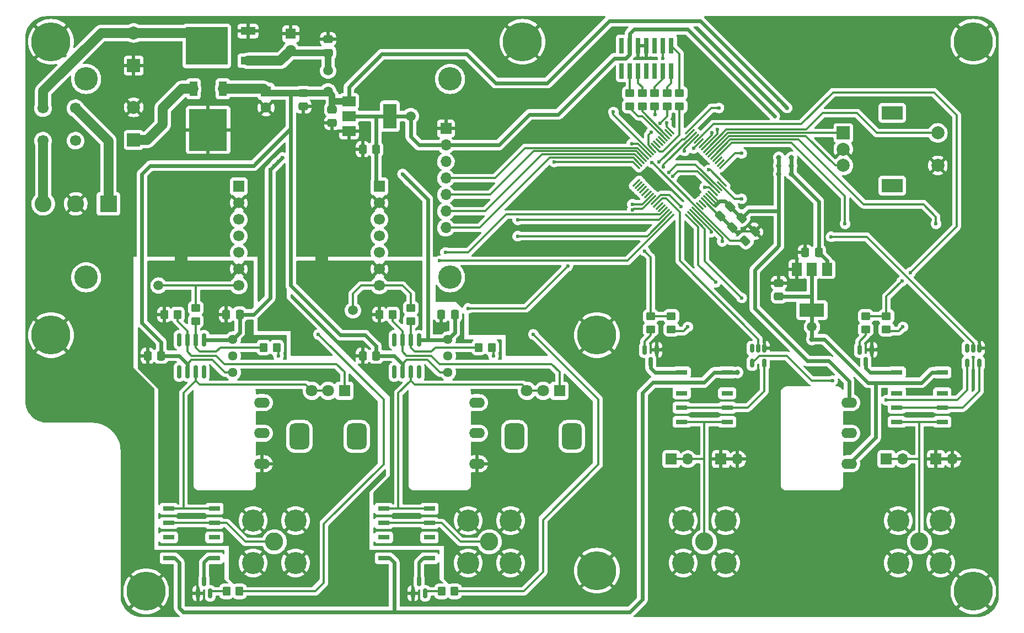
<source format=gbl>
G04 #@! TF.GenerationSoftware,KiCad,Pcbnew,(6.0.7)*
G04 #@! TF.CreationDate,2022-09-12T18:31:14+03:00*
G04 #@! TF.ProjectId,SigGen,53696747-656e-42e6-9b69-6361645f7063,rev?*
G04 #@! TF.SameCoordinates,Original*
G04 #@! TF.FileFunction,Copper,L2,Bot*
G04 #@! TF.FilePolarity,Positive*
%FSLAX46Y46*%
G04 Gerber Fmt 4.6, Leading zero omitted, Abs format (unit mm)*
G04 Created by KiCad (PCBNEW (6.0.7)) date 2022-09-12 18:31:14*
%MOMM*%
%LPD*%
G01*
G04 APERTURE LIST*
G04 Aperture macros list*
%AMRoundRect*
0 Rectangle with rounded corners*
0 $1 Rounding radius*
0 $2 $3 $4 $5 $6 $7 $8 $9 X,Y pos of 4 corners*
0 Add a 4 corners polygon primitive as box body*
4,1,4,$2,$3,$4,$5,$6,$7,$8,$9,$2,$3,0*
0 Add four circle primitives for the rounded corners*
1,1,$1+$1,$2,$3*
1,1,$1+$1,$4,$5*
1,1,$1+$1,$6,$7*
1,1,$1+$1,$8,$9*
0 Add four rect primitives between the rounded corners*
20,1,$1+$1,$2,$3,$4,$5,0*
20,1,$1+$1,$4,$5,$6,$7,0*
20,1,$1+$1,$6,$7,$8,$9,0*
20,1,$1+$1,$8,$9,$2,$3,0*%
G04 Aperture macros list end*
G04 #@! TA.AperFunction,ComponentPad*
%ADD10C,0.800000*%
G04 #@! TD*
G04 #@! TA.AperFunction,ComponentPad*
%ADD11C,6.000000*%
G04 #@! TD*
G04 #@! TA.AperFunction,ComponentPad*
%ADD12C,2.800000*%
G04 #@! TD*
G04 #@! TA.AperFunction,ComponentPad*
%ADD13C,3.400000*%
G04 #@! TD*
G04 #@! TA.AperFunction,ComponentPad*
%ADD14O,2.400000X1.600000*%
G04 #@! TD*
G04 #@! TA.AperFunction,ComponentPad*
%ADD15R,1.700000X1.700000*%
G04 #@! TD*
G04 #@! TA.AperFunction,ComponentPad*
%ADD16O,1.700000X1.700000*%
G04 #@! TD*
G04 #@! TA.AperFunction,ComponentPad*
%ADD17R,1.800000X1.800000*%
G04 #@! TD*
G04 #@! TA.AperFunction,ComponentPad*
%ADD18C,1.800000*%
G04 #@! TD*
G04 #@! TA.AperFunction,ComponentPad*
%ADD19RoundRect,0.750000X-0.750000X1.250000X-0.750000X-1.250000X0.750000X-1.250000X0.750000X1.250000X0*%
G04 #@! TD*
G04 #@! TA.AperFunction,ComponentPad*
%ADD20R,2.000000X2.000000*%
G04 #@! TD*
G04 #@! TA.AperFunction,ComponentPad*
%ADD21C,2.000000*%
G04 #@! TD*
G04 #@! TA.AperFunction,ComponentPad*
%ADD22R,3.200000X2.000000*%
G04 #@! TD*
G04 #@! TA.AperFunction,WasherPad*
%ADD23C,3.600000*%
G04 #@! TD*
G04 #@! TA.AperFunction,SMDPad,CuDef*
%ADD24R,2.200000X1.200000*%
G04 #@! TD*
G04 #@! TA.AperFunction,SMDPad,CuDef*
%ADD25R,6.400000X5.800000*%
G04 #@! TD*
G04 #@! TA.AperFunction,SMDPad,CuDef*
%ADD26RoundRect,0.250000X0.450000X-0.350000X0.450000X0.350000X-0.450000X0.350000X-0.450000X-0.350000X0*%
G04 #@! TD*
G04 #@! TA.AperFunction,SMDPad,CuDef*
%ADD27RoundRect,0.150000X-0.150000X0.512500X-0.150000X-0.512500X0.150000X-0.512500X0.150000X0.512500X0*%
G04 #@! TD*
G04 #@! TA.AperFunction,SMDPad,CuDef*
%ADD28RoundRect,0.250000X-0.450000X0.350000X-0.450000X-0.350000X0.450000X-0.350000X0.450000X0.350000X0*%
G04 #@! TD*
G04 #@! TA.AperFunction,SMDPad,CuDef*
%ADD29RoundRect,0.250000X-0.350000X-0.450000X0.350000X-0.450000X0.350000X0.450000X-0.350000X0.450000X0*%
G04 #@! TD*
G04 #@! TA.AperFunction,SMDPad,CuDef*
%ADD30RoundRect,0.150000X-0.150000X0.825000X-0.150000X-0.825000X0.150000X-0.825000X0.150000X0.825000X0*%
G04 #@! TD*
G04 #@! TA.AperFunction,SMDPad,CuDef*
%ADD31R,1.800000X0.800000*%
G04 #@! TD*
G04 #@! TA.AperFunction,SMDPad,CuDef*
%ADD32R,1.500000X2.000000*%
G04 #@! TD*
G04 #@! TA.AperFunction,SMDPad,CuDef*
%ADD33R,3.800000X2.000000*%
G04 #@! TD*
G04 #@! TA.AperFunction,SMDPad,CuDef*
%ADD34RoundRect,0.250000X-0.475000X0.337500X-0.475000X-0.337500X0.475000X-0.337500X0.475000X0.337500X0*%
G04 #@! TD*
G04 #@! TA.AperFunction,SMDPad,CuDef*
%ADD35C,1.500000*%
G04 #@! TD*
G04 #@! TA.AperFunction,SMDPad,CuDef*
%ADD36RoundRect,0.150000X-0.150000X0.587500X-0.150000X-0.587500X0.150000X-0.587500X0.150000X0.587500X0*%
G04 #@! TD*
G04 #@! TA.AperFunction,ComponentPad*
%ADD37C,1.700000*%
G04 #@! TD*
G04 #@! TA.AperFunction,SMDPad,CuDef*
%ADD38RoundRect,0.250000X0.337500X0.475000X-0.337500X0.475000X-0.337500X-0.475000X0.337500X-0.475000X0*%
G04 #@! TD*
G04 #@! TA.AperFunction,SMDPad,CuDef*
%ADD39R,1.200000X2.200000*%
G04 #@! TD*
G04 #@! TA.AperFunction,SMDPad,CuDef*
%ADD40R,5.800000X6.400000*%
G04 #@! TD*
G04 #@! TA.AperFunction,SMDPad,CuDef*
%ADD41RoundRect,0.150000X0.150000X-0.587500X0.150000X0.587500X-0.150000X0.587500X-0.150000X-0.587500X0*%
G04 #@! TD*
G04 #@! TA.AperFunction,SMDPad,CuDef*
%ADD42RoundRect,0.075000X0.548008X-0.441942X-0.441942X0.548008X-0.548008X0.441942X0.441942X-0.548008X0*%
G04 #@! TD*
G04 #@! TA.AperFunction,SMDPad,CuDef*
%ADD43RoundRect,0.075000X0.548008X0.441942X0.441942X0.548008X-0.548008X-0.441942X-0.441942X-0.548008X0*%
G04 #@! TD*
G04 #@! TA.AperFunction,SMDPad,CuDef*
%ADD44RoundRect,0.250000X-0.097227X0.574524X-0.574524X0.097227X0.097227X-0.574524X0.574524X-0.097227X0*%
G04 #@! TD*
G04 #@! TA.AperFunction,ComponentPad*
%ADD45R,2.600000X2.600000*%
G04 #@! TD*
G04 #@! TA.AperFunction,ComponentPad*
%ADD46C,2.600000*%
G04 #@! TD*
G04 #@! TA.AperFunction,ComponentPad*
%ADD47C,1.440000*%
G04 #@! TD*
G04 #@! TA.AperFunction,SMDPad,CuDef*
%ADD48RoundRect,0.250000X0.097227X-0.574524X0.574524X-0.097227X-0.097227X0.574524X-0.574524X0.097227X0*%
G04 #@! TD*
G04 #@! TA.AperFunction,SMDPad,CuDef*
%ADD49RoundRect,0.250000X0.475000X-0.337500X0.475000X0.337500X-0.475000X0.337500X-0.475000X-0.337500X0*%
G04 #@! TD*
G04 #@! TA.AperFunction,ComponentPad*
%ADD50R,1.600000X1.600000*%
G04 #@! TD*
G04 #@! TA.AperFunction,ComponentPad*
%ADD51C,1.600000*%
G04 #@! TD*
G04 #@! TA.AperFunction,SMDPad,CuDef*
%ADD52R,0.740000X2.400000*%
G04 #@! TD*
G04 #@! TA.AperFunction,SMDPad,CuDef*
%ADD53RoundRect,0.250000X0.350000X0.450000X-0.350000X0.450000X-0.350000X-0.450000X0.350000X-0.450000X0*%
G04 #@! TD*
G04 #@! TA.AperFunction,SMDPad,CuDef*
%ADD54R,2.000000X1.500000*%
G04 #@! TD*
G04 #@! TA.AperFunction,SMDPad,CuDef*
%ADD55R,2.000000X3.800000*%
G04 #@! TD*
G04 #@! TA.AperFunction,ViaPad*
%ADD56C,0.600000*%
G04 #@! TD*
G04 #@! TA.AperFunction,ViaPad*
%ADD57C,0.800000*%
G04 #@! TD*
G04 #@! TA.AperFunction,Conductor*
%ADD58C,0.300000*%
G04 #@! TD*
G04 #@! TA.AperFunction,Conductor*
%ADD59C,0.600000*%
G04 #@! TD*
G04 #@! TA.AperFunction,Conductor*
%ADD60C,1.500000*%
G04 #@! TD*
G04 #@! TA.AperFunction,Conductor*
%ADD61C,1.000000*%
G04 #@! TD*
G04 #@! TA.AperFunction,Conductor*
%ADD62C,0.500000*%
G04 #@! TD*
G04 APERTURE END LIST*
D10*
X171135990Y-112080990D03*
X171135990Y-108899010D03*
X167954010Y-112080990D03*
D11*
X169545000Y-110490000D03*
D10*
X167295000Y-110490000D03*
X167954010Y-108899010D03*
X171795000Y-110490000D03*
X169545000Y-112740000D03*
X169545000Y-108240000D03*
X25690000Y-26035000D03*
X29530990Y-24444010D03*
X26349010Y-27625990D03*
X29530990Y-27625990D03*
X30190000Y-26035000D03*
X26349010Y-24444010D03*
X27940000Y-28285000D03*
D11*
X27940000Y-26035000D03*
D10*
X27940000Y-23785000D03*
D12*
X161290000Y-102870000D03*
D13*
X158040000Y-106120000D03*
X158040000Y-99620000D03*
X164540000Y-99620000D03*
X164540000Y-106120000D03*
D14*
X60310000Y-81495000D03*
X60310000Y-86195000D03*
X60310000Y-90895000D03*
D10*
X109510000Y-71120000D03*
X111760000Y-68870000D03*
X113350990Y-69529010D03*
X114010000Y-71120000D03*
X111760000Y-73370000D03*
X110169010Y-69529010D03*
X113350990Y-72710990D03*
X110169010Y-72710990D03*
D11*
X111760000Y-71120000D03*
D15*
X163830000Y-90170000D03*
D16*
X166370000Y-90170000D03*
D12*
X62230000Y-102870000D03*
D13*
X58980000Y-106120000D03*
X65480000Y-106120000D03*
X58980000Y-99620000D03*
X65480000Y-99620000D03*
D17*
X72985000Y-79675000D03*
D18*
X70485000Y-79675000D03*
X67985000Y-79675000D03*
D19*
X74885000Y-86675000D03*
X66085000Y-86675000D03*
D10*
X111760000Y-109565000D03*
X110169010Y-105724010D03*
X111760000Y-105065000D03*
X109510000Y-107315000D03*
X113350990Y-105724010D03*
X113350990Y-108905990D03*
D11*
X111760000Y-107315000D03*
D10*
X110169010Y-108905990D03*
X114010000Y-107315000D03*
D15*
X156210000Y-90170000D03*
D16*
X158750000Y-90170000D03*
D10*
X100330000Y-28285000D03*
X98739010Y-24444010D03*
X98080000Y-26035000D03*
D11*
X100330000Y-26035000D03*
D10*
X101920990Y-27625990D03*
X101920990Y-24444010D03*
X100330000Y-23785000D03*
X102580000Y-26035000D03*
X98739010Y-27625990D03*
D20*
X149595000Y-40045000D03*
D21*
X149595000Y-45045000D03*
X149595000Y-42545000D03*
D22*
X157095000Y-48145000D03*
X157095000Y-36945000D03*
D21*
X164095000Y-45045000D03*
X164095000Y-40045000D03*
D10*
X40954010Y-112080990D03*
D11*
X42545000Y-110490000D03*
D10*
X40954010Y-108899010D03*
X40295000Y-110490000D03*
X42545000Y-108240000D03*
X44795000Y-110490000D03*
X44135990Y-108899010D03*
X44135990Y-112080990D03*
X42545000Y-112740000D03*
D12*
X128270000Y-102870000D03*
D13*
X131520000Y-99620000D03*
X131520000Y-106120000D03*
X125020000Y-99620000D03*
X125020000Y-106120000D03*
D10*
X167295000Y-26035000D03*
X169545000Y-23785000D03*
X171135990Y-27625990D03*
X171795000Y-26035000D03*
X169545000Y-28285000D03*
D11*
X169545000Y-26035000D03*
D10*
X167954010Y-24444010D03*
X171135990Y-24444010D03*
X167954010Y-27625990D03*
D17*
X106005000Y-79675000D03*
D18*
X103505000Y-79675000D03*
X101005000Y-79675000D03*
D19*
X99105000Y-86675000D03*
X107905000Y-86675000D03*
D15*
X123190000Y-90170000D03*
D16*
X125730000Y-90170000D03*
D14*
X150480000Y-81495000D03*
X150480000Y-86195000D03*
X150480000Y-90895000D03*
X93330000Y-81495000D03*
X93330000Y-86195000D03*
X93330000Y-90895000D03*
D10*
X25690000Y-71120000D03*
X30190000Y-71120000D03*
X27940000Y-68870000D03*
X27940000Y-73370000D03*
X29530990Y-69529010D03*
X26349010Y-72710990D03*
D11*
X27940000Y-71120000D03*
D10*
X29530990Y-72710990D03*
X26349010Y-69529010D03*
D23*
X33330000Y-31750000D03*
X89210000Y-31750000D03*
X89210000Y-62230000D03*
X33330000Y-62230000D03*
D15*
X88575000Y-39370000D03*
D16*
X88575000Y-41910000D03*
X88575000Y-44450000D03*
X88575000Y-46990000D03*
X88575000Y-49530000D03*
X88575000Y-52070000D03*
X88575000Y-54610000D03*
D12*
X95250000Y-102870000D03*
D13*
X92000000Y-99620000D03*
X98500000Y-99620000D03*
X98500000Y-106120000D03*
X92000000Y-106120000D03*
D15*
X130810000Y-90170000D03*
D16*
X133350000Y-90170000D03*
D24*
X58175000Y-24390000D03*
D25*
X51875000Y-26670000D03*
D24*
X58175000Y-28950000D03*
D20*
X40640000Y-41102677D03*
D21*
X40640000Y-36102677D03*
D26*
X116840000Y-35925000D03*
X116840000Y-33925000D03*
D27*
X135575000Y-73157500D03*
X136525000Y-73157500D03*
X137475000Y-73157500D03*
X137475000Y-75432500D03*
X135575000Y-75432500D03*
D28*
X83185000Y-66945000D03*
X83185000Y-68945000D03*
D29*
X60595000Y-73025000D03*
X62595000Y-73025000D03*
D30*
X47625000Y-71820000D03*
X48895000Y-71820000D03*
X50165000Y-71820000D03*
X51435000Y-71820000D03*
X51435000Y-76770000D03*
X50165000Y-76770000D03*
X48895000Y-76770000D03*
X47625000Y-76770000D03*
D31*
X164790000Y-76845000D03*
X164790000Y-80045000D03*
X164790000Y-82245000D03*
X164790000Y-84445000D03*
X157790000Y-84445000D03*
X157790000Y-82245000D03*
X157790000Y-80045000D03*
X157790000Y-76845000D03*
D29*
X45355000Y-67945000D03*
X47355000Y-67945000D03*
D32*
X142480000Y-60985000D03*
X144780000Y-60985000D03*
D33*
X144780000Y-67285000D03*
D32*
X147080000Y-60985000D03*
D34*
X66675000Y-33887500D03*
X66675000Y-35962500D03*
D35*
X144780000Y-69850000D03*
D36*
X119065000Y-73357500D03*
X120965000Y-73357500D03*
X120015000Y-75232500D03*
D28*
X124460000Y-33925000D03*
X124460000Y-35925000D03*
D15*
X78360000Y-48260000D03*
D37*
X78360000Y-50800000D03*
X78360000Y-53340000D03*
X78360000Y-55880000D03*
X78360000Y-58420000D03*
X78360000Y-60960000D03*
X78360000Y-63500000D03*
D38*
X77872500Y-42545000D03*
X75797500Y-42545000D03*
D39*
X49790000Y-33265000D03*
D40*
X52070000Y-39565000D03*
D39*
X54350000Y-33265000D03*
D31*
X131770000Y-76845000D03*
X131770000Y-80045000D03*
X131770000Y-82245000D03*
X131770000Y-84445000D03*
X124770000Y-84445000D03*
X124770000Y-82245000D03*
X124770000Y-80045000D03*
X124770000Y-76845000D03*
D36*
X152085000Y-73357500D03*
X153985000Y-73357500D03*
X153035000Y-75232500D03*
D41*
X85405000Y-110792500D03*
X83505000Y-110792500D03*
X84455000Y-108917500D03*
D38*
X145817500Y-58420000D03*
X143742500Y-58420000D03*
D34*
X71120000Y-36427500D03*
X71120000Y-38502500D03*
D42*
X131124481Y-47716181D03*
X130770928Y-48069734D03*
X130417375Y-48423287D03*
X130063821Y-48776841D03*
X129710268Y-49130394D03*
X129356714Y-49483948D03*
X129003161Y-49837501D03*
X128649608Y-50191054D03*
X128296054Y-50544608D03*
X127942501Y-50898161D03*
X127588948Y-51251714D03*
X127235394Y-51605268D03*
X126881841Y-51958821D03*
X126528287Y-52312375D03*
X126174734Y-52665928D03*
X125821181Y-53019481D03*
D43*
X123098819Y-53019481D03*
X122745266Y-52665928D03*
X122391713Y-52312375D03*
X122038159Y-51958821D03*
X121684606Y-51605268D03*
X121331052Y-51251714D03*
X120977499Y-50898161D03*
X120623946Y-50544608D03*
X120270392Y-50191054D03*
X119916839Y-49837501D03*
X119563286Y-49483948D03*
X119209732Y-49130394D03*
X118856179Y-48776841D03*
X118502625Y-48423287D03*
X118149072Y-48069734D03*
X117795519Y-47716181D03*
D42*
X117795519Y-44993819D03*
X118149072Y-44640266D03*
X118502625Y-44286713D03*
X118856179Y-43933159D03*
X119209732Y-43579606D03*
X119563286Y-43226052D03*
X119916839Y-42872499D03*
X120270392Y-42518946D03*
X120623946Y-42165392D03*
X120977499Y-41811839D03*
X121331052Y-41458286D03*
X121684606Y-41104732D03*
X122038159Y-40751179D03*
X122391713Y-40397625D03*
X122745266Y-40044072D03*
X123098819Y-39690519D03*
D43*
X125821181Y-39690519D03*
X126174734Y-40044072D03*
X126528287Y-40397625D03*
X126881841Y-40751179D03*
X127235394Y-41104732D03*
X127588948Y-41458286D03*
X127942501Y-41811839D03*
X128296054Y-42165392D03*
X128649608Y-42518946D03*
X129003161Y-42872499D03*
X129356714Y-43226052D03*
X129710268Y-43579606D03*
X130063821Y-43933159D03*
X130417375Y-44286713D03*
X130770928Y-44640266D03*
X131124481Y-44993819D03*
D34*
X70485000Y-25632500D03*
X70485000Y-27707500D03*
D44*
X132178623Y-51336377D03*
X130711377Y-52803623D03*
D26*
X120650000Y-35925000D03*
X120650000Y-33925000D03*
D45*
X36750000Y-50935000D03*
D46*
X31750000Y-50935000D03*
X26750000Y-50935000D03*
D28*
X50165000Y-66945000D03*
X50165000Y-68945000D03*
D31*
X79050000Y-105400000D03*
X79050000Y-102200000D03*
X79050000Y-100000000D03*
X79050000Y-97800000D03*
X86050000Y-97800000D03*
X86050000Y-100000000D03*
X86050000Y-102200000D03*
X86050000Y-105400000D03*
D29*
X93615000Y-73025000D03*
X95615000Y-73025000D03*
D38*
X44852500Y-74295000D03*
X42777500Y-74295000D03*
D47*
X55880000Y-76845000D03*
X55880000Y-74305000D03*
X55880000Y-71765000D03*
D30*
X80645000Y-71820000D03*
X81915000Y-71820000D03*
X83185000Y-71820000D03*
X84455000Y-71820000D03*
X84455000Y-76770000D03*
X83185000Y-76770000D03*
X81915000Y-76770000D03*
X80645000Y-76770000D03*
D47*
X88900000Y-76845000D03*
X88900000Y-74305000D03*
X88900000Y-71765000D03*
D48*
X134521377Y-56613623D03*
X135988623Y-55146377D03*
D38*
X77872500Y-74295000D03*
X75797500Y-74295000D03*
D26*
X122555000Y-35925000D03*
X122555000Y-33925000D03*
D35*
X83185000Y-37465000D03*
D49*
X139700000Y-65172500D03*
X139700000Y-63097500D03*
D20*
X40640000Y-29672677D03*
D21*
X40640000Y-24672677D03*
D31*
X46030000Y-105400000D03*
X46030000Y-102200000D03*
X46030000Y-100000000D03*
X46030000Y-97800000D03*
X53030000Y-97800000D03*
X53030000Y-100000000D03*
X53030000Y-102200000D03*
X53030000Y-105400000D03*
D28*
X123190000Y-68215000D03*
X123190000Y-70215000D03*
D50*
X60960000Y-33655000D03*
D51*
X60960000Y-36155000D03*
D28*
X120015000Y-68215000D03*
X120015000Y-70215000D03*
D52*
X115570000Y-26625000D03*
X115570000Y-30525000D03*
X116840000Y-26625000D03*
X116840000Y-30525000D03*
X118110000Y-26625000D03*
X118110000Y-30525000D03*
X119380000Y-26625000D03*
X119380000Y-30525000D03*
X120650000Y-26625000D03*
X120650000Y-30525000D03*
X121920000Y-26625000D03*
X121920000Y-30525000D03*
X123190000Y-26625000D03*
X123190000Y-30525000D03*
D28*
X153035000Y-68215000D03*
X153035000Y-70215000D03*
D35*
X44450000Y-63500000D03*
D37*
X31710000Y-41235000D03*
X26710000Y-36235000D03*
X26710000Y-41235000D03*
X31710000Y-36235000D03*
D44*
X133974674Y-53132428D03*
X132507428Y-54599674D03*
D29*
X78375000Y-67945000D03*
X80375000Y-67945000D03*
D38*
X56917500Y-67945000D03*
X54842500Y-67945000D03*
D26*
X118745000Y-35925000D03*
X118745000Y-33925000D03*
D15*
X56770000Y-48260000D03*
D37*
X56770000Y-50800000D03*
X56770000Y-53340000D03*
X56770000Y-55880000D03*
X56770000Y-58420000D03*
X56770000Y-60960000D03*
X56770000Y-63500000D03*
D38*
X89937500Y-67945000D03*
X87862500Y-67945000D03*
D35*
X70485000Y-30480000D03*
D41*
X52385000Y-110792500D03*
X50485000Y-110792500D03*
X51435000Y-108917500D03*
D35*
X74295000Y-67310000D03*
D53*
X89900000Y-110490000D03*
X87900000Y-110490000D03*
X56880000Y-110490000D03*
X54880000Y-110490000D03*
D27*
X168595000Y-73157500D03*
X169545000Y-73157500D03*
X170495000Y-73157500D03*
X170495000Y-75432500D03*
X168595000Y-75432500D03*
D54*
X73685000Y-39765000D03*
D55*
X79985000Y-37465000D03*
D54*
X73685000Y-37465000D03*
X73685000Y-35165000D03*
D35*
X70485000Y-33655000D03*
D50*
X64770000Y-24817621D03*
D51*
X64770000Y-27317621D03*
D28*
X156210000Y-68215000D03*
X156210000Y-70215000D03*
D56*
X120700000Y-37200000D03*
X120200000Y-44600000D03*
D57*
X139700000Y-45085000D03*
X139700000Y-43815000D03*
D56*
X137795000Y-36195000D03*
D57*
X139700000Y-46355000D03*
D56*
X138430000Y-36830000D03*
X139065000Y-37465000D03*
X140335000Y-35560000D03*
X139700000Y-34925000D03*
X140970000Y-36195000D03*
D57*
X141605000Y-45085000D03*
X141605000Y-46355000D03*
X141605000Y-43815000D03*
D56*
X62230000Y-45085000D03*
X63500000Y-43815000D03*
X83185000Y-47625000D03*
X82550000Y-46990000D03*
X81915000Y-46355000D03*
X62865000Y-44450000D03*
X83820000Y-48260000D03*
X61595000Y-45720000D03*
D57*
X133350000Y-76835000D03*
X144780000Y-71755000D03*
D56*
X158750000Y-69850000D03*
X121920000Y-28575000D03*
X120100000Y-39900000D03*
X121456310Y-38543690D03*
X62865000Y-74295000D03*
X95885000Y-74295000D03*
X131000000Y-56700000D03*
X129302244Y-55297756D03*
X133985000Y-65405000D03*
X130000000Y-63000000D03*
X117200000Y-51900000D03*
X117200000Y-51000000D03*
X92000000Y-67000000D03*
X107300000Y-60500000D03*
X117100000Y-41700000D03*
X114300000Y-36830000D03*
X122459266Y-38459266D03*
X130500000Y-36200000D03*
X133985000Y-43180000D03*
X128905000Y-45720000D03*
X133985000Y-50165000D03*
X122800000Y-46100000D03*
X123400000Y-46700000D03*
X128300000Y-48400000D03*
X147955000Y-78105000D03*
X156210000Y-81100000D03*
X105200000Y-44500000D03*
X87630000Y-59690000D03*
X99600000Y-55900000D03*
X99600000Y-53400000D03*
X88500000Y-58400000D03*
X147700000Y-56000000D03*
X124700000Y-51400000D03*
X109220000Y-40640000D03*
X62230000Y-67310000D03*
X87630000Y-70485000D03*
X132080000Y-65405000D03*
X79375000Y-71755000D03*
X63200000Y-60100000D03*
X110490000Y-47625000D03*
X154900000Y-73300000D03*
X94615000Y-43180000D03*
X95250000Y-94615000D03*
X140335000Y-59690000D03*
X92075000Y-48260000D03*
X97790000Y-67945000D03*
X78105000Y-70485000D03*
X153035000Y-64135000D03*
X80645000Y-31750000D03*
X104775000Y-49530000D03*
X113665000Y-50165000D03*
X79375000Y-76835000D03*
X67945000Y-76835000D03*
X78740000Y-71120000D03*
X69215000Y-57785000D03*
X62230000Y-94615000D03*
X99060000Y-67945000D03*
X130810000Y-64135000D03*
X147955000Y-53975000D03*
X158115000Y-54610000D03*
X80645000Y-24765000D03*
X138430000Y-26670000D03*
X90500000Y-45700000D03*
X144780000Y-102870000D03*
X63500000Y-67310000D03*
X92100000Y-45700000D03*
X155575000Y-62865000D03*
X139065000Y-60960000D03*
X142240000Y-70485000D03*
X52705000Y-66675000D03*
X74295000Y-108585000D03*
X120015000Y-28575000D03*
X158115000Y-55880000D03*
X142875000Y-53975000D03*
X109855000Y-46990000D03*
X125500000Y-37500000D03*
X142875000Y-51435000D03*
X78105000Y-76835000D03*
X74930000Y-110490000D03*
X139065000Y-59690000D03*
X38100000Y-61595000D03*
X104140000Y-50165000D03*
X109855000Y-38735000D03*
X63200000Y-50900000D03*
X67945000Y-57785000D03*
X80645000Y-62230000D03*
X142240000Y-52070000D03*
X69215000Y-76835000D03*
X148590000Y-53340000D03*
X144780000Y-104140000D03*
X82550000Y-31115000D03*
X128905000Y-32385000D03*
X118745000Y-28575000D03*
X81280000Y-24130000D03*
X143510000Y-52070000D03*
X113030000Y-50800000D03*
X70485000Y-87630000D03*
X159385000Y-55880000D03*
X60325000Y-94615000D03*
X148590000Y-52070000D03*
X158750000Y-53975000D03*
X105410000Y-45720000D03*
X71755000Y-64135000D03*
X139700000Y-59055000D03*
X135890000Y-59055000D03*
X102235000Y-86360000D03*
X93345000Y-94615000D03*
X74930000Y-109220000D03*
X96520000Y-67945000D03*
X43815000Y-67945000D03*
X82550000Y-25400000D03*
X104775000Y-39370000D03*
X74930000Y-107950000D03*
X129540000Y-33020000D03*
X44450000Y-76835000D03*
X43180000Y-76835000D03*
X52705000Y-67945000D03*
X155575000Y-64135000D03*
X63200000Y-61400000D03*
X75565000Y-108585000D03*
X64135000Y-94615000D03*
X83185000Y-31750000D03*
X109220000Y-39370000D03*
X69215000Y-86360000D03*
X38100000Y-57785000D03*
X125500000Y-38400000D03*
X136525000Y-26035000D03*
X81280000Y-25400000D03*
X84600000Y-68000000D03*
X147320000Y-53340000D03*
X49600000Y-110800000D03*
X63200000Y-52000000D03*
X70485000Y-86360000D03*
X102870000Y-48895000D03*
X109220000Y-47625000D03*
X128905000Y-34925000D03*
X134620000Y-67945000D03*
X66300000Y-46500000D03*
X71755000Y-86360000D03*
X50165000Y-57785000D03*
X138430000Y-54610000D03*
X146050000Y-102870000D03*
X139700000Y-61595000D03*
X109855000Y-48260000D03*
X82550000Y-24130000D03*
X154305000Y-62865000D03*
X142875000Y-52705000D03*
X80645000Y-64770000D03*
X121800000Y-73300000D03*
X86995000Y-69850000D03*
X81915000Y-31750000D03*
X81280000Y-31115000D03*
X71755000Y-68580000D03*
X139700000Y-67945000D03*
X144780000Y-101600000D03*
X158750000Y-55245000D03*
X73025000Y-64135000D03*
X97155000Y-94615000D03*
X134620000Y-60325000D03*
X130175000Y-33655000D03*
X139065000Y-26035000D03*
X142240000Y-53340000D03*
X52705000Y-69215000D03*
X137160000Y-25400000D03*
X139700000Y-60325000D03*
X63200000Y-49700000D03*
X72390000Y-69215000D03*
X103505000Y-49530000D03*
X103505000Y-76835000D03*
X83185000Y-24765000D03*
X137795000Y-26035000D03*
X109220000Y-48895000D03*
X81280000Y-32385000D03*
X143510000Y-102870000D03*
X137160000Y-26670000D03*
X102235000Y-76835000D03*
X59600000Y-46500000D03*
X159385000Y-54610000D03*
X147955000Y-52705000D03*
X154305000Y-65405000D03*
X137795000Y-53975000D03*
X64770000Y-67310000D03*
X104140000Y-40005000D03*
X133350000Y-61595000D03*
X135890000Y-69215000D03*
X74295000Y-109855000D03*
X103505000Y-86360000D03*
X138430000Y-25400000D03*
X70485000Y-57785000D03*
X71120000Y-67945000D03*
X140335000Y-60960000D03*
X72390000Y-63500000D03*
X38100000Y-59055000D03*
X154305000Y-64135000D03*
X92075000Y-43180000D03*
X47625000Y-57785000D03*
X104775000Y-40640000D03*
X81700000Y-62230000D03*
X93980000Y-76835000D03*
X90500000Y-48260000D03*
X109220000Y-46355000D03*
X104140000Y-45720000D03*
X45720000Y-76835000D03*
X110490000Y-39370000D03*
X63200000Y-62600000D03*
X93345000Y-43180000D03*
X103505000Y-39370000D03*
X63200000Y-46500000D03*
X82550000Y-32385000D03*
X147955000Y-51435000D03*
X82600000Y-110800000D03*
X109855000Y-40005000D03*
X130175000Y-59690000D03*
X103505000Y-40640000D03*
X104775000Y-86360000D03*
X147320000Y-52070000D03*
X143510000Y-53340000D03*
X138430000Y-53340000D03*
X81700000Y-64770000D03*
X114300000Y-51435000D03*
X103505000Y-85090000D03*
X84600000Y-69900000D03*
X133350000Y-66675000D03*
X129540000Y-34290000D03*
X105410000Y-48895000D03*
X158750000Y-56515000D03*
X153035000Y-65405000D03*
X70485000Y-85090000D03*
X109220000Y-38100000D03*
X128905000Y-33655000D03*
X46355000Y-57785000D03*
X71755000Y-57785000D03*
X104140000Y-48895000D03*
X140970000Y-69215000D03*
X129540000Y-57150000D03*
X70485000Y-76835000D03*
X75565000Y-109855000D03*
X48895000Y-57785000D03*
X76835000Y-76835000D03*
X103505000Y-87630000D03*
X100965000Y-76835000D03*
X72390000Y-67945000D03*
X88265000Y-69850000D03*
X81915000Y-24765000D03*
X38100000Y-60325000D03*
X69000000Y-71000000D03*
X121300000Y-44500000D03*
X102000000Y-71000000D03*
X122000000Y-45300000D03*
X119100000Y-58200000D03*
X125200000Y-42800000D03*
X158600000Y-62800000D03*
X159900000Y-61500000D03*
X126600000Y-42400000D03*
X129400000Y-40000000D03*
X130300000Y-39500000D03*
X163830000Y-54000000D03*
X149860000Y-54000000D03*
X125730000Y-69850000D03*
D58*
X120700000Y-35975000D02*
X120650000Y-35925000D01*
X120200000Y-44600000D02*
X120230126Y-44600000D01*
X132243749Y-56613623D02*
X134521377Y-56613623D01*
X127235394Y-51605268D02*
X132243749Y-56613623D01*
X120700000Y-37200000D02*
X120700000Y-35975000D01*
X120230126Y-44600000D02*
X127235394Y-51605268D01*
D59*
X105800000Y-37200000D02*
X101400000Y-37200000D01*
X150480000Y-78180000D02*
X147400000Y-75100000D01*
X77872500Y-47772500D02*
X78360000Y-48260000D01*
X96690000Y-41910000D02*
X88575000Y-41910000D01*
X135100000Y-52000000D02*
X139700000Y-52000000D01*
D58*
X128649608Y-50191054D02*
X129658552Y-51200000D01*
D59*
X77872500Y-37697500D02*
X78105000Y-37465000D01*
X132178623Y-51278623D02*
X131400000Y-50500000D01*
X138430000Y-36830000D02*
X139065000Y-37465000D01*
X139700000Y-57400000D02*
X139700000Y-52000000D01*
X77872500Y-42545000D02*
X77872500Y-37697500D01*
X73685000Y-37465000D02*
X78105000Y-37465000D01*
D58*
X129356714Y-49483948D02*
X130372768Y-50500000D01*
X129003161Y-49837501D02*
X130121837Y-50956177D01*
D59*
X144100000Y-75100000D02*
X136000000Y-67000000D01*
X116840000Y-27940000D02*
X116205000Y-28575000D01*
X133974674Y-53132428D02*
X133974674Y-53125326D01*
X133974674Y-53132428D02*
X132178623Y-51336377D01*
X117475000Y-24130000D02*
X125730000Y-24130000D01*
X83185000Y-37465000D02*
X83185000Y-40640000D01*
X116205000Y-28575000D02*
X114425000Y-28575000D01*
X77872500Y-42545000D02*
X77872500Y-47772500D01*
X116840000Y-26625000D02*
X116840000Y-27940000D01*
X130600000Y-50500000D02*
X130121837Y-50978163D01*
X139700000Y-52000000D02*
X139700000Y-47407102D01*
X136000000Y-61100000D02*
X139700000Y-57400000D01*
X116840000Y-24765000D02*
X117475000Y-24130000D01*
X114425000Y-28575000D02*
X105800000Y-37200000D01*
D58*
X130372768Y-50500000D02*
X130600000Y-50500000D01*
D59*
X83185000Y-40640000D02*
X84455000Y-41910000D01*
D58*
X130121837Y-50956177D02*
X130121837Y-50978163D01*
D59*
X84455000Y-41910000D02*
X88575000Y-41910000D01*
X147400000Y-75100000D02*
X144100000Y-75100000D01*
X78105000Y-37465000D02*
X79985000Y-37465000D01*
X150480000Y-81495000D02*
X150480000Y-78180000D01*
X136000000Y-67000000D02*
X136000000Y-61100000D01*
X79985000Y-37465000D02*
X83185000Y-37465000D01*
X116840000Y-26625000D02*
X116840000Y-24765000D01*
X132178623Y-51336377D02*
X132178623Y-51278623D01*
X101400000Y-37200000D02*
X96690000Y-41910000D01*
X139700000Y-43815000D02*
X139700000Y-47407102D01*
X133974674Y-53125326D02*
X135100000Y-52000000D01*
X130121837Y-50978163D02*
X129900000Y-51200000D01*
X125730000Y-24130000D02*
X138430000Y-36830000D01*
D58*
X129658552Y-51200000D02*
X129900000Y-51200000D01*
D59*
X131400000Y-50500000D02*
X130600000Y-50500000D01*
D60*
X45085000Y-36195000D02*
X48015000Y-33265000D01*
X40640000Y-41102677D02*
X42717323Y-41102677D01*
X48015000Y-33265000D02*
X49790000Y-33265000D01*
X45085000Y-38735000D02*
X45085000Y-36195000D01*
X42717323Y-41102677D02*
X45085000Y-38735000D01*
X49877677Y-24672677D02*
X51875000Y-26670000D01*
X26710000Y-36235000D02*
X26710000Y-33615000D01*
X40640000Y-24672677D02*
X49877677Y-24672677D01*
X35652323Y-24672677D02*
X40640000Y-24672677D01*
X26710000Y-33615000D02*
X35652323Y-24672677D01*
D59*
X73685000Y-35165000D02*
X73685000Y-32995000D01*
X81915000Y-76770000D02*
X81915000Y-75565000D01*
X47625000Y-74295000D02*
X44852500Y-74295000D01*
D58*
X82550000Y-74930000D02*
X81915000Y-75565000D01*
D59*
X64770000Y-34290000D02*
X64770000Y-39370000D01*
D58*
X87640000Y-76845000D02*
X85725000Y-74930000D01*
D59*
X80645000Y-74295000D02*
X77872500Y-74295000D01*
D58*
X85725000Y-74930000D02*
X82550000Y-74930000D01*
D59*
X147080000Y-60985000D02*
X147080000Y-59682500D01*
D58*
X54620000Y-76845000D02*
X52705000Y-74930000D01*
D59*
X41910000Y-69215000D02*
X44852500Y-72157500D01*
X104140000Y-32385000D02*
X113665000Y-22860000D01*
X72390000Y-71120000D02*
X76200000Y-71120000D01*
D61*
X71120000Y-36427500D02*
X71120000Y-34925000D01*
D58*
X52705000Y-74930000D02*
X49530000Y-74930000D01*
D59*
X41910000Y-46355000D02*
X41910000Y-69215000D01*
X59055000Y-45085000D02*
X43180000Y-45085000D01*
X113665000Y-22860000D02*
X127635000Y-22860000D01*
X73685000Y-32995000D02*
X78740000Y-27940000D01*
D61*
X71120000Y-34925000D02*
X71120000Y-34290000D01*
D59*
X141605000Y-46355000D02*
X145817500Y-50567500D01*
D61*
X66675000Y-33887500D02*
X70252500Y-33887500D01*
D60*
X54350000Y-33265000D02*
X60570000Y-33265000D01*
D61*
X70252500Y-33887500D02*
X70485000Y-33655000D01*
D59*
X81915000Y-75565000D02*
X80645000Y-74295000D01*
X78740000Y-27940000D02*
X91757500Y-27940000D01*
X48895000Y-76770000D02*
X48895000Y-75565000D01*
D58*
X88900000Y-76845000D02*
X87640000Y-76845000D01*
D60*
X60570000Y-33265000D02*
X60960000Y-33655000D01*
D59*
X145817500Y-50567500D02*
X145817500Y-58420000D01*
D61*
X73685000Y-35165000D02*
X71360000Y-35165000D01*
D59*
X77872500Y-72792500D02*
X77872500Y-74295000D01*
X48895000Y-75565000D02*
X47625000Y-74295000D01*
X96202500Y-32385000D02*
X104140000Y-32385000D01*
X43180000Y-45085000D02*
X41910000Y-46355000D01*
X141605000Y-43815000D02*
X141605000Y-46355000D01*
X64770000Y-63500000D02*
X72390000Y-71120000D01*
D58*
X49530000Y-74930000D02*
X48895000Y-75565000D01*
D59*
X147080000Y-59682500D02*
X145817500Y-58420000D01*
X64770000Y-39370000D02*
X59055000Y-45085000D01*
D61*
X61192500Y-33887500D02*
X60960000Y-33655000D01*
D59*
X140335000Y-35560000D02*
X140970000Y-36195000D01*
D61*
X66675000Y-33887500D02*
X61192500Y-33887500D01*
D58*
X55880000Y-76845000D02*
X54620000Y-76845000D01*
D61*
X71360000Y-35165000D02*
X71120000Y-34925000D01*
X71120000Y-34290000D02*
X70485000Y-33655000D01*
D59*
X76200000Y-71120000D02*
X77872500Y-72792500D01*
X64770000Y-39370000D02*
X64770000Y-63500000D01*
X91757500Y-27940000D02*
X96202500Y-32385000D01*
X127635000Y-22860000D02*
X140335000Y-35560000D01*
X44852500Y-72157500D02*
X44852500Y-74295000D01*
D60*
X64800000Y-27300000D02*
X63150000Y-28950000D01*
D59*
X84455000Y-71820000D02*
X85790000Y-71820000D01*
X55880000Y-71755000D02*
X56917500Y-70717500D01*
X88900000Y-71755000D02*
X89937500Y-70717500D01*
X52770000Y-71820000D02*
X55825000Y-71820000D01*
D61*
X65159879Y-27707500D02*
X64770000Y-27317621D01*
D59*
X55880000Y-71765000D02*
X55880000Y-71755000D01*
X61595000Y-45720000D02*
X61595000Y-65405000D01*
X56917500Y-70717500D02*
X56917500Y-67945000D01*
X89937500Y-70717500D02*
X89937500Y-67945000D01*
X61595000Y-45720000D02*
X62230000Y-45085000D01*
X62230000Y-45085000D02*
X62865000Y-44450000D01*
D61*
X64782379Y-27317621D02*
X64800000Y-27300000D01*
X70485000Y-27707500D02*
X65159879Y-27707500D01*
D59*
X61595000Y-65405000D02*
X59055000Y-67945000D01*
X62865000Y-44450000D02*
X63500000Y-43815000D01*
X85790000Y-50230000D02*
X81915000Y-46355000D01*
X51435000Y-71820000D02*
X52770000Y-71820000D01*
X59055000Y-67945000D02*
X56917500Y-67945000D01*
D61*
X70485000Y-27707500D02*
X70485000Y-30480000D01*
D59*
X55825000Y-71820000D02*
X55880000Y-71765000D01*
X85790000Y-71820000D02*
X88845000Y-71820000D01*
D60*
X63150000Y-28950000D02*
X58175000Y-28950000D01*
D59*
X85790000Y-71820000D02*
X85790000Y-50230000D01*
D61*
X64770000Y-27317621D02*
X64782379Y-27317621D01*
D59*
X88900000Y-71765000D02*
X88900000Y-71755000D01*
X88845000Y-71820000D02*
X88900000Y-71765000D01*
X146685000Y-71755000D02*
X153352500Y-78422500D01*
X128200000Y-78400000D02*
X129755000Y-76845000D01*
X144780000Y-65405000D02*
X144780000Y-60985000D01*
X144547500Y-65172500D02*
X144780000Y-65405000D01*
X163155000Y-76845000D02*
X164790000Y-76845000D01*
X154977500Y-78422500D02*
X161577500Y-78422500D01*
X46030000Y-105400000D02*
X46980000Y-105400000D01*
X161577500Y-78422500D02*
X163155000Y-76845000D01*
X150505000Y-90895000D02*
X154577500Y-86822500D01*
X150480000Y-90895000D02*
X150505000Y-90895000D01*
X129755000Y-76845000D02*
X131770000Y-76845000D01*
X144780000Y-67285000D02*
X144780000Y-65405000D01*
X80645000Y-113665000D02*
X116840000Y-113665000D01*
X47625000Y-113030000D02*
X48260000Y-113665000D01*
X116840000Y-113665000D02*
X118745000Y-111760000D01*
X48260000Y-113665000D02*
X80645000Y-113665000D01*
X79050000Y-105400000D02*
X80000000Y-105400000D01*
X154577500Y-86822500D02*
X154577500Y-78422500D01*
X118745000Y-111760000D02*
X118745000Y-80010000D01*
X133340000Y-76845000D02*
X133350000Y-76835000D01*
X131770000Y-76845000D02*
X133340000Y-76845000D01*
X153352500Y-78422500D02*
X154577500Y-78422500D01*
X154577500Y-78422500D02*
X154977500Y-78422500D01*
X46980000Y-105400000D02*
X47625000Y-106045000D01*
X139700000Y-65172500D02*
X144547500Y-65172500D01*
X144780000Y-71755000D02*
X144780000Y-67285000D01*
X144780000Y-71755000D02*
X146685000Y-71755000D01*
X80000000Y-105400000D02*
X80645000Y-106045000D01*
X120355000Y-78400000D02*
X128200000Y-78400000D01*
X47625000Y-106045000D02*
X47625000Y-113030000D01*
X118745000Y-80010000D02*
X120355000Y-78400000D01*
X80645000Y-106045000D02*
X80645000Y-113665000D01*
D60*
X26750000Y-41275000D02*
X26710000Y-41235000D01*
X26750000Y-50935000D02*
X26750000Y-41275000D01*
X36750000Y-41275000D02*
X31710000Y-36235000D01*
X36750000Y-50935000D02*
X36750000Y-41275000D01*
D58*
X156480000Y-70485000D02*
X156210000Y-70215000D01*
X158115000Y-70485000D02*
X156480000Y-70485000D01*
X158750000Y-69850000D02*
X158115000Y-70485000D01*
X116840000Y-33925000D02*
X116840000Y-30525000D01*
X118745000Y-33020000D02*
X118745000Y-33925000D01*
X118110000Y-32385000D02*
X118745000Y-33020000D01*
X118110000Y-30525000D02*
X118110000Y-32385000D01*
X121920000Y-28575000D02*
X121920000Y-26625000D01*
X121920000Y-31750000D02*
X120650000Y-33020000D01*
X120650000Y-33020000D02*
X120650000Y-33925000D01*
X121920000Y-30525000D02*
X121920000Y-31750000D01*
X124460000Y-27895000D02*
X123190000Y-26625000D01*
X124460000Y-33925000D02*
X124460000Y-27895000D01*
X123190000Y-30525000D02*
X123190000Y-32385000D01*
X122555000Y-33020000D02*
X122555000Y-33925000D01*
X123190000Y-32385000D02*
X122555000Y-33020000D01*
X128270000Y-102870000D02*
X128270000Y-92710000D01*
X128270000Y-90170000D02*
X128270000Y-84455000D01*
X123190000Y-90170000D02*
X125730000Y-90170000D01*
X128280000Y-84445000D02*
X131770000Y-84445000D01*
X128270000Y-84455000D02*
X128280000Y-84445000D01*
X128270000Y-92710000D02*
X128270000Y-90170000D01*
X124770000Y-84445000D02*
X128280000Y-84445000D01*
X125730000Y-90170000D02*
X128270000Y-90170000D01*
X157790000Y-84445000D02*
X161300000Y-84445000D01*
X161290000Y-84455000D02*
X161300000Y-84445000D01*
X161290000Y-102870000D02*
X161290000Y-90170000D01*
X158750000Y-90170000D02*
X161290000Y-90170000D01*
X156210000Y-90170000D02*
X158750000Y-90170000D01*
X161300000Y-84445000D02*
X164790000Y-84445000D01*
X161290000Y-90170000D02*
X161290000Y-84455000D01*
X54915000Y-100000000D02*
X53030000Y-100000000D01*
X46030000Y-100000000D02*
X53030000Y-100000000D01*
X57785000Y-102870000D02*
X54915000Y-100000000D01*
X62230000Y-102870000D02*
X57785000Y-102870000D01*
X79050000Y-100000000D02*
X86050000Y-100000000D01*
X90805000Y-102870000D02*
X87935000Y-100000000D01*
X95250000Y-102870000D02*
X90805000Y-102870000D01*
X87935000Y-100000000D02*
X86050000Y-100000000D01*
X134925000Y-82245000D02*
X131770000Y-82245000D01*
X124770000Y-82245000D02*
X131770000Y-82245000D01*
X137475000Y-75432500D02*
X137475000Y-79695000D01*
X137475000Y-79695000D02*
X134925000Y-82245000D01*
X121358554Y-42900000D02*
X121900000Y-42900000D01*
X121900000Y-42900000D02*
X124460000Y-40340000D01*
X120623946Y-42165392D02*
X121358554Y-42900000D01*
X124460000Y-40340000D02*
X124460000Y-35925000D01*
X122038159Y-40751179D02*
X121418704Y-40131724D01*
X118110000Y-37465000D02*
X116840000Y-36195000D01*
X121418704Y-40131724D02*
X121411724Y-40131724D01*
X116840000Y-36195000D02*
X116840000Y-35925000D01*
X118745000Y-37465000D02*
X118110000Y-37465000D01*
X121411724Y-40131724D02*
X118745000Y-37465000D01*
X122391713Y-40397625D02*
X118745000Y-36750912D01*
X118745000Y-36750912D02*
X118745000Y-35925000D01*
X119650938Y-41899490D02*
X119650938Y-40349062D01*
X119650938Y-40349062D02*
X120100000Y-39900000D01*
X122555000Y-37445000D02*
X122555000Y-35925000D01*
X120270392Y-42518946D02*
X119650938Y-41899490D01*
X121456310Y-38543690D02*
X122555000Y-37445000D01*
X50165000Y-63500000D02*
X44450000Y-63500000D01*
X50165000Y-66945000D02*
X50165000Y-63500000D01*
X56770000Y-63500000D02*
X50165000Y-63500000D01*
X60595000Y-73025000D02*
X53975000Y-73025000D01*
X53340000Y-73660000D02*
X50800000Y-73660000D01*
X50165000Y-71820000D02*
X50165000Y-68945000D01*
X53975000Y-73025000D02*
X53340000Y-73660000D01*
X50800000Y-73660000D02*
X50165000Y-73025000D01*
X50165000Y-73025000D02*
X50165000Y-71820000D01*
X48895000Y-70485000D02*
X47355000Y-68945000D01*
X48895000Y-73660000D02*
X48895000Y-71820000D01*
X49530000Y-74295000D02*
X48895000Y-73660000D01*
X72985000Y-79675000D02*
X72985000Y-76795000D01*
X48895000Y-71820000D02*
X48895000Y-70485000D01*
X71755000Y-75565000D02*
X54610000Y-75565000D01*
X54610000Y-75565000D02*
X53340000Y-74295000D01*
X72985000Y-76795000D02*
X71755000Y-75565000D01*
X53340000Y-74295000D02*
X49530000Y-74295000D01*
X47355000Y-68945000D02*
X47355000Y-67945000D01*
X75565000Y-63500000D02*
X74295000Y-64770000D01*
X74295000Y-64770000D02*
X74295000Y-67310000D01*
X78360000Y-63500000D02*
X75565000Y-63500000D01*
X83185000Y-66945000D02*
X83185000Y-64770000D01*
X81915000Y-63500000D02*
X78360000Y-63500000D01*
X83185000Y-64770000D02*
X81915000Y-63500000D01*
X83820000Y-73660000D02*
X83185000Y-73025000D01*
X83185000Y-73025000D02*
X83185000Y-71820000D01*
X86360000Y-73660000D02*
X83820000Y-73660000D01*
X83185000Y-71820000D02*
X83185000Y-68945000D01*
X86995000Y-73025000D02*
X86360000Y-73660000D01*
X93615000Y-73025000D02*
X86995000Y-73025000D01*
X106005000Y-79675000D02*
X106005000Y-76795000D01*
X87630000Y-75565000D02*
X86360000Y-74295000D01*
X81915000Y-70485000D02*
X80375000Y-68945000D01*
X82550000Y-74295000D02*
X81915000Y-73660000D01*
X86360000Y-74295000D02*
X82550000Y-74295000D01*
X81915000Y-73660000D02*
X81915000Y-71820000D01*
X81915000Y-71820000D02*
X81915000Y-70485000D01*
X80375000Y-68945000D02*
X80375000Y-67945000D01*
X106005000Y-76795000D02*
X104775000Y-75565000D01*
X104775000Y-75565000D02*
X87630000Y-75565000D01*
X62865000Y-73295000D02*
X62595000Y-73025000D01*
X62865000Y-74295000D02*
X62865000Y-73295000D01*
X95885000Y-73295000D02*
X95615000Y-73025000D01*
X95885000Y-74295000D02*
X95885000Y-73295000D01*
X131000000Y-56700000D02*
X131000000Y-56076980D01*
X131000000Y-56076980D02*
X126881841Y-51958821D01*
X129302244Y-55297756D02*
X129302244Y-55086332D01*
X129302244Y-55086332D02*
X126528287Y-52312375D01*
X133985000Y-65405000D02*
X128300000Y-59720000D01*
X128300000Y-54791194D02*
X126174734Y-52665928D01*
X128300000Y-59720000D02*
X128300000Y-54791194D01*
X127300000Y-54498300D02*
X125821181Y-53019481D01*
X130000000Y-63000000D02*
X127300000Y-60300000D01*
X127300000Y-60300000D02*
X127300000Y-54498300D01*
X117200000Y-51900000D02*
X117400000Y-51700000D01*
X118761446Y-51700000D02*
X120270392Y-50191054D01*
X117400000Y-51700000D02*
X118761446Y-51700000D01*
X118754340Y-51000000D02*
X119916839Y-49837501D01*
X100800000Y-67000000D02*
X107300000Y-60500000D01*
X92000000Y-67000000D02*
X100800000Y-67000000D01*
X117200000Y-51000000D02*
X118754340Y-51000000D01*
X118037234Y-41700000D02*
X119563286Y-43226052D01*
X117100000Y-41700000D02*
X118037234Y-41700000D01*
X114300000Y-37255660D02*
X114300000Y-36830000D01*
X119916839Y-42872499D02*
X114300000Y-37255660D01*
X122459266Y-38459266D02*
X122459266Y-39050966D01*
X122459266Y-39050966D02*
X123098819Y-39690519D01*
X129311700Y-36200000D02*
X130500000Y-36200000D01*
X125821181Y-39690519D02*
X129311700Y-36200000D01*
X133985000Y-43180000D02*
X132938300Y-43180000D01*
X132938300Y-43180000D02*
X131124481Y-44993819D01*
X129128300Y-45720000D02*
X131124481Y-47716181D01*
X128905000Y-45720000D02*
X129128300Y-45720000D01*
X132866194Y-50165000D02*
X130770928Y-48069734D01*
X133985000Y-50165000D02*
X132866194Y-50165000D01*
X124000000Y-44900000D02*
X126894088Y-44900000D01*
X126894088Y-44900000D02*
X130417375Y-48423287D01*
X122800000Y-46100000D02*
X124000000Y-44900000D01*
X123400000Y-46700000D02*
X124200000Y-45900000D01*
X127186980Y-45900000D02*
X130063821Y-48776841D01*
X124200000Y-45900000D02*
X127186980Y-45900000D01*
X129710268Y-49130394D02*
X128979874Y-48400000D01*
X128979874Y-48400000D02*
X128300000Y-48400000D01*
X149595000Y-40045000D02*
X131830660Y-40045000D01*
X131830660Y-40045000D02*
X129003161Y-42872499D01*
X143845000Y-40545000D02*
X148345000Y-45045000D01*
X132037766Y-40545000D02*
X143845000Y-40545000D01*
X129356714Y-43226052D02*
X132037766Y-40545000D01*
X148345000Y-45045000D02*
X149595000Y-45045000D01*
X143855000Y-39545000D02*
X146400000Y-37000000D01*
X154755000Y-40045000D02*
X164095000Y-40045000D01*
X146400000Y-37000000D02*
X151700000Y-37000000D01*
X154750000Y-40050000D02*
X154755000Y-40045000D01*
X131623554Y-39545000D02*
X143855000Y-39545000D01*
X128649608Y-42518946D02*
X131623554Y-39545000D01*
X151700000Y-37000000D02*
X154750000Y-40050000D01*
X168595000Y-79593750D02*
X168595000Y-75432500D01*
X144705000Y-78105000D02*
X140895000Y-74295000D01*
X136712500Y-74295000D02*
X135575000Y-75432500D01*
X147955000Y-78105000D02*
X144705000Y-78105000D01*
X140895000Y-74295000D02*
X136712500Y-74295000D01*
X167088750Y-81100000D02*
X168595000Y-79593750D01*
X156210000Y-81100000D02*
X167088750Y-81100000D01*
X117795519Y-44993819D02*
X117301700Y-44500000D01*
X117301700Y-44500000D02*
X105200000Y-44500000D01*
X117980126Y-42350000D02*
X100750000Y-42350000D01*
X100750000Y-42350000D02*
X96110000Y-46990000D01*
X96110000Y-46990000D02*
X88575000Y-46990000D01*
X119209732Y-43579606D02*
X117980126Y-42350000D01*
X102050000Y-42850000D02*
X95370000Y-49530000D01*
X95370000Y-49530000D02*
X88575000Y-49530000D01*
X117773018Y-42850000D02*
X102050000Y-42850000D01*
X118856179Y-43933159D02*
X117773018Y-42850000D01*
X118502625Y-44286713D02*
X117565912Y-43350000D01*
X103350000Y-43350000D02*
X94630000Y-52070000D01*
X94630000Y-52070000D02*
X88575000Y-52070000D01*
X117565912Y-43350000D02*
X103350000Y-43350000D01*
X118149072Y-44640266D02*
X117358806Y-43850000D01*
X117358806Y-43850000D02*
X104550000Y-43850000D01*
X104550000Y-43850000D02*
X93790000Y-54610000D01*
X93790000Y-54610000D02*
X88575000Y-54610000D01*
X87640000Y-59700000D02*
X116418300Y-59700000D01*
X116418300Y-59700000D02*
X123098819Y-53019481D01*
X87630000Y-59690000D02*
X87640000Y-59700000D01*
X119511194Y-55900000D02*
X122745266Y-52665928D01*
X99600000Y-55900000D02*
X119511194Y-55900000D01*
X99600000Y-53400000D02*
X121304088Y-53400000D01*
X121304088Y-53400000D02*
X122391713Y-52312375D01*
X88500000Y-58400000D02*
X92000000Y-58400000D01*
X97821724Y-52578276D02*
X121418704Y-52578276D01*
X92000000Y-58400000D02*
X97821724Y-52578276D01*
X121418704Y-52578276D02*
X122038159Y-51958821D01*
X124500000Y-52200000D02*
X122400000Y-50100000D01*
X122400000Y-50100000D02*
X121775660Y-50100000D01*
X124500000Y-59700000D02*
X124500000Y-52200000D01*
X136525000Y-71725000D02*
X124500000Y-59700000D01*
X136525000Y-73157500D02*
X136525000Y-71725000D01*
X121775660Y-50100000D02*
X120977499Y-50898161D01*
X124700000Y-51400000D02*
X122900000Y-49600000D01*
X153200000Y-56000000D02*
X169545000Y-72345000D01*
X122900000Y-49600000D02*
X121568553Y-49600000D01*
X121568553Y-49600000D02*
X120623946Y-50544608D01*
X147700000Y-56000000D02*
X153200000Y-56000000D01*
X169545000Y-72345000D02*
X169545000Y-73157500D01*
D62*
X52080000Y-105400000D02*
X53030000Y-105400000D01*
X51435000Y-106045000D02*
X52080000Y-105400000D01*
X51435000Y-108917500D02*
X51435000Y-106045000D01*
D58*
X157790000Y-82245000D02*
X164790000Y-82245000D01*
X170495000Y-79695000D02*
X167945000Y-82245000D01*
X170495000Y-75432500D02*
X170495000Y-79695000D01*
X167945000Y-82245000D02*
X164790000Y-82245000D01*
D62*
X84455000Y-106045000D02*
X85100000Y-105400000D01*
X84455000Y-108917500D02*
X84455000Y-106045000D01*
X85100000Y-105400000D02*
X86050000Y-105400000D01*
D58*
X133046377Y-55146377D02*
X135988623Y-55146377D01*
X49607500Y-110792500D02*
X49600000Y-110800000D01*
X50485000Y-110792500D02*
X49607500Y-110792500D01*
X132507428Y-54607428D02*
X133046377Y-55146377D01*
X121742500Y-73357500D02*
X121800000Y-73300000D01*
X130555069Y-52803623D02*
X130711377Y-52803623D01*
X153985000Y-73357500D02*
X154842500Y-73357500D01*
X82607500Y-110792500D02*
X82600000Y-110800000D01*
X128296054Y-50544608D02*
X130555069Y-52803623D01*
X83505000Y-110792500D02*
X82607500Y-110792500D01*
X130711377Y-52803623D02*
X132507428Y-54599674D01*
X120965000Y-73357500D02*
X121742500Y-73357500D01*
X154842500Y-73357500D02*
X154900000Y-73300000D01*
X132507428Y-54599674D02*
X132507428Y-54607428D01*
X121300000Y-44500000D02*
X124800000Y-41000000D01*
X69850000Y-109150000D02*
X69850000Y-100150000D01*
X125218806Y-41000000D02*
X126174734Y-40044072D01*
X69850000Y-100150000D02*
X79000000Y-91000000D01*
X79000000Y-91000000D02*
X79000000Y-81000000D01*
X56880000Y-110490000D02*
X68510000Y-110490000D01*
X124800000Y-41000000D02*
X125218806Y-41000000D01*
X68510000Y-110490000D02*
X69850000Y-109150000D01*
X79000000Y-81000000D02*
X69000000Y-71000000D01*
D59*
X120660000Y-76845000D02*
X120015000Y-76200000D01*
X124770000Y-76845000D02*
X120660000Y-76845000D01*
X120015000Y-76200000D02*
X120015000Y-75232500D01*
D58*
X103505000Y-99495000D02*
X112000000Y-91000000D01*
X112000000Y-81000000D02*
X102000000Y-71000000D01*
X122000000Y-44925912D02*
X126528287Y-40397625D01*
X103505000Y-107495000D02*
X103505000Y-99495000D01*
X122000000Y-45300000D02*
X122000000Y-44925912D01*
X100510000Y-110490000D02*
X103505000Y-107495000D01*
X112000000Y-91000000D02*
X112000000Y-81000000D01*
X89900000Y-110490000D02*
X100510000Y-110490000D01*
D59*
X157790000Y-76845000D02*
X153680000Y-76845000D01*
X153035000Y-76200000D02*
X153035000Y-75232500D01*
X153680000Y-76845000D02*
X153035000Y-76200000D01*
D58*
X52687500Y-110490000D02*
X52385000Y-110792500D01*
X54880000Y-110490000D02*
X52687500Y-110490000D01*
X87900000Y-110490000D02*
X85707500Y-110490000D01*
X85707500Y-110490000D02*
X85405000Y-110792500D01*
X119065000Y-73357500D02*
X119065000Y-72070000D01*
X119065000Y-72070000D02*
X120015000Y-71120000D01*
X120015000Y-71120000D02*
X120015000Y-70215000D01*
X152085000Y-72070000D02*
X153035000Y-71120000D01*
X152085000Y-73357500D02*
X152085000Y-72070000D01*
X153035000Y-71120000D02*
X153035000Y-70215000D01*
X120015000Y-68215000D02*
X120015000Y-59115000D01*
X125200000Y-42433018D02*
X126366509Y-41266509D01*
X125200000Y-42800000D02*
X125200000Y-42433018D01*
X120015000Y-68215000D02*
X123190000Y-68215000D01*
X120015000Y-59115000D02*
X119100000Y-58200000D01*
X158600000Y-62800000D02*
X156210000Y-65190000D01*
X156210000Y-65190000D02*
X156210000Y-68215000D01*
X156210000Y-68215000D02*
X153035000Y-68215000D01*
X163500000Y-33800000D02*
X148000000Y-33800000D01*
X129640126Y-38700000D02*
X127235394Y-41104732D01*
X167000000Y-54400000D02*
X167000000Y-37300000D01*
X167000000Y-37300000D02*
X163500000Y-33800000D01*
X143100000Y-38700000D02*
X129640126Y-38700000D01*
X148000000Y-33800000D02*
X143100000Y-38700000D01*
X159900000Y-61500000D02*
X167000000Y-54400000D01*
X126647234Y-42400000D02*
X126600000Y-42400000D01*
X127588948Y-41458286D02*
X126647234Y-42400000D01*
X129400000Y-40000000D02*
X129400000Y-40354340D01*
X129400000Y-40354340D02*
X127942501Y-41811839D01*
X130300000Y-40161446D02*
X128296054Y-42165392D01*
X130300000Y-39500000D02*
X130300000Y-40161446D01*
X163830000Y-54000000D02*
X163830000Y-52930000D01*
X163830000Y-52930000D02*
X161900000Y-51000000D01*
X152700000Y-51000000D02*
X142745000Y-41045000D01*
X132244874Y-41045000D02*
X129710268Y-43579606D01*
X161900000Y-51000000D02*
X152700000Y-51000000D01*
X142745000Y-41045000D02*
X132244874Y-41045000D01*
X141645000Y-41545000D02*
X132451980Y-41545000D01*
X132451980Y-41545000D02*
X130063821Y-43933159D01*
X149860000Y-49760000D02*
X141645000Y-41545000D01*
X149860000Y-54000000D02*
X149860000Y-49760000D01*
X123460000Y-70485000D02*
X123190000Y-70215000D01*
X125730000Y-69850000D02*
X125095000Y-70485000D01*
X125095000Y-70485000D02*
X123460000Y-70485000D01*
X48270000Y-97800000D02*
X53030000Y-97800000D01*
X50165000Y-78105000D02*
X48270000Y-80000000D01*
X70485000Y-79675000D02*
X67985000Y-79675000D01*
X50800000Y-78740000D02*
X50165000Y-78105000D01*
X67985000Y-79675000D02*
X67050000Y-78740000D01*
X67050000Y-78740000D02*
X50800000Y-78740000D01*
X48270000Y-80000000D02*
X48270000Y-97800000D01*
X50165000Y-78105000D02*
X50165000Y-76770000D01*
X46030000Y-97800000D02*
X48270000Y-97800000D01*
X83820000Y-78740000D02*
X83185000Y-78105000D01*
X103505000Y-79675000D02*
X101005000Y-79675000D01*
X79050000Y-97800000D02*
X86050000Y-97800000D01*
X83185000Y-78105000D02*
X83185000Y-76770000D01*
X100330000Y-78740000D02*
X83820000Y-78740000D01*
X101005000Y-79675000D02*
X101005000Y-79415000D01*
X101005000Y-79415000D02*
X100330000Y-78740000D01*
X83185000Y-78105000D02*
X81280000Y-80010000D01*
X81280000Y-80010000D02*
X81280000Y-97790000D01*
G04 #@! TA.AperFunction,Conductor*
G36*
X170150018Y-22100000D02*
G01*
X170164851Y-22102310D01*
X170164855Y-22102310D01*
X170173724Y-22103691D01*
X170192436Y-22101244D01*
X170215366Y-22100353D01*
X170518503Y-22116240D01*
X170531616Y-22117618D01*
X170834170Y-22165538D01*
X170859898Y-22169613D01*
X170872799Y-22172355D01*
X171167942Y-22251438D01*
X171193846Y-22258379D01*
X171206382Y-22262453D01*
X171339613Y-22313595D01*
X171516672Y-22381562D01*
X171528720Y-22386926D01*
X171824867Y-22537820D01*
X171836288Y-22544414D01*
X172115040Y-22725437D01*
X172125710Y-22733190D01*
X172384004Y-22942352D01*
X172393805Y-22951177D01*
X172628823Y-23186195D01*
X172637648Y-23195996D01*
X172846810Y-23454290D01*
X172854563Y-23464960D01*
X173035586Y-23743712D01*
X173042180Y-23755133D01*
X173193074Y-24051280D01*
X173198438Y-24063328D01*
X173299247Y-24325942D01*
X173317545Y-24373610D01*
X173321620Y-24386152D01*
X173363611Y-24542865D01*
X173407645Y-24707202D01*
X173410387Y-24720102D01*
X173442564Y-24923255D01*
X173462382Y-25048383D01*
X173463760Y-25061499D01*
X173464149Y-25068919D01*
X173479262Y-25357298D01*
X173477935Y-25383273D01*
X173477691Y-25384843D01*
X173477691Y-25384849D01*
X173476309Y-25393724D01*
X173477473Y-25402626D01*
X173477473Y-25402628D01*
X173480436Y-25425283D01*
X173481500Y-25441621D01*
X173481500Y-111075633D01*
X173480000Y-111095018D01*
X173477690Y-111109851D01*
X173477690Y-111109855D01*
X173476309Y-111118724D01*
X173478512Y-111135570D01*
X173478756Y-111137433D01*
X173479647Y-111160366D01*
X173464368Y-111451891D01*
X173463760Y-111463501D01*
X173462382Y-111476617D01*
X173410387Y-111804898D01*
X173407645Y-111817798D01*
X173349018Y-112036600D01*
X173321621Y-112138846D01*
X173317547Y-112151382D01*
X173286437Y-112232428D01*
X173198438Y-112461672D01*
X173193074Y-112473720D01*
X173042180Y-112769867D01*
X173035586Y-112781288D01*
X172854563Y-113060040D01*
X172846810Y-113070710D01*
X172637648Y-113329004D01*
X172628823Y-113338805D01*
X172393805Y-113573823D01*
X172384004Y-113582648D01*
X172125710Y-113791810D01*
X172115040Y-113799563D01*
X171836288Y-113980586D01*
X171824867Y-113987180D01*
X171528720Y-114138074D01*
X171516671Y-114143438D01*
X171206382Y-114262547D01*
X171193848Y-114266620D01*
X170995307Y-114319819D01*
X170872798Y-114352645D01*
X170859898Y-114355387D01*
X170569588Y-114401368D01*
X170531617Y-114407382D01*
X170518501Y-114408760D01*
X170484848Y-114410524D01*
X170222702Y-114424262D01*
X170196727Y-114422935D01*
X170195157Y-114422691D01*
X170195151Y-114422691D01*
X170186276Y-114421309D01*
X170177374Y-114422473D01*
X170177372Y-114422473D01*
X170162323Y-114424441D01*
X170154714Y-114425436D01*
X170138379Y-114426500D01*
X117526333Y-114426500D01*
X117458212Y-114406498D01*
X117411719Y-114352842D01*
X117401615Y-114282568D01*
X117431109Y-114217988D01*
X117437549Y-114211094D01*
X117471580Y-114177300D01*
X117471583Y-114177296D01*
X117474082Y-114174815D01*
X117474740Y-114173779D01*
X117475843Y-114172549D01*
X118503206Y-113145186D01*
X167254960Y-113145186D01*
X167262418Y-113155554D01*
X167477662Y-113329854D01*
X167482984Y-113333721D01*
X167785823Y-113530387D01*
X167791532Y-113533683D01*
X168113275Y-113697620D01*
X168119286Y-113700296D01*
X168456395Y-113829700D01*
X168462672Y-113831740D01*
X168811463Y-113925198D01*
X168817901Y-113926567D01*
X169174560Y-113983055D01*
X169181104Y-113983743D01*
X169541699Y-114002641D01*
X169548301Y-114002641D01*
X169908896Y-113983743D01*
X169915440Y-113983055D01*
X170272099Y-113926567D01*
X170278537Y-113925198D01*
X170627328Y-113831740D01*
X170633605Y-113829700D01*
X170970714Y-113700296D01*
X170976725Y-113697620D01*
X171298468Y-113533683D01*
X171304177Y-113530387D01*
X171607016Y-113333721D01*
X171612338Y-113329854D01*
X171826634Y-113156322D01*
X171835100Y-113144067D01*
X171828766Y-113132976D01*
X169557812Y-110862022D01*
X169543868Y-110854408D01*
X169542035Y-110854539D01*
X169535420Y-110858790D01*
X167262100Y-113132110D01*
X167254960Y-113145186D01*
X118503206Y-113145186D01*
X119310158Y-112338234D01*
X119311095Y-112337306D01*
X119370475Y-112279157D01*
X119370476Y-112279156D01*
X119375507Y-112274229D01*
X119398998Y-112237779D01*
X119406417Y-112227454D01*
X119433476Y-112193557D01*
X119448073Y-112163362D01*
X119455602Y-112149945D01*
X119469948Y-112127684D01*
X119473765Y-112121762D01*
X119476173Y-112115145D01*
X119476176Y-112115140D01*
X119488592Y-112081027D01*
X119493553Y-112069284D01*
X119509353Y-112036600D01*
X119509356Y-112036591D01*
X119512421Y-112030251D01*
X119519966Y-111997572D01*
X119524334Y-111982825D01*
X119535803Y-111951315D01*
X119536685Y-111944330D01*
X119536687Y-111944323D01*
X119541237Y-111908308D01*
X119543472Y-111895757D01*
X119551640Y-111860378D01*
X119553225Y-111853515D01*
X119553367Y-111812928D01*
X119553396Y-111812058D01*
X119553500Y-111811231D01*
X119553500Y-111774590D01*
X119553766Y-111698172D01*
X119553845Y-111675657D01*
X119553845Y-111675652D01*
X119553857Y-111672130D01*
X119553589Y-111670930D01*
X119553500Y-111669292D01*
X119553500Y-110493301D01*
X166032359Y-110493301D01*
X166051257Y-110853896D01*
X166051945Y-110860440D01*
X166108433Y-111217099D01*
X166109802Y-111223537D01*
X166203260Y-111572328D01*
X166205300Y-111578605D01*
X166334704Y-111915714D01*
X166337380Y-111921725D01*
X166501317Y-112243468D01*
X166504613Y-112249177D01*
X166701279Y-112552016D01*
X166705146Y-112557338D01*
X166878678Y-112771634D01*
X166890933Y-112780100D01*
X166902024Y-112773766D01*
X169172978Y-110502812D01*
X169179356Y-110491132D01*
X169909408Y-110491132D01*
X169909539Y-110492965D01*
X169913790Y-110499580D01*
X172187110Y-112772900D01*
X172200186Y-112780040D01*
X172210554Y-112772582D01*
X172384854Y-112557338D01*
X172388721Y-112552016D01*
X172585387Y-112249177D01*
X172588683Y-112243468D01*
X172752620Y-111921725D01*
X172755296Y-111915714D01*
X172884700Y-111578605D01*
X172886740Y-111572328D01*
X172980198Y-111223537D01*
X172981567Y-111217099D01*
X173038055Y-110860440D01*
X173038743Y-110853896D01*
X173057641Y-110493301D01*
X173057641Y-110486699D01*
X173038743Y-110126104D01*
X173038055Y-110119560D01*
X172981567Y-109762901D01*
X172980198Y-109756463D01*
X172886740Y-109407672D01*
X172884700Y-109401395D01*
X172755296Y-109064286D01*
X172752620Y-109058275D01*
X172588683Y-108736532D01*
X172585387Y-108730823D01*
X172388721Y-108427984D01*
X172384854Y-108422662D01*
X172211322Y-108208366D01*
X172199067Y-108199900D01*
X172187976Y-108206234D01*
X169917022Y-110477188D01*
X169909408Y-110491132D01*
X169179356Y-110491132D01*
X169180592Y-110488868D01*
X169180461Y-110487035D01*
X169176210Y-110480420D01*
X166902890Y-108207100D01*
X166889814Y-108199960D01*
X166879446Y-108207418D01*
X166705146Y-108422662D01*
X166701279Y-108427984D01*
X166504613Y-108730823D01*
X166501317Y-108736532D01*
X166337380Y-109058275D01*
X166334704Y-109064286D01*
X166205300Y-109401395D01*
X166203260Y-109407672D01*
X166109802Y-109756463D01*
X166108433Y-109762901D01*
X166051945Y-110119560D01*
X166051257Y-110126104D01*
X166032359Y-110486699D01*
X166032359Y-110493301D01*
X119553500Y-110493301D01*
X119553500Y-107853424D01*
X123652032Y-107853424D01*
X123658489Y-107862783D01*
X123669871Y-107872765D01*
X123676399Y-107877774D01*
X123910198Y-108033993D01*
X123917335Y-108038114D01*
X124169527Y-108162481D01*
X124177122Y-108165627D01*
X124443391Y-108256014D01*
X124451351Y-108258147D01*
X124727137Y-108313004D01*
X124735295Y-108314078D01*
X125015881Y-108332468D01*
X125024119Y-108332468D01*
X125304705Y-108314078D01*
X125312863Y-108313004D01*
X125588649Y-108258147D01*
X125596609Y-108256014D01*
X125862878Y-108165627D01*
X125870473Y-108162481D01*
X126122665Y-108038114D01*
X126129802Y-108033993D01*
X126363601Y-107877774D01*
X126370129Y-107872765D01*
X126379646Y-107864419D01*
X126386620Y-107853424D01*
X130152032Y-107853424D01*
X130158489Y-107862783D01*
X130169871Y-107872765D01*
X130176399Y-107877774D01*
X130410198Y-108033993D01*
X130417335Y-108038114D01*
X130669527Y-108162481D01*
X130677122Y-108165627D01*
X130943391Y-108256014D01*
X130951351Y-108258147D01*
X131227137Y-108313004D01*
X131235295Y-108314078D01*
X131515881Y-108332468D01*
X131524119Y-108332468D01*
X131804705Y-108314078D01*
X131812863Y-108313004D01*
X132088649Y-108258147D01*
X132096609Y-108256014D01*
X132362878Y-108165627D01*
X132370473Y-108162481D01*
X132622665Y-108038114D01*
X132629802Y-108033993D01*
X132863601Y-107877774D01*
X132870129Y-107872765D01*
X132879646Y-107864419D01*
X132886620Y-107853424D01*
X156672032Y-107853424D01*
X156678489Y-107862783D01*
X156689871Y-107872765D01*
X156696399Y-107877774D01*
X156930198Y-108033993D01*
X156937335Y-108038114D01*
X157189527Y-108162481D01*
X157197122Y-108165627D01*
X157463391Y-108256014D01*
X157471351Y-108258147D01*
X157747137Y-108313004D01*
X157755295Y-108314078D01*
X158035881Y-108332468D01*
X158044119Y-108332468D01*
X158324705Y-108314078D01*
X158332863Y-108313004D01*
X158608649Y-108258147D01*
X158616609Y-108256014D01*
X158882878Y-108165627D01*
X158890473Y-108162481D01*
X159142665Y-108038114D01*
X159149802Y-108033993D01*
X159383601Y-107877774D01*
X159390129Y-107872765D01*
X159399646Y-107864419D01*
X159406620Y-107853424D01*
X163172032Y-107853424D01*
X163178489Y-107862783D01*
X163189871Y-107872765D01*
X163196399Y-107877774D01*
X163430198Y-108033993D01*
X163437335Y-108038114D01*
X163689527Y-108162481D01*
X163697122Y-108165627D01*
X163963391Y-108256014D01*
X163971351Y-108258147D01*
X164247137Y-108313004D01*
X164255295Y-108314078D01*
X164535881Y-108332468D01*
X164544119Y-108332468D01*
X164824705Y-108314078D01*
X164832863Y-108313004D01*
X165108649Y-108258147D01*
X165116609Y-108256014D01*
X165382878Y-108165627D01*
X165390473Y-108162481D01*
X165642665Y-108038114D01*
X165649802Y-108033993D01*
X165883601Y-107877774D01*
X165890129Y-107872765D01*
X165899646Y-107864419D01*
X165908041Y-107851183D01*
X165902206Y-107841416D01*
X165896723Y-107835933D01*
X167254900Y-107835933D01*
X167261234Y-107847024D01*
X169532188Y-110117978D01*
X169546132Y-110125592D01*
X169547965Y-110125461D01*
X169554580Y-110121210D01*
X171827900Y-107847890D01*
X171835040Y-107834814D01*
X171827582Y-107824446D01*
X171612338Y-107650146D01*
X171607016Y-107646279D01*
X171304177Y-107449613D01*
X171298468Y-107446317D01*
X170976725Y-107282380D01*
X170970714Y-107279704D01*
X170633605Y-107150300D01*
X170627328Y-107148260D01*
X170278537Y-107054802D01*
X170272099Y-107053433D01*
X169915440Y-106996945D01*
X169908896Y-106996257D01*
X169548301Y-106977359D01*
X169541699Y-106977359D01*
X169181104Y-106996257D01*
X169174560Y-106996945D01*
X168817901Y-107053433D01*
X168811463Y-107054802D01*
X168462672Y-107148260D01*
X168456395Y-107150300D01*
X168119286Y-107279704D01*
X168113275Y-107282380D01*
X167791532Y-107446317D01*
X167785823Y-107449613D01*
X167482984Y-107646279D01*
X167477662Y-107650146D01*
X167263366Y-107823678D01*
X167254900Y-107835933D01*
X165896723Y-107835933D01*
X164552812Y-106492022D01*
X164538868Y-106484408D01*
X164537035Y-106484539D01*
X164530420Y-106488790D01*
X163179547Y-107839663D01*
X163172032Y-107853424D01*
X159406620Y-107853424D01*
X159408041Y-107851183D01*
X159402206Y-107841416D01*
X158052812Y-106492022D01*
X158038868Y-106484408D01*
X158037035Y-106484539D01*
X158030420Y-106488790D01*
X156679547Y-107839663D01*
X156672032Y-107853424D01*
X132886620Y-107853424D01*
X132888041Y-107851183D01*
X132882206Y-107841416D01*
X131532812Y-106492022D01*
X131518868Y-106484408D01*
X131517035Y-106484539D01*
X131510420Y-106488790D01*
X130159547Y-107839663D01*
X130152032Y-107853424D01*
X126386620Y-107853424D01*
X126388041Y-107851183D01*
X126382206Y-107841416D01*
X125032812Y-106492022D01*
X125018868Y-106484408D01*
X125017035Y-106484539D01*
X125010420Y-106488790D01*
X123659547Y-107839663D01*
X123652032Y-107853424D01*
X119553500Y-107853424D01*
X119553500Y-106124119D01*
X122807532Y-106124119D01*
X122825922Y-106404705D01*
X122826996Y-106412863D01*
X122881853Y-106688649D01*
X122883986Y-106696609D01*
X122974373Y-106962878D01*
X122977519Y-106970473D01*
X123101886Y-107222665D01*
X123106007Y-107229802D01*
X123262226Y-107463601D01*
X123267235Y-107470129D01*
X123275581Y-107479646D01*
X123288817Y-107488041D01*
X123298584Y-107482206D01*
X124647978Y-106132812D01*
X124654356Y-106121132D01*
X125384408Y-106121132D01*
X125384539Y-106122965D01*
X125388790Y-106129580D01*
X126739663Y-107480453D01*
X126753424Y-107487968D01*
X126762783Y-107481511D01*
X126772765Y-107470129D01*
X126777774Y-107463601D01*
X126933993Y-107229802D01*
X126938114Y-107222665D01*
X127062481Y-106970473D01*
X127065627Y-106962878D01*
X127156014Y-106696609D01*
X127158147Y-106688649D01*
X127213004Y-106412863D01*
X127214078Y-106404705D01*
X127232468Y-106124119D01*
X129307532Y-106124119D01*
X129325922Y-106404705D01*
X129326996Y-106412863D01*
X129381853Y-106688649D01*
X129383986Y-106696609D01*
X129474373Y-106962878D01*
X129477519Y-106970473D01*
X129601886Y-107222665D01*
X129606007Y-107229802D01*
X129762226Y-107463601D01*
X129767235Y-107470129D01*
X129775581Y-107479646D01*
X129788817Y-107488041D01*
X129798584Y-107482206D01*
X131147978Y-106132812D01*
X131154356Y-106121132D01*
X131884408Y-106121132D01*
X131884539Y-106122965D01*
X131888790Y-106129580D01*
X133239663Y-107480453D01*
X133253424Y-107487968D01*
X133262783Y-107481511D01*
X133272765Y-107470129D01*
X133277774Y-107463601D01*
X133433993Y-107229802D01*
X133438114Y-107222665D01*
X133562481Y-106970473D01*
X133565627Y-106962878D01*
X133656014Y-106696609D01*
X133658147Y-106688649D01*
X133713004Y-106412863D01*
X133714078Y-106404705D01*
X133732468Y-106124119D01*
X155827532Y-106124119D01*
X155845922Y-106404705D01*
X155846996Y-106412863D01*
X155901853Y-106688649D01*
X155903986Y-106696609D01*
X155994373Y-106962878D01*
X155997519Y-106970473D01*
X156121886Y-107222665D01*
X156126007Y-107229802D01*
X156282226Y-107463601D01*
X156287235Y-107470129D01*
X156295581Y-107479646D01*
X156308817Y-107488041D01*
X156318584Y-107482206D01*
X157667978Y-106132812D01*
X157674356Y-106121132D01*
X158404408Y-106121132D01*
X158404539Y-106122965D01*
X158408790Y-106129580D01*
X159759663Y-107480453D01*
X159773424Y-107487968D01*
X159782783Y-107481511D01*
X159792765Y-107470129D01*
X159797774Y-107463601D01*
X159953993Y-107229802D01*
X159958114Y-107222665D01*
X160082481Y-106970473D01*
X160085627Y-106962878D01*
X160176014Y-106696609D01*
X160178147Y-106688649D01*
X160233004Y-106412863D01*
X160234078Y-106404705D01*
X160252468Y-106124119D01*
X162327532Y-106124119D01*
X162345922Y-106404705D01*
X162346996Y-106412863D01*
X162401853Y-106688649D01*
X162403986Y-106696609D01*
X162494373Y-106962878D01*
X162497519Y-106970473D01*
X162621886Y-107222665D01*
X162626007Y-107229802D01*
X162782226Y-107463601D01*
X162787235Y-107470129D01*
X162795581Y-107479646D01*
X162808817Y-107488041D01*
X162818584Y-107482206D01*
X164167978Y-106132812D01*
X164174356Y-106121132D01*
X164904408Y-106121132D01*
X164904539Y-106122965D01*
X164908790Y-106129580D01*
X166259663Y-107480453D01*
X166273424Y-107487968D01*
X166282783Y-107481511D01*
X166292765Y-107470129D01*
X166297774Y-107463601D01*
X166453993Y-107229802D01*
X166458114Y-107222665D01*
X166582481Y-106970473D01*
X166585627Y-106962878D01*
X166676014Y-106696609D01*
X166678147Y-106688649D01*
X166733004Y-106412863D01*
X166734078Y-106404705D01*
X166752468Y-106124119D01*
X166752468Y-106115881D01*
X166734078Y-105835295D01*
X166733004Y-105827137D01*
X166678147Y-105551351D01*
X166676014Y-105543391D01*
X166585627Y-105277122D01*
X166582481Y-105269527D01*
X166458114Y-105017335D01*
X166453993Y-105010198D01*
X166297774Y-104776399D01*
X166292765Y-104769871D01*
X166284419Y-104760354D01*
X166271183Y-104751959D01*
X166261416Y-104757794D01*
X164912022Y-106107188D01*
X164904408Y-106121132D01*
X164174356Y-106121132D01*
X164175592Y-106118868D01*
X164175461Y-106117035D01*
X164171210Y-106110420D01*
X162820337Y-104759547D01*
X162806576Y-104752032D01*
X162797217Y-104758489D01*
X162787235Y-104769871D01*
X162782226Y-104776399D01*
X162626007Y-105010198D01*
X162621886Y-105017335D01*
X162497519Y-105269527D01*
X162494373Y-105277122D01*
X162403986Y-105543391D01*
X162401853Y-105551351D01*
X162346996Y-105827137D01*
X162345922Y-105835295D01*
X162327532Y-106115881D01*
X162327532Y-106124119D01*
X160252468Y-106124119D01*
X160252468Y-106115881D01*
X160234078Y-105835295D01*
X160233004Y-105827137D01*
X160178147Y-105551351D01*
X160176014Y-105543391D01*
X160085627Y-105277122D01*
X160082481Y-105269527D01*
X159958114Y-105017335D01*
X159953993Y-105010198D01*
X159797774Y-104776399D01*
X159792765Y-104769871D01*
X159784419Y-104760354D01*
X159771183Y-104751959D01*
X159761416Y-104757794D01*
X158412022Y-106107188D01*
X158404408Y-106121132D01*
X157674356Y-106121132D01*
X157675592Y-106118868D01*
X157675461Y-106117035D01*
X157671210Y-106110420D01*
X156320337Y-104759547D01*
X156306576Y-104752032D01*
X156297217Y-104758489D01*
X156287235Y-104769871D01*
X156282226Y-104776399D01*
X156126007Y-105010198D01*
X156121886Y-105017335D01*
X155997519Y-105269527D01*
X155994373Y-105277122D01*
X155903986Y-105543391D01*
X155901853Y-105551351D01*
X155846996Y-105827137D01*
X155845922Y-105835295D01*
X155827532Y-106115881D01*
X155827532Y-106124119D01*
X133732468Y-106124119D01*
X133732468Y-106115881D01*
X133714078Y-105835295D01*
X133713004Y-105827137D01*
X133658147Y-105551351D01*
X133656014Y-105543391D01*
X133565627Y-105277122D01*
X133562481Y-105269527D01*
X133438114Y-105017335D01*
X133433993Y-105010198D01*
X133277774Y-104776399D01*
X133272765Y-104769871D01*
X133264419Y-104760354D01*
X133251183Y-104751959D01*
X133241416Y-104757794D01*
X131892022Y-106107188D01*
X131884408Y-106121132D01*
X131154356Y-106121132D01*
X131155592Y-106118868D01*
X131155461Y-106117035D01*
X131151210Y-106110420D01*
X129800337Y-104759547D01*
X129786576Y-104752032D01*
X129777217Y-104758489D01*
X129767235Y-104769871D01*
X129762226Y-104776399D01*
X129606007Y-105010198D01*
X129601886Y-105017335D01*
X129477519Y-105269527D01*
X129474373Y-105277122D01*
X129383986Y-105543391D01*
X129381853Y-105551351D01*
X129326996Y-105827137D01*
X129325922Y-105835295D01*
X129307532Y-106115881D01*
X129307532Y-106124119D01*
X127232468Y-106124119D01*
X127232468Y-106115881D01*
X127214078Y-105835295D01*
X127213004Y-105827137D01*
X127158147Y-105551351D01*
X127156014Y-105543391D01*
X127065627Y-105277122D01*
X127062481Y-105269527D01*
X126938114Y-105017335D01*
X126933993Y-105010198D01*
X126777774Y-104776399D01*
X126772765Y-104769871D01*
X126764419Y-104760354D01*
X126751183Y-104751959D01*
X126741416Y-104757794D01*
X125392022Y-106107188D01*
X125384408Y-106121132D01*
X124654356Y-106121132D01*
X124655592Y-106118868D01*
X124655461Y-106117035D01*
X124651210Y-106110420D01*
X123300337Y-104759547D01*
X123286576Y-104752032D01*
X123277217Y-104758489D01*
X123267235Y-104769871D01*
X123262226Y-104776399D01*
X123106007Y-105010198D01*
X123101886Y-105017335D01*
X122977519Y-105269527D01*
X122974373Y-105277122D01*
X122883986Y-105543391D01*
X122881853Y-105551351D01*
X122826996Y-105827137D01*
X122825922Y-105835295D01*
X122807532Y-106115881D01*
X122807532Y-106124119D01*
X119553500Y-106124119D01*
X119553500Y-104388817D01*
X123651959Y-104388817D01*
X123657794Y-104398584D01*
X125007188Y-105747978D01*
X125021132Y-105755592D01*
X125022965Y-105755461D01*
X125029580Y-105751210D01*
X126380453Y-104400337D01*
X126387968Y-104386576D01*
X126381511Y-104377217D01*
X126370129Y-104367235D01*
X126363601Y-104362226D01*
X126129802Y-104206007D01*
X126122665Y-104201886D01*
X125870473Y-104077519D01*
X125862878Y-104074373D01*
X125596609Y-103983986D01*
X125588649Y-103981853D01*
X125312863Y-103926996D01*
X125304705Y-103925922D01*
X125024119Y-103907532D01*
X125015881Y-103907532D01*
X124735295Y-103925922D01*
X124727137Y-103926996D01*
X124451351Y-103981853D01*
X124443391Y-103983986D01*
X124177122Y-104074373D01*
X124169527Y-104077519D01*
X123917335Y-104201886D01*
X123910198Y-104206007D01*
X123676399Y-104362226D01*
X123669871Y-104367235D01*
X123660354Y-104375581D01*
X123651959Y-104388817D01*
X119553500Y-104388817D01*
X119553500Y-101353424D01*
X123652032Y-101353424D01*
X123658489Y-101362783D01*
X123669871Y-101372765D01*
X123676399Y-101377774D01*
X123910198Y-101533993D01*
X123917335Y-101538114D01*
X124169527Y-101662481D01*
X124177122Y-101665627D01*
X124443391Y-101756014D01*
X124451351Y-101758147D01*
X124727137Y-101813004D01*
X124735295Y-101814078D01*
X125015881Y-101832468D01*
X125024119Y-101832468D01*
X125304705Y-101814078D01*
X125312863Y-101813004D01*
X125588649Y-101758147D01*
X125596609Y-101756014D01*
X125862878Y-101665627D01*
X125870473Y-101662481D01*
X126122665Y-101538114D01*
X126129802Y-101533993D01*
X126363601Y-101377774D01*
X126370129Y-101372765D01*
X126379646Y-101364419D01*
X126388041Y-101351183D01*
X126382206Y-101341416D01*
X125032812Y-99992022D01*
X125018868Y-99984408D01*
X125017035Y-99984539D01*
X125010420Y-99988790D01*
X123659547Y-101339663D01*
X123652032Y-101353424D01*
X119553500Y-101353424D01*
X119553500Y-99624119D01*
X122807532Y-99624119D01*
X122825922Y-99904705D01*
X122826996Y-99912863D01*
X122881853Y-100188649D01*
X122883986Y-100196609D01*
X122974373Y-100462878D01*
X122977519Y-100470473D01*
X123101886Y-100722665D01*
X123106007Y-100729802D01*
X123262226Y-100963601D01*
X123267235Y-100970129D01*
X123275581Y-100979646D01*
X123288817Y-100988041D01*
X123298584Y-100982206D01*
X124647978Y-99632812D01*
X124654356Y-99621132D01*
X125384408Y-99621132D01*
X125384539Y-99622965D01*
X125388790Y-99629580D01*
X126739663Y-100980453D01*
X126753424Y-100987968D01*
X126762783Y-100981511D01*
X126772765Y-100970129D01*
X126777774Y-100963601D01*
X126933993Y-100729802D01*
X126938114Y-100722665D01*
X127062481Y-100470473D01*
X127065627Y-100462878D01*
X127156014Y-100196609D01*
X127158147Y-100188649D01*
X127213004Y-99912863D01*
X127214078Y-99904705D01*
X127232468Y-99624119D01*
X127232468Y-99615881D01*
X127214078Y-99335295D01*
X127213004Y-99327137D01*
X127158147Y-99051351D01*
X127156014Y-99043391D01*
X127065627Y-98777122D01*
X127062481Y-98769527D01*
X126938114Y-98517335D01*
X126933993Y-98510198D01*
X126777774Y-98276399D01*
X126772765Y-98269871D01*
X126764419Y-98260354D01*
X126751183Y-98251959D01*
X126741416Y-98257794D01*
X125392022Y-99607188D01*
X125384408Y-99621132D01*
X124654356Y-99621132D01*
X124655592Y-99618868D01*
X124655461Y-99617035D01*
X124651210Y-99610420D01*
X123300337Y-98259547D01*
X123286576Y-98252032D01*
X123277217Y-98258489D01*
X123267235Y-98269871D01*
X123262226Y-98276399D01*
X123106007Y-98510198D01*
X123101886Y-98517335D01*
X122977519Y-98769527D01*
X122974373Y-98777122D01*
X122883986Y-99043391D01*
X122881853Y-99051351D01*
X122826996Y-99327137D01*
X122825922Y-99335295D01*
X122807532Y-99615881D01*
X122807532Y-99624119D01*
X119553500Y-99624119D01*
X119553500Y-97888817D01*
X123651959Y-97888817D01*
X123657794Y-97898584D01*
X125007188Y-99247978D01*
X125021132Y-99255592D01*
X125022965Y-99255461D01*
X125029580Y-99251210D01*
X126380453Y-97900337D01*
X126387968Y-97886576D01*
X126381511Y-97877217D01*
X126370129Y-97867235D01*
X126363601Y-97862226D01*
X126129802Y-97706007D01*
X126122665Y-97701886D01*
X125870473Y-97577519D01*
X125862878Y-97574373D01*
X125596609Y-97483986D01*
X125588649Y-97481853D01*
X125312863Y-97426996D01*
X125304705Y-97425922D01*
X125024119Y-97407532D01*
X125015881Y-97407532D01*
X124735295Y-97425922D01*
X124727137Y-97426996D01*
X124451351Y-97481853D01*
X124443391Y-97483986D01*
X124177122Y-97574373D01*
X124169527Y-97577519D01*
X123917335Y-97701886D01*
X123910198Y-97706007D01*
X123676399Y-97862226D01*
X123669871Y-97867235D01*
X123660354Y-97875581D01*
X123651959Y-97888817D01*
X119553500Y-97888817D01*
X119553500Y-91068134D01*
X121831500Y-91068134D01*
X121838255Y-91130316D01*
X121889385Y-91266705D01*
X121976739Y-91383261D01*
X122093295Y-91470615D01*
X122229684Y-91521745D01*
X122291866Y-91528500D01*
X124088134Y-91528500D01*
X124150316Y-91521745D01*
X124286705Y-91470615D01*
X124403261Y-91383261D01*
X124490615Y-91266705D01*
X124510309Y-91214171D01*
X124534598Y-91149382D01*
X124577240Y-91092618D01*
X124643802Y-91067918D01*
X124713150Y-91083126D01*
X124747817Y-91111114D01*
X124776250Y-91143938D01*
X124948126Y-91286632D01*
X125141000Y-91399338D01*
X125349692Y-91479030D01*
X125354760Y-91480061D01*
X125354763Y-91480062D01*
X125449862Y-91499410D01*
X125568597Y-91523567D01*
X125573772Y-91523757D01*
X125573774Y-91523757D01*
X125786673Y-91531564D01*
X125786677Y-91531564D01*
X125791837Y-91531753D01*
X125796957Y-91531097D01*
X125796959Y-91531097D01*
X126008288Y-91504025D01*
X126008289Y-91504025D01*
X126013416Y-91503368D01*
X126018366Y-91501883D01*
X126222429Y-91440661D01*
X126222434Y-91440659D01*
X126227384Y-91439174D01*
X126427994Y-91340896D01*
X126609860Y-91211173D01*
X126643803Y-91177349D01*
X126738355Y-91083126D01*
X126768096Y-91053489D01*
X126785925Y-91028678D01*
X126892060Y-90880974D01*
X126948055Y-90837326D01*
X126994383Y-90828500D01*
X127485500Y-90828500D01*
X127553621Y-90848502D01*
X127600114Y-90902158D01*
X127611500Y-90954500D01*
X127611500Y-100989089D01*
X127591498Y-101057210D01*
X127537842Y-101103703D01*
X127527255Y-101107969D01*
X127510107Y-101113991D01*
X127506156Y-101116043D01*
X127506150Y-101116046D01*
X127375050Y-101184148D01*
X127270264Y-101238580D01*
X127266649Y-101241163D01*
X127266643Y-101241167D01*
X127053990Y-101393131D01*
X127053986Y-101393134D01*
X127050369Y-101395719D01*
X126959500Y-101482404D01*
X126901101Y-101538114D01*
X126854808Y-101582275D01*
X126687485Y-101794524D01*
X126685253Y-101798366D01*
X126685250Y-101798371D01*
X126553974Y-102024377D01*
X126553971Y-102024384D01*
X126551736Y-102028231D01*
X126450272Y-102278735D01*
X126449201Y-102283048D01*
X126449199Y-102283053D01*
X126436001Y-102336185D01*
X126385116Y-102541035D01*
X126384662Y-102545463D01*
X126384662Y-102545465D01*
X126374493Y-102644717D01*
X126357569Y-102809899D01*
X126368180Y-103079963D01*
X126372158Y-103101745D01*
X126405485Y-103284224D01*
X126416737Y-103345837D01*
X126418146Y-103350060D01*
X126475882Y-103523115D01*
X126502272Y-103602217D01*
X126504265Y-103606205D01*
X126602278Y-103802359D01*
X126623078Y-103843987D01*
X126669761Y-103911531D01*
X126729563Y-103998058D01*
X126776744Y-104066324D01*
X126960205Y-104264790D01*
X126963659Y-104267602D01*
X126963660Y-104267603D01*
X127030104Y-104321697D01*
X127169799Y-104435427D01*
X127173617Y-104437726D01*
X127173619Y-104437727D01*
X127272739Y-104497402D01*
X127401346Y-104574830D01*
X127405441Y-104576564D01*
X127405443Y-104576565D01*
X127646124Y-104678480D01*
X127646131Y-104678482D01*
X127650225Y-104680216D01*
X127746358Y-104705705D01*
X127907172Y-104748345D01*
X127907177Y-104748346D01*
X127911469Y-104749484D01*
X127915878Y-104750006D01*
X127915884Y-104750007D01*
X128065210Y-104767680D01*
X128179868Y-104781251D01*
X128450064Y-104774883D01*
X128454459Y-104774151D01*
X128454464Y-104774151D01*
X128712267Y-104731241D01*
X128712271Y-104731240D01*
X128716669Y-104730508D01*
X128901594Y-104672024D01*
X128970114Y-104650354D01*
X128970116Y-104650353D01*
X128974360Y-104649011D01*
X128978371Y-104647085D01*
X128978376Y-104647083D01*
X129213979Y-104533948D01*
X129213980Y-104533947D01*
X129217998Y-104532018D01*
X129415073Y-104400337D01*
X129432314Y-104388817D01*
X130151959Y-104388817D01*
X130157794Y-104398584D01*
X131507188Y-105747978D01*
X131521132Y-105755592D01*
X131522965Y-105755461D01*
X131529580Y-105751210D01*
X132880453Y-104400337D01*
X132886744Y-104388817D01*
X156671959Y-104388817D01*
X156677794Y-104398584D01*
X158027188Y-105747978D01*
X158041132Y-105755592D01*
X158042965Y-105755461D01*
X158049580Y-105751210D01*
X159400453Y-104400337D01*
X159407968Y-104386576D01*
X159401511Y-104377217D01*
X159390129Y-104367235D01*
X159383601Y-104362226D01*
X159149802Y-104206007D01*
X159142665Y-104201886D01*
X158890473Y-104077519D01*
X158882878Y-104074373D01*
X158616609Y-103983986D01*
X158608649Y-103981853D01*
X158332863Y-103926996D01*
X158324705Y-103925922D01*
X158044119Y-103907532D01*
X158035881Y-103907532D01*
X157755295Y-103925922D01*
X157747137Y-103926996D01*
X157471351Y-103981853D01*
X157463391Y-103983986D01*
X157197122Y-104074373D01*
X157189527Y-104077519D01*
X156937335Y-104201886D01*
X156930198Y-104206007D01*
X156696399Y-104362226D01*
X156689871Y-104367235D01*
X156680354Y-104375581D01*
X156671959Y-104388817D01*
X132886744Y-104388817D01*
X132887968Y-104386576D01*
X132881511Y-104377217D01*
X132870129Y-104367235D01*
X132863601Y-104362226D01*
X132629802Y-104206007D01*
X132622665Y-104201886D01*
X132370473Y-104077519D01*
X132362878Y-104074373D01*
X132096609Y-103983986D01*
X132088649Y-103981853D01*
X131812863Y-103926996D01*
X131804705Y-103925922D01*
X131524119Y-103907532D01*
X131515881Y-103907532D01*
X131235295Y-103925922D01*
X131227137Y-103926996D01*
X130951351Y-103981853D01*
X130943391Y-103983986D01*
X130677122Y-104074373D01*
X130669527Y-104077519D01*
X130417335Y-104201886D01*
X130410198Y-104206007D01*
X130176399Y-104362226D01*
X130169871Y-104367235D01*
X130160354Y-104375581D01*
X130151959Y-104388817D01*
X129432314Y-104388817D01*
X129439013Y-104384341D01*
X129439017Y-104384338D01*
X129442721Y-104381863D01*
X129446038Y-104378892D01*
X129446042Y-104378889D01*
X129640729Y-104204512D01*
X129644045Y-104201542D01*
X129817953Y-103994654D01*
X129825937Y-103981853D01*
X129958614Y-103769111D01*
X129958615Y-103769109D01*
X129960975Y-103765325D01*
X130070258Y-103518133D01*
X130143620Y-103258008D01*
X130145093Y-103247042D01*
X130179172Y-102993324D01*
X130179173Y-102993316D01*
X130179599Y-102990142D01*
X130183375Y-102870000D01*
X130182235Y-102853891D01*
X130164602Y-102604852D01*
X130164287Y-102600403D01*
X130107402Y-102336185D01*
X130087801Y-102283053D01*
X130015397Y-102086796D01*
X130013856Y-102082619D01*
X129984510Y-102028231D01*
X129887629Y-101848678D01*
X129887629Y-101848677D01*
X129885516Y-101844762D01*
X129724942Y-101627362D01*
X129660307Y-101561703D01*
X129538469Y-101437937D01*
X129535338Y-101434756D01*
X129441031Y-101362783D01*
X129428768Y-101353424D01*
X130152032Y-101353424D01*
X130158489Y-101362783D01*
X130169871Y-101372765D01*
X130176399Y-101377774D01*
X130410198Y-101533993D01*
X130417335Y-101538114D01*
X130669527Y-101662481D01*
X130677122Y-101665627D01*
X130943391Y-101756014D01*
X130951351Y-101758147D01*
X131227137Y-101813004D01*
X131235295Y-101814078D01*
X131515881Y-101832468D01*
X131524119Y-101832468D01*
X131804705Y-101814078D01*
X131812863Y-101813004D01*
X132088649Y-101758147D01*
X132096609Y-101756014D01*
X132362878Y-101665627D01*
X132370473Y-101662481D01*
X132622665Y-101538114D01*
X132629802Y-101533993D01*
X132863601Y-101377774D01*
X132870129Y-101372765D01*
X132879646Y-101364419D01*
X132886620Y-101353424D01*
X156672032Y-101353424D01*
X156678489Y-101362783D01*
X156689871Y-101372765D01*
X156696399Y-101377774D01*
X156930198Y-101533993D01*
X156937335Y-101538114D01*
X157189527Y-101662481D01*
X157197122Y-101665627D01*
X157463391Y-101756014D01*
X157471351Y-101758147D01*
X157747137Y-101813004D01*
X157755295Y-101814078D01*
X158035881Y-101832468D01*
X158044119Y-101832468D01*
X158324705Y-101814078D01*
X158332863Y-101813004D01*
X158608649Y-101758147D01*
X158616609Y-101756014D01*
X158882878Y-101665627D01*
X158890473Y-101662481D01*
X159142665Y-101538114D01*
X159149802Y-101533993D01*
X159383601Y-101377774D01*
X159390129Y-101372765D01*
X159399646Y-101364419D01*
X159408041Y-101351183D01*
X159402206Y-101341416D01*
X158052812Y-99992022D01*
X158038868Y-99984408D01*
X158037035Y-99984539D01*
X158030420Y-99988790D01*
X156679547Y-101339663D01*
X156672032Y-101353424D01*
X132886620Y-101353424D01*
X132888041Y-101351183D01*
X132882206Y-101341416D01*
X131532812Y-99992022D01*
X131518868Y-99984408D01*
X131517035Y-99984539D01*
X131510420Y-99988790D01*
X130159547Y-101339663D01*
X130152032Y-101353424D01*
X129428768Y-101353424D01*
X129324028Y-101273489D01*
X129324024Y-101273487D01*
X129320487Y-101270787D01*
X129259313Y-101236528D01*
X129088565Y-101140905D01*
X129088560Y-101140902D01*
X129084675Y-101138727D01*
X129009036Y-101109464D01*
X128952723Y-101066232D01*
X128928721Y-100999415D01*
X128928500Y-100991953D01*
X128928500Y-99624119D01*
X129307532Y-99624119D01*
X129325922Y-99904705D01*
X129326996Y-99912863D01*
X129381853Y-100188649D01*
X129383986Y-100196609D01*
X129474373Y-100462878D01*
X129477519Y-100470473D01*
X129601886Y-100722665D01*
X129606007Y-100729802D01*
X129762226Y-100963601D01*
X129767235Y-100970129D01*
X129775581Y-100979646D01*
X129788817Y-100988041D01*
X129798584Y-100982206D01*
X131147978Y-99632812D01*
X131154356Y-99621132D01*
X131884408Y-99621132D01*
X131884539Y-99622965D01*
X131888790Y-99629580D01*
X133239663Y-100980453D01*
X133253424Y-100987968D01*
X133262783Y-100981511D01*
X133272765Y-100970129D01*
X133277774Y-100963601D01*
X133433993Y-100729802D01*
X133438114Y-100722665D01*
X133562481Y-100470473D01*
X133565627Y-100462878D01*
X133656014Y-100196609D01*
X133658147Y-100188649D01*
X133713004Y-99912863D01*
X133714078Y-99904705D01*
X133732468Y-99624119D01*
X155827532Y-99624119D01*
X155845922Y-99904705D01*
X155846996Y-99912863D01*
X155901853Y-100188649D01*
X155903986Y-100196609D01*
X155994373Y-100462878D01*
X155997519Y-100470473D01*
X156121886Y-100722665D01*
X156126007Y-100729802D01*
X156282226Y-100963601D01*
X156287235Y-100970129D01*
X156295581Y-100979646D01*
X156308817Y-100988041D01*
X156318584Y-100982206D01*
X157667978Y-99632812D01*
X157674356Y-99621132D01*
X158404408Y-99621132D01*
X158404539Y-99622965D01*
X158408790Y-99629580D01*
X159759663Y-100980453D01*
X159773424Y-100987968D01*
X159782783Y-100981511D01*
X159792765Y-100970129D01*
X159797774Y-100963601D01*
X159953993Y-100729802D01*
X159958114Y-100722665D01*
X160082481Y-100470473D01*
X160085627Y-100462878D01*
X160176014Y-100196609D01*
X160178147Y-100188649D01*
X160233004Y-99912863D01*
X160234078Y-99904705D01*
X160252468Y-99624119D01*
X160252468Y-99615881D01*
X160234078Y-99335295D01*
X160233004Y-99327137D01*
X160178147Y-99051351D01*
X160176014Y-99043391D01*
X160085627Y-98777122D01*
X160082481Y-98769527D01*
X159958114Y-98517335D01*
X159953993Y-98510198D01*
X159797774Y-98276399D01*
X159792765Y-98269871D01*
X159784419Y-98260354D01*
X159771183Y-98251959D01*
X159761416Y-98257794D01*
X158412022Y-99607188D01*
X158404408Y-99621132D01*
X157674356Y-99621132D01*
X157675592Y-99618868D01*
X157675461Y-99617035D01*
X157671210Y-99610420D01*
X156320337Y-98259547D01*
X156306576Y-98252032D01*
X156297217Y-98258489D01*
X156287235Y-98269871D01*
X156282226Y-98276399D01*
X156126007Y-98510198D01*
X156121886Y-98517335D01*
X155997519Y-98769527D01*
X155994373Y-98777122D01*
X155903986Y-99043391D01*
X155901853Y-99051351D01*
X155846996Y-99327137D01*
X155845922Y-99335295D01*
X155827532Y-99615881D01*
X155827532Y-99624119D01*
X133732468Y-99624119D01*
X133732468Y-99615881D01*
X133714078Y-99335295D01*
X133713004Y-99327137D01*
X133658147Y-99051351D01*
X133656014Y-99043391D01*
X133565627Y-98777122D01*
X133562481Y-98769527D01*
X133438114Y-98517335D01*
X133433993Y-98510198D01*
X133277774Y-98276399D01*
X133272765Y-98269871D01*
X133264419Y-98260354D01*
X133251183Y-98251959D01*
X133241416Y-98257794D01*
X131892022Y-99607188D01*
X131884408Y-99621132D01*
X131154356Y-99621132D01*
X131155592Y-99618868D01*
X131155461Y-99617035D01*
X131151210Y-99610420D01*
X129800337Y-98259547D01*
X129786576Y-98252032D01*
X129777217Y-98258489D01*
X129767235Y-98269871D01*
X129762226Y-98276399D01*
X129606007Y-98510198D01*
X129601886Y-98517335D01*
X129477519Y-98769527D01*
X129474373Y-98777122D01*
X129383986Y-99043391D01*
X129381853Y-99051351D01*
X129326996Y-99327137D01*
X129325922Y-99335295D01*
X129307532Y-99615881D01*
X129307532Y-99624119D01*
X128928500Y-99624119D01*
X128928500Y-97888817D01*
X130151959Y-97888817D01*
X130157794Y-97898584D01*
X131507188Y-99247978D01*
X131521132Y-99255592D01*
X131522965Y-99255461D01*
X131529580Y-99251210D01*
X132880453Y-97900337D01*
X132886744Y-97888817D01*
X156671959Y-97888817D01*
X156677794Y-97898584D01*
X158027188Y-99247978D01*
X158041132Y-99255592D01*
X158042965Y-99255461D01*
X158049580Y-99251210D01*
X159400453Y-97900337D01*
X159407968Y-97886576D01*
X159401511Y-97877217D01*
X159390129Y-97867235D01*
X159383601Y-97862226D01*
X159149802Y-97706007D01*
X159142665Y-97701886D01*
X158890473Y-97577519D01*
X158882878Y-97574373D01*
X158616609Y-97483986D01*
X158608649Y-97481853D01*
X158332863Y-97426996D01*
X158324705Y-97425922D01*
X158044119Y-97407532D01*
X158035881Y-97407532D01*
X157755295Y-97425922D01*
X157747137Y-97426996D01*
X157471351Y-97481853D01*
X157463391Y-97483986D01*
X157197122Y-97574373D01*
X157189527Y-97577519D01*
X156937335Y-97701886D01*
X156930198Y-97706007D01*
X156696399Y-97862226D01*
X156689871Y-97867235D01*
X156680354Y-97875581D01*
X156671959Y-97888817D01*
X132886744Y-97888817D01*
X132887968Y-97886576D01*
X132881511Y-97877217D01*
X132870129Y-97867235D01*
X132863601Y-97862226D01*
X132629802Y-97706007D01*
X132622665Y-97701886D01*
X132370473Y-97577519D01*
X132362878Y-97574373D01*
X132096609Y-97483986D01*
X132088649Y-97481853D01*
X131812863Y-97426996D01*
X131804705Y-97425922D01*
X131524119Y-97407532D01*
X131515881Y-97407532D01*
X131235295Y-97425922D01*
X131227137Y-97426996D01*
X130951351Y-97481853D01*
X130943391Y-97483986D01*
X130677122Y-97574373D01*
X130669527Y-97577519D01*
X130417335Y-97701886D01*
X130410198Y-97706007D01*
X130176399Y-97862226D01*
X130169871Y-97867235D01*
X130160354Y-97875581D01*
X130151959Y-97888817D01*
X128928500Y-97888817D01*
X128928500Y-91064669D01*
X129452001Y-91064669D01*
X129452371Y-91071490D01*
X129457895Y-91122352D01*
X129461521Y-91137604D01*
X129506676Y-91258054D01*
X129515214Y-91273649D01*
X129591715Y-91375724D01*
X129604276Y-91388285D01*
X129706351Y-91464786D01*
X129721946Y-91473324D01*
X129842394Y-91518478D01*
X129857649Y-91522105D01*
X129908514Y-91527631D01*
X129915328Y-91528000D01*
X130537885Y-91528000D01*
X130553124Y-91523525D01*
X130554329Y-91522135D01*
X130556000Y-91514452D01*
X130556000Y-91509884D01*
X131064000Y-91509884D01*
X131068475Y-91525123D01*
X131069865Y-91526328D01*
X131077548Y-91527999D01*
X131704669Y-91527999D01*
X131711490Y-91527629D01*
X131762352Y-91522105D01*
X131777604Y-91518479D01*
X131898054Y-91473324D01*
X131913649Y-91464786D01*
X132015724Y-91388285D01*
X132028285Y-91375724D01*
X132104786Y-91273649D01*
X132113325Y-91258052D01*
X132154425Y-91148418D01*
X132197066Y-91091653D01*
X132263628Y-91066953D01*
X132332977Y-91082160D01*
X132367645Y-91110150D01*
X132393219Y-91139674D01*
X132400580Y-91146883D01*
X132564434Y-91282916D01*
X132572881Y-91288831D01*
X132756756Y-91396279D01*
X132766042Y-91400729D01*
X132965001Y-91476703D01*
X132974899Y-91479579D01*
X133078250Y-91500606D01*
X133092299Y-91499410D01*
X133096000Y-91489065D01*
X133096000Y-91488517D01*
X133604000Y-91488517D01*
X133608064Y-91502359D01*
X133621478Y-91504393D01*
X133628184Y-91503534D01*
X133638262Y-91501392D01*
X133842255Y-91440191D01*
X133851842Y-91436433D01*
X134043095Y-91342739D01*
X134051945Y-91337464D01*
X134225328Y-91213792D01*
X134233200Y-91207139D01*
X134384052Y-91056812D01*
X134390730Y-91048965D01*
X134515003Y-90876020D01*
X134520313Y-90867183D01*
X134614670Y-90676267D01*
X134618469Y-90666672D01*
X134680377Y-90462910D01*
X134682555Y-90452837D01*
X134683986Y-90441962D01*
X134681775Y-90427778D01*
X134668617Y-90424000D01*
X133622115Y-90424000D01*
X133606876Y-90428475D01*
X133605671Y-90429865D01*
X133604000Y-90437548D01*
X133604000Y-91488517D01*
X133096000Y-91488517D01*
X133096000Y-90442115D01*
X133091525Y-90426876D01*
X133090135Y-90425671D01*
X133082452Y-90424000D01*
X131082115Y-90424000D01*
X131066876Y-90428475D01*
X131065671Y-90429865D01*
X131064000Y-90437548D01*
X131064000Y-91509884D01*
X130556000Y-91509884D01*
X130556000Y-90442115D01*
X130551525Y-90426876D01*
X130550135Y-90425671D01*
X130542452Y-90424000D01*
X129470116Y-90424000D01*
X129454877Y-90428475D01*
X129453672Y-90429865D01*
X129452001Y-90437548D01*
X129452001Y-91064669D01*
X128928500Y-91064669D01*
X128928500Y-90244155D01*
X128930732Y-90220546D01*
X128930939Y-90219462D01*
X128930939Y-90219460D01*
X128932424Y-90211676D01*
X128928749Y-90153264D01*
X128928500Y-90145353D01*
X128928500Y-89897885D01*
X129452000Y-89897885D01*
X129456475Y-89913124D01*
X129457865Y-89914329D01*
X129465548Y-89916000D01*
X130537885Y-89916000D01*
X130553124Y-89911525D01*
X130554329Y-89910135D01*
X130556000Y-89902452D01*
X130556000Y-89897885D01*
X131064000Y-89897885D01*
X131068475Y-89913124D01*
X131069865Y-89914329D01*
X131077548Y-89916000D01*
X133077885Y-89916000D01*
X133093124Y-89911525D01*
X133094329Y-89910135D01*
X133096000Y-89902452D01*
X133096000Y-89897885D01*
X133604000Y-89897885D01*
X133608475Y-89913124D01*
X133609865Y-89914329D01*
X133617548Y-89916000D01*
X134668344Y-89916000D01*
X134681875Y-89912027D01*
X134683180Y-89902947D01*
X134641214Y-89735875D01*
X134637894Y-89726124D01*
X134552972Y-89530814D01*
X134548105Y-89521739D01*
X134432426Y-89342926D01*
X134426136Y-89334757D01*
X134282806Y-89177240D01*
X134275273Y-89170215D01*
X134108139Y-89038222D01*
X134099552Y-89032517D01*
X133913117Y-88929599D01*
X133903705Y-88925369D01*
X133702959Y-88854280D01*
X133692988Y-88851646D01*
X133621837Y-88838972D01*
X133608540Y-88840432D01*
X133604000Y-88854989D01*
X133604000Y-89897885D01*
X133096000Y-89897885D01*
X133096000Y-88853102D01*
X133092082Y-88839758D01*
X133077806Y-88837771D01*
X133039324Y-88843660D01*
X133029288Y-88846051D01*
X132826868Y-88912212D01*
X132817359Y-88916209D01*
X132628463Y-89014542D01*
X132619738Y-89020036D01*
X132449433Y-89147905D01*
X132441726Y-89154748D01*
X132364094Y-89235985D01*
X132302570Y-89271415D01*
X132231657Y-89267958D01*
X132173871Y-89226712D01*
X132155018Y-89193164D01*
X132113324Y-89081946D01*
X132104786Y-89066351D01*
X132028285Y-88964276D01*
X132015724Y-88951715D01*
X131913649Y-88875214D01*
X131898054Y-88866676D01*
X131777606Y-88821522D01*
X131762351Y-88817895D01*
X131711486Y-88812369D01*
X131704672Y-88812000D01*
X131082115Y-88812000D01*
X131066876Y-88816475D01*
X131065671Y-88817865D01*
X131064000Y-88825548D01*
X131064000Y-89897885D01*
X130556000Y-89897885D01*
X130556000Y-88830116D01*
X130551525Y-88814877D01*
X130550135Y-88813672D01*
X130542452Y-88812001D01*
X129915331Y-88812001D01*
X129908510Y-88812371D01*
X129857648Y-88817895D01*
X129842396Y-88821521D01*
X129721946Y-88866676D01*
X129706351Y-88875214D01*
X129604276Y-88951715D01*
X129591715Y-88964276D01*
X129515214Y-89066351D01*
X129506676Y-89081946D01*
X129461522Y-89202394D01*
X129457895Y-89217649D01*
X129452369Y-89268514D01*
X129452000Y-89275328D01*
X129452000Y-89897885D01*
X128928500Y-89897885D01*
X128928500Y-85229500D01*
X128948502Y-85161379D01*
X129002158Y-85114886D01*
X129054500Y-85103500D01*
X130365198Y-85103500D01*
X130433319Y-85123502D01*
X130466024Y-85153935D01*
X130506739Y-85208261D01*
X130623295Y-85295615D01*
X130759684Y-85346745D01*
X130821866Y-85353500D01*
X132718134Y-85353500D01*
X132780316Y-85346745D01*
X132916705Y-85295615D01*
X133033261Y-85208261D01*
X133120615Y-85091705D01*
X133171745Y-84955316D01*
X133178500Y-84893134D01*
X133178500Y-83996866D01*
X133171745Y-83934684D01*
X133120615Y-83798295D01*
X133033261Y-83681739D01*
X132916705Y-83594385D01*
X132780316Y-83543255D01*
X132718134Y-83536500D01*
X130821866Y-83536500D01*
X130759684Y-83543255D01*
X130623295Y-83594385D01*
X130506739Y-83681739D01*
X130501358Y-83688919D01*
X130466024Y-83736065D01*
X130409165Y-83778580D01*
X130365198Y-83786500D01*
X128362056Y-83786500D01*
X128350200Y-83785941D01*
X128350197Y-83785941D01*
X128342463Y-83784212D01*
X128287446Y-83785941D01*
X128271631Y-83786438D01*
X128267673Y-83786500D01*
X126174802Y-83786500D01*
X126106681Y-83766498D01*
X126073976Y-83736065D01*
X126038642Y-83688919D01*
X126033261Y-83681739D01*
X125916705Y-83594385D01*
X125780316Y-83543255D01*
X125718134Y-83536500D01*
X123821866Y-83536500D01*
X123759684Y-83543255D01*
X123623295Y-83594385D01*
X123506739Y-83681739D01*
X123419385Y-83798295D01*
X123368255Y-83934684D01*
X123361500Y-83996866D01*
X123361500Y-84893134D01*
X123368255Y-84955316D01*
X123419385Y-85091705D01*
X123506739Y-85208261D01*
X123623295Y-85295615D01*
X123759684Y-85346745D01*
X123821866Y-85353500D01*
X125718134Y-85353500D01*
X125780316Y-85346745D01*
X125916705Y-85295615D01*
X126033261Y-85208261D01*
X126073976Y-85153935D01*
X126130835Y-85111420D01*
X126174802Y-85103500D01*
X127485500Y-85103500D01*
X127553621Y-85123502D01*
X127600114Y-85177158D01*
X127611500Y-85229500D01*
X127611500Y-89385500D01*
X127591498Y-89453621D01*
X127537842Y-89500114D01*
X127485500Y-89511500D01*
X126990632Y-89511500D01*
X126922511Y-89491498D01*
X126884840Y-89453940D01*
X126812822Y-89342617D01*
X126812820Y-89342614D01*
X126810014Y-89338277D01*
X126659670Y-89173051D01*
X126655619Y-89169852D01*
X126655615Y-89169848D01*
X126488414Y-89037800D01*
X126488410Y-89037798D01*
X126484359Y-89034598D01*
X126466837Y-89024925D01*
X126356970Y-88964276D01*
X126288789Y-88926638D01*
X126283920Y-88924914D01*
X126283916Y-88924912D01*
X126083087Y-88853795D01*
X126083083Y-88853794D01*
X126078212Y-88852069D01*
X126073119Y-88851162D01*
X126073116Y-88851161D01*
X125863373Y-88813800D01*
X125863367Y-88813799D01*
X125858284Y-88812894D01*
X125784452Y-88811992D01*
X125640081Y-88810228D01*
X125640079Y-88810228D01*
X125634911Y-88810165D01*
X125414091Y-88843955D01*
X125201756Y-88913357D01*
X125003607Y-89016507D01*
X124999474Y-89019610D01*
X124999471Y-89019612D01*
X124870948Y-89116110D01*
X124824965Y-89150635D01*
X124768537Y-89209684D01*
X124744283Y-89235064D01*
X124682759Y-89270494D01*
X124611846Y-89267037D01*
X124554060Y-89225791D01*
X124535207Y-89192243D01*
X124493767Y-89081703D01*
X124490615Y-89073295D01*
X124403261Y-88956739D01*
X124286705Y-88869385D01*
X124150316Y-88818255D01*
X124088134Y-88811500D01*
X122291866Y-88811500D01*
X122229684Y-88818255D01*
X122093295Y-88869385D01*
X121976739Y-88956739D01*
X121889385Y-89073295D01*
X121838255Y-89209684D01*
X121831500Y-89271866D01*
X121831500Y-91068134D01*
X119553500Y-91068134D01*
X119553500Y-80397082D01*
X119573502Y-80328961D01*
X119590405Y-80307987D01*
X120652987Y-79245405D01*
X120715299Y-79211379D01*
X120742082Y-79208500D01*
X123312115Y-79208500D01*
X123380236Y-79228502D01*
X123426729Y-79282158D01*
X123436833Y-79352432D01*
X123423265Y-79393118D01*
X123419385Y-79398295D01*
X123416236Y-79406696D01*
X123416235Y-79406697D01*
X123411810Y-79418502D01*
X123368255Y-79534684D01*
X123361500Y-79596866D01*
X123361500Y-80493134D01*
X123368255Y-80555316D01*
X123419385Y-80691705D01*
X123506739Y-80808261D01*
X123623295Y-80895615D01*
X123759684Y-80946745D01*
X123821866Y-80953500D01*
X125718134Y-80953500D01*
X125780316Y-80946745D01*
X125916705Y-80895615D01*
X126033261Y-80808261D01*
X126120615Y-80691705D01*
X126171745Y-80555316D01*
X126178500Y-80493134D01*
X130361500Y-80493134D01*
X130368255Y-80555316D01*
X130419385Y-80691705D01*
X130506739Y-80808261D01*
X130623295Y-80895615D01*
X130759684Y-80946745D01*
X130821866Y-80953500D01*
X132718134Y-80953500D01*
X132780316Y-80946745D01*
X132916705Y-80895615D01*
X133033261Y-80808261D01*
X133120615Y-80691705D01*
X133171745Y-80555316D01*
X133178500Y-80493134D01*
X133178500Y-79596866D01*
X133171745Y-79534684D01*
X133120615Y-79398295D01*
X133033261Y-79281739D01*
X132916705Y-79194385D01*
X132780316Y-79143255D01*
X132718134Y-79136500D01*
X130821866Y-79136500D01*
X130759684Y-79143255D01*
X130623295Y-79194385D01*
X130506739Y-79281739D01*
X130419385Y-79398295D01*
X130368255Y-79534684D01*
X130361500Y-79596866D01*
X130361500Y-80493134D01*
X126178500Y-80493134D01*
X126178500Y-79596866D01*
X126171745Y-79534684D01*
X126128190Y-79418502D01*
X126123765Y-79406697D01*
X126123764Y-79406696D01*
X126120615Y-79398295D01*
X126117042Y-79393527D01*
X126102196Y-79325653D01*
X126126932Y-79259105D01*
X126183719Y-79216494D01*
X126227885Y-79208500D01*
X128190786Y-79208500D01*
X128192106Y-79208507D01*
X128282221Y-79209451D01*
X128324597Y-79200289D01*
X128337163Y-79198231D01*
X128380255Y-79193397D01*
X128386906Y-79191081D01*
X128386910Y-79191080D01*
X128411930Y-79182367D01*
X128426742Y-79178204D01*
X128452619Y-79172609D01*
X128459510Y-79171119D01*
X128498813Y-79152792D01*
X128510589Y-79148010D01*
X128551552Y-79133745D01*
X128557527Y-79130011D01*
X128557530Y-79130010D01*
X128579995Y-79115973D01*
X128593512Y-79108634D01*
X128617514Y-79097441D01*
X128617515Y-79097440D01*
X128623902Y-79094462D01*
X128658153Y-79067894D01*
X128668612Y-79060598D01*
X128699404Y-79041358D01*
X128699407Y-79041356D01*
X128705376Y-79037626D01*
X128714310Y-79028754D01*
X128734179Y-79009024D01*
X128734804Y-79008439D01*
X128735470Y-79007922D01*
X128761460Y-78981932D01*
X128834082Y-78909815D01*
X128834740Y-78908778D01*
X128835843Y-78907549D01*
X130052987Y-77690405D01*
X130115299Y-77656379D01*
X130142082Y-77653500D01*
X130525126Y-77653500D01*
X130593247Y-77673502D01*
X130600673Y-77678661D01*
X130623295Y-77695615D01*
X130759684Y-77746745D01*
X130821866Y-77753500D01*
X132718134Y-77753500D01*
X132780316Y-77746745D01*
X132916705Y-77695615D01*
X132921471Y-77692043D01*
X132989342Y-77677198D01*
X133031746Y-77687781D01*
X133061677Y-77701108D01*
X133061685Y-77701111D01*
X133067712Y-77703794D01*
X133152644Y-77721847D01*
X133248056Y-77742128D01*
X133248061Y-77742128D01*
X133254513Y-77743500D01*
X133445487Y-77743500D01*
X133451939Y-77742128D01*
X133451944Y-77742128D01*
X133547356Y-77721847D01*
X133632288Y-77703794D01*
X133638321Y-77701108D01*
X133800722Y-77628803D01*
X133800724Y-77628802D01*
X133806752Y-77626118D01*
X133961253Y-77513866D01*
X133981207Y-77491705D01*
X134084621Y-77376852D01*
X134084622Y-77376851D01*
X134089040Y-77371944D01*
X134184527Y-77206556D01*
X134243542Y-77024928D01*
X134263504Y-76835000D01*
X134255775Y-76761460D01*
X134244232Y-76651635D01*
X134244232Y-76651633D01*
X134243542Y-76645072D01*
X134184527Y-76463444D01*
X134089040Y-76298056D01*
X134039920Y-76243502D01*
X133965675Y-76161045D01*
X133965674Y-76161044D01*
X133961253Y-76156134D01*
X133836047Y-76065166D01*
X133812094Y-76047763D01*
X133812093Y-76047762D01*
X133806752Y-76043882D01*
X133800724Y-76041198D01*
X133800722Y-76041197D01*
X133638319Y-75968891D01*
X133638318Y-75968891D01*
X133632288Y-75966206D01*
X133520300Y-75942402D01*
X133451944Y-75927872D01*
X133451939Y-75927872D01*
X133445487Y-75926500D01*
X133254513Y-75926500D01*
X133248061Y-75927872D01*
X133248056Y-75927872D01*
X133109340Y-75957358D01*
X133067712Y-75966206D01*
X133061679Y-75968892D01*
X133061676Y-75968893D01*
X133011474Y-75991244D01*
X132941106Y-76000678D01*
X132915997Y-75994119D01*
X132787718Y-75946029D01*
X132787712Y-75946027D01*
X132780316Y-75943255D01*
X132718134Y-75936500D01*
X130821866Y-75936500D01*
X130759684Y-75943255D01*
X130623295Y-75994385D01*
X130600689Y-76011327D01*
X130534185Y-76036174D01*
X130525126Y-76036500D01*
X129764214Y-76036500D01*
X129762894Y-76036493D01*
X129761819Y-76036482D01*
X129672779Y-76035549D01*
X129630403Y-76044711D01*
X129617837Y-76046769D01*
X129574745Y-76051603D01*
X129568094Y-76053919D01*
X129568090Y-76053920D01*
X129543070Y-76062633D01*
X129528257Y-76066796D01*
X129495490Y-76073881D01*
X129456187Y-76092208D01*
X129444411Y-76096990D01*
X129403448Y-76111255D01*
X129397473Y-76114989D01*
X129397470Y-76114990D01*
X129375005Y-76129027D01*
X129361488Y-76136366D01*
X129337486Y-76147559D01*
X129331098Y-76150538D01*
X129325533Y-76154855D01*
X129325531Y-76154856D01*
X129296847Y-76177106D01*
X129286388Y-76184402D01*
X129255596Y-76203642D01*
X129255593Y-76203644D01*
X129249624Y-76207374D01*
X129244629Y-76212334D01*
X129244628Y-76212335D01*
X129220821Y-76235976D01*
X129220196Y-76236561D01*
X129219530Y-76237078D01*
X129193540Y-76263068D01*
X129120918Y-76335185D01*
X129120260Y-76336222D01*
X129119157Y-76337451D01*
X127902013Y-77554595D01*
X127839701Y-77588621D01*
X127812918Y-77591500D01*
X126265002Y-77591500D01*
X126196881Y-77571498D01*
X126150388Y-77517842D01*
X126140284Y-77447568D01*
X126147020Y-77421271D01*
X126168971Y-77362718D01*
X126168973Y-77362712D01*
X126171745Y-77355316D01*
X126178500Y-77293134D01*
X126178500Y-76396866D01*
X126171745Y-76334684D01*
X126120615Y-76198295D01*
X126033261Y-76081739D01*
X125916705Y-75994385D01*
X125780316Y-75943255D01*
X125718134Y-75936500D01*
X123821866Y-75936500D01*
X123759684Y-75943255D01*
X123623295Y-75994385D01*
X123600689Y-76011327D01*
X123534185Y-76036174D01*
X123525126Y-76036500D01*
X121047082Y-76036500D01*
X120978961Y-76016498D01*
X120957987Y-75999595D01*
X120860405Y-75902013D01*
X120826379Y-75839701D01*
X120823500Y-75812918D01*
X120823500Y-74581878D01*
X121219000Y-74581878D01*
X121222973Y-74595409D01*
X121230871Y-74596544D01*
X121370790Y-74555893D01*
X121385221Y-74549648D01*
X121514678Y-74473089D01*
X121527104Y-74463449D01*
X121633449Y-74357104D01*
X121643089Y-74344678D01*
X121719648Y-74215221D01*
X121725893Y-74200790D01*
X121768269Y-74054935D01*
X121770570Y-74042333D01*
X121772807Y-74013916D01*
X121773000Y-74008986D01*
X121773000Y-73629615D01*
X121768525Y-73614376D01*
X121767135Y-73613171D01*
X121759452Y-73611500D01*
X121237115Y-73611500D01*
X121221876Y-73615975D01*
X121220671Y-73617365D01*
X121219000Y-73625048D01*
X121219000Y-74581878D01*
X120823500Y-74581878D01*
X120823500Y-74578498D01*
X120821774Y-74556567D01*
X120821067Y-74547579D01*
X120821066Y-74547574D01*
X120820562Y-74541169D01*
X120778657Y-74396928D01*
X120776357Y-74389012D01*
X120776356Y-74389010D01*
X120774145Y-74381399D01*
X120736530Y-74317796D01*
X120728547Y-74304297D01*
X120711000Y-74240158D01*
X120711000Y-73629615D01*
X120706525Y-73614376D01*
X120705135Y-73613171D01*
X120697452Y-73611500D01*
X120175116Y-73611500D01*
X120159877Y-73615975D01*
X120158672Y-73617365D01*
X120157001Y-73625048D01*
X120157001Y-73860500D01*
X120136999Y-73928621D01*
X120083343Y-73975114D01*
X120031001Y-73986500D01*
X119999500Y-73986500D01*
X119931379Y-73966498D01*
X119884886Y-73912842D01*
X119873500Y-73860500D01*
X119873500Y-73085385D01*
X120157000Y-73085385D01*
X120161475Y-73100624D01*
X120162865Y-73101829D01*
X120170548Y-73103500D01*
X120692885Y-73103500D01*
X120708124Y-73099025D01*
X120709329Y-73097635D01*
X120711000Y-73089952D01*
X120711000Y-73085385D01*
X121219000Y-73085385D01*
X121223475Y-73100624D01*
X121224865Y-73101829D01*
X121232548Y-73103500D01*
X121754884Y-73103500D01*
X121770123Y-73099025D01*
X121771328Y-73097635D01*
X121772999Y-73089952D01*
X121772999Y-72706017D01*
X121772805Y-72701080D01*
X121770570Y-72672664D01*
X121768270Y-72660069D01*
X121725893Y-72514210D01*
X121719648Y-72499779D01*
X121643089Y-72370322D01*
X121633449Y-72357896D01*
X121527104Y-72251551D01*
X121514678Y-72241911D01*
X121385221Y-72165352D01*
X121370790Y-72159107D01*
X121236395Y-72120061D01*
X121222294Y-72120101D01*
X121219000Y-72127370D01*
X121219000Y-73085385D01*
X120711000Y-73085385D01*
X120711000Y-72133122D01*
X120707027Y-72119591D01*
X120699129Y-72118456D01*
X120559210Y-72159107D01*
X120544779Y-72165352D01*
X120415322Y-72241911D01*
X120402896Y-72251551D01*
X120296551Y-72357896D01*
X120286911Y-72370322D01*
X120210352Y-72499779D01*
X120204107Y-72514210D01*
X120161731Y-72660065D01*
X120159430Y-72672667D01*
X120157193Y-72701084D01*
X120157000Y-72706014D01*
X120157000Y-73085385D01*
X119873500Y-73085385D01*
X119873500Y-72703498D01*
X119873307Y-72701042D01*
X119871067Y-72672579D01*
X119871066Y-72672574D01*
X119870562Y-72666169D01*
X119836464Y-72548803D01*
X119826357Y-72514012D01*
X119826356Y-72514010D01*
X119824145Y-72506399D01*
X119775681Y-72424451D01*
X119758222Y-72355639D01*
X119780738Y-72288307D01*
X119795040Y-72271220D01*
X120422605Y-71643655D01*
X120431385Y-71635665D01*
X120431387Y-71635663D01*
X120438080Y-71631416D01*
X120446118Y-71622857D01*
X120486604Y-71579743D01*
X120489359Y-71576901D01*
X120509927Y-71556333D01*
X120512647Y-71552826D01*
X120520353Y-71543804D01*
X120537143Y-71525924D01*
X120551972Y-71510133D01*
X120556725Y-71501488D01*
X120562303Y-71491342D01*
X120573157Y-71474818D01*
X120581445Y-71464132D01*
X120586304Y-71457868D01*
X120592763Y-71442942D01*
X120604654Y-71415465D01*
X120609876Y-71404805D01*
X120628307Y-71371280D01*
X120632124Y-71364337D01*
X120634096Y-71356658D01*
X120634591Y-71355407D01*
X120678264Y-71299432D01*
X120711868Y-71282265D01*
X120781996Y-71258869D01*
X120781998Y-71258868D01*
X120788946Y-71256550D01*
X120939348Y-71163478D01*
X121064305Y-71038303D01*
X121069391Y-71030052D01*
X121153275Y-70893968D01*
X121153276Y-70893966D01*
X121157115Y-70887738D01*
X121185531Y-70802066D01*
X121210632Y-70726389D01*
X121210632Y-70726387D01*
X121212797Y-70719861D01*
X121223500Y-70615400D01*
X121223500Y-69814600D01*
X121223163Y-69811350D01*
X121213238Y-69715692D01*
X121213237Y-69715688D01*
X121212526Y-69708834D01*
X121207673Y-69694286D01*
X121158868Y-69548002D01*
X121156550Y-69541054D01*
X121063478Y-69390652D01*
X120976891Y-69304216D01*
X120942812Y-69241934D01*
X120947815Y-69171114D01*
X120976736Y-69126025D01*
X121059134Y-69043483D01*
X121064305Y-69038303D01*
X121073892Y-69022751D01*
X121126483Y-68937432D01*
X121128979Y-68933383D01*
X121181750Y-68885891D01*
X121236238Y-68873500D01*
X121968689Y-68873500D01*
X122036810Y-68893502D01*
X122075833Y-68933196D01*
X122141522Y-69039348D01*
X122221040Y-69118727D01*
X122228109Y-69125784D01*
X122262188Y-69188066D01*
X122257185Y-69258886D01*
X122228264Y-69303975D01*
X122174914Y-69357418D01*
X122140695Y-69391697D01*
X122136855Y-69397927D01*
X122136854Y-69397928D01*
X122077104Y-69494861D01*
X122047885Y-69542262D01*
X122045581Y-69549209D01*
X122003280Y-69676744D01*
X121992203Y-69710139D01*
X121991503Y-69716975D01*
X121991502Y-69716978D01*
X121990944Y-69722427D01*
X121981500Y-69814600D01*
X121981500Y-70615400D01*
X121981837Y-70618646D01*
X121981837Y-70618650D01*
X121988234Y-70680298D01*
X121992474Y-70721166D01*
X121994655Y-70727702D01*
X121994655Y-70727704D01*
X122034354Y-70846694D01*
X122048450Y-70888946D01*
X122141522Y-71039348D01*
X122266697Y-71164305D01*
X122272927Y-71168145D01*
X122272928Y-71168146D01*
X122410090Y-71252694D01*
X122417262Y-71257115D01*
X122458048Y-71270643D01*
X122578611Y-71310632D01*
X122578613Y-71310632D01*
X122585139Y-71312797D01*
X122591975Y-71313497D01*
X122591978Y-71313498D01*
X122635031Y-71317909D01*
X122689600Y-71323500D01*
X123690400Y-71323500D01*
X123693646Y-71323163D01*
X123693650Y-71323163D01*
X123789308Y-71313238D01*
X123789312Y-71313237D01*
X123796166Y-71312526D01*
X123802702Y-71310345D01*
X123802704Y-71310345D01*
X123936850Y-71265590D01*
X123963946Y-71256550D01*
X124114348Y-71163478D01*
X124115835Y-71165881D01*
X124169629Y-71144115D01*
X124182067Y-71143500D01*
X125012944Y-71143500D01*
X125024800Y-71144059D01*
X125024803Y-71144059D01*
X125032537Y-71145788D01*
X125103369Y-71143562D01*
X125107327Y-71143500D01*
X125136432Y-71143500D01*
X125140832Y-71142944D01*
X125152664Y-71142012D01*
X125198831Y-71140562D01*
X125206972Y-71138197D01*
X125208596Y-71137725D01*
X125219421Y-71134580D01*
X125238782Y-71130570D01*
X125247058Y-71129525D01*
X125252204Y-71128875D01*
X125252205Y-71128875D01*
X125260064Y-71127882D01*
X125267429Y-71124966D01*
X125267433Y-71124965D01*
X125303021Y-71110874D01*
X125314231Y-71107035D01*
X125358600Y-71094145D01*
X125377065Y-71083225D01*
X125394805Y-71074534D01*
X125414756Y-71066635D01*
X125452129Y-71039482D01*
X125462048Y-71032967D01*
X125494977Y-71013493D01*
X125494981Y-71013490D01*
X125501807Y-71009453D01*
X125516971Y-70994289D01*
X125532005Y-70981448D01*
X125542943Y-70973501D01*
X125549357Y-70968841D01*
X125578803Y-70933247D01*
X125586792Y-70924468D01*
X125830962Y-70680298D01*
X125892640Y-70647085D01*
X125893600Y-70646998D01*
X126000901Y-70612134D01*
X126059409Y-70593124D01*
X126059412Y-70593123D01*
X126066108Y-70590947D01*
X126176332Y-70525240D01*
X126215860Y-70501677D01*
X126215862Y-70501676D01*
X126221912Y-70498069D01*
X126353266Y-70372982D01*
X126453643Y-70221902D01*
X126511585Y-70069371D01*
X126515555Y-70058920D01*
X126515556Y-70058918D01*
X126518055Y-70052338D01*
X126526975Y-69988870D01*
X126542748Y-69876639D01*
X126542748Y-69876636D01*
X126543299Y-69872717D01*
X126543616Y-69850000D01*
X126523397Y-69669745D01*
X126521080Y-69663091D01*
X126466064Y-69505106D01*
X126466062Y-69505103D01*
X126463745Y-69498448D01*
X126416747Y-69423235D01*
X126371359Y-69350598D01*
X126367626Y-69344624D01*
X126335277Y-69312048D01*
X126244778Y-69220915D01*
X126244774Y-69220912D01*
X126239815Y-69215918D01*
X126228697Y-69208862D01*
X126158717Y-69164452D01*
X126086666Y-69118727D01*
X126054404Y-69107239D01*
X125922425Y-69060243D01*
X125922420Y-69060242D01*
X125915790Y-69057881D01*
X125908802Y-69057048D01*
X125908799Y-69057047D01*
X125785698Y-69042368D01*
X125735680Y-69036404D01*
X125728677Y-69037140D01*
X125728676Y-69037140D01*
X125562288Y-69054628D01*
X125562286Y-69054629D01*
X125555288Y-69055364D01*
X125383579Y-69113818D01*
X125329423Y-69147135D01*
X125235095Y-69205166D01*
X125235092Y-69205168D01*
X125229088Y-69208862D01*
X125224053Y-69213793D01*
X125224050Y-69213795D01*
X125128940Y-69306934D01*
X125099493Y-69335771D01*
X125001235Y-69488238D01*
X124998826Y-69494858D01*
X124998824Y-69494861D01*
X124947415Y-69636106D01*
X124939197Y-69658685D01*
X124937250Y-69674100D01*
X124908869Y-69739174D01*
X124901339Y-69747401D01*
X124859145Y-69789595D01*
X124796833Y-69823621D01*
X124770050Y-69826500D01*
X124513338Y-69826500D01*
X124445217Y-69806498D01*
X124398724Y-69752842D01*
X124390398Y-69722275D01*
X124389692Y-69722427D01*
X124388237Y-69715691D01*
X124387526Y-69708834D01*
X124382673Y-69694286D01*
X124333868Y-69548002D01*
X124331550Y-69541054D01*
X124238478Y-69390652D01*
X124151891Y-69304216D01*
X124117812Y-69241934D01*
X124122815Y-69171114D01*
X124151736Y-69126025D01*
X124234134Y-69043483D01*
X124239305Y-69038303D01*
X124243146Y-69032072D01*
X124328275Y-68893968D01*
X124328276Y-68893966D01*
X124332115Y-68887738D01*
X124378143Y-68748968D01*
X124385632Y-68726389D01*
X124385632Y-68726387D01*
X124387797Y-68719861D01*
X124388727Y-68710791D01*
X124398172Y-68618598D01*
X124398500Y-68615400D01*
X124398500Y-67814600D01*
X124396674Y-67796998D01*
X124388238Y-67715692D01*
X124388237Y-67715688D01*
X124387526Y-67708834D01*
X124379620Y-67685135D01*
X124333868Y-67548002D01*
X124331550Y-67541054D01*
X124238478Y-67390652D01*
X124113303Y-67265695D01*
X124050110Y-67226742D01*
X123968968Y-67176725D01*
X123968966Y-67176724D01*
X123962738Y-67172885D01*
X123853040Y-67136500D01*
X123801389Y-67119368D01*
X123801387Y-67119368D01*
X123794861Y-67117203D01*
X123788025Y-67116503D01*
X123788022Y-67116502D01*
X123744969Y-67112091D01*
X123690400Y-67106500D01*
X122689600Y-67106500D01*
X122686354Y-67106837D01*
X122686350Y-67106837D01*
X122590692Y-67116762D01*
X122590688Y-67116763D01*
X122583834Y-67117474D01*
X122577298Y-67119655D01*
X122577296Y-67119655D01*
X122493910Y-67147475D01*
X122416054Y-67173450D01*
X122265652Y-67266522D01*
X122140695Y-67391697D01*
X122076126Y-67496448D01*
X122076022Y-67496616D01*
X122023250Y-67544109D01*
X121968762Y-67556500D01*
X121236311Y-67556500D01*
X121168190Y-67536498D01*
X121129167Y-67496804D01*
X121111721Y-67468612D01*
X121063478Y-67390652D01*
X120938303Y-67265695D01*
X120875110Y-67226742D01*
X120793968Y-67176725D01*
X120793966Y-67176724D01*
X120787738Y-67172885D01*
X120759830Y-67163628D01*
X120701472Y-67123197D01*
X120674236Y-67057633D01*
X120673500Y-67044036D01*
X120673500Y-59197056D01*
X120674059Y-59185200D01*
X120674059Y-59185197D01*
X120675788Y-59177463D01*
X120673562Y-59106631D01*
X120673500Y-59102673D01*
X120673500Y-59073568D01*
X120672944Y-59069168D01*
X120672012Y-59057330D01*
X120671992Y-59056671D01*
X120670562Y-59011169D01*
X120664580Y-58990579D01*
X120660570Y-58971216D01*
X120658875Y-58957796D01*
X120658875Y-58957795D01*
X120657882Y-58949936D01*
X120654966Y-58942571D01*
X120654965Y-58942567D01*
X120640876Y-58906982D01*
X120637031Y-58895753D01*
X120626356Y-58859010D01*
X120624145Y-58851399D01*
X120613230Y-58832943D01*
X120604531Y-58815187D01*
X120604182Y-58814307D01*
X120596635Y-58795244D01*
X120569480Y-58757868D01*
X120562965Y-58747949D01*
X120543492Y-58715023D01*
X120543489Y-58715019D01*
X120539452Y-58708193D01*
X120524291Y-58693032D01*
X120511449Y-58677997D01*
X120508545Y-58674000D01*
X120498841Y-58660643D01*
X120463248Y-58631198D01*
X120454467Y-58623208D01*
X119929953Y-58098693D01*
X119895928Y-58036381D01*
X119894769Y-58029325D01*
X119894182Y-58026742D01*
X119893397Y-58019745D01*
X119850954Y-57897866D01*
X119836064Y-57855106D01*
X119836062Y-57855103D01*
X119833745Y-57848448D01*
X119777117Y-57757823D01*
X119741359Y-57700598D01*
X119737626Y-57694624D01*
X119732664Y-57689627D01*
X119635423Y-57591705D01*
X119601616Y-57529274D01*
X119606928Y-57458477D01*
X119635734Y-57413826D01*
X123593746Y-53455814D01*
X123593749Y-53455810D01*
X123626405Y-53423154D01*
X123688717Y-53389128D01*
X123759532Y-53394193D01*
X123816368Y-53436740D01*
X123841179Y-53503260D01*
X123841500Y-53512249D01*
X123841500Y-59617944D01*
X123840941Y-59629800D01*
X123839212Y-59637537D01*
X123839461Y-59645459D01*
X123841438Y-59708369D01*
X123841500Y-59712327D01*
X123841500Y-59741432D01*
X123842056Y-59745832D01*
X123842988Y-59757664D01*
X123844438Y-59803831D01*
X123847974Y-59816000D01*
X123850419Y-59824416D01*
X123854430Y-59843782D01*
X123857118Y-59865064D01*
X123860034Y-59872429D01*
X123860035Y-59872433D01*
X123874126Y-59908021D01*
X123877965Y-59919231D01*
X123890855Y-59963600D01*
X123901775Y-59982065D01*
X123910466Y-59999805D01*
X123918365Y-60019756D01*
X123945516Y-60057126D01*
X123952033Y-60067048D01*
X123971507Y-60099977D01*
X123971510Y-60099981D01*
X123975547Y-60106807D01*
X123990711Y-60121971D01*
X124003551Y-60137004D01*
X124016159Y-60154357D01*
X124044415Y-60177732D01*
X124051752Y-60183802D01*
X124060532Y-60191792D01*
X135640145Y-71771405D01*
X135674171Y-71833717D01*
X135669106Y-71904532D01*
X135626559Y-71961368D01*
X135560039Y-71986179D01*
X135551050Y-71986500D01*
X135358498Y-71986500D01*
X135356050Y-71986693D01*
X135356042Y-71986693D01*
X135327579Y-71988933D01*
X135327574Y-71988934D01*
X135321169Y-71989438D01*
X135256111Y-72008339D01*
X135169012Y-72033643D01*
X135169010Y-72033644D01*
X135161399Y-72035855D01*
X135154572Y-72039892D01*
X135154573Y-72039892D01*
X135025020Y-72116509D01*
X135025017Y-72116511D01*
X135018193Y-72120547D01*
X134900547Y-72238193D01*
X134896511Y-72245017D01*
X134896509Y-72245020D01*
X134868075Y-72293100D01*
X134815855Y-72381399D01*
X134813644Y-72389010D01*
X134813643Y-72389012D01*
X134810745Y-72398988D01*
X134769438Y-72541169D01*
X134768934Y-72547574D01*
X134768933Y-72547579D01*
X134766823Y-72574393D01*
X134766500Y-72578498D01*
X134766500Y-73736502D01*
X134766693Y-73738950D01*
X134766693Y-73738958D01*
X134768927Y-73767333D01*
X134769438Y-73773831D01*
X134788408Y-73839128D01*
X134813586Y-73925790D01*
X134815855Y-73933601D01*
X134819892Y-73940427D01*
X134896509Y-74069980D01*
X134896511Y-74069983D01*
X134900547Y-74076807D01*
X135018193Y-74194453D01*
X135022002Y-74196706D01*
X135062655Y-74252996D01*
X135066506Y-74323888D01*
X135031418Y-74385609D01*
X135023724Y-74392276D01*
X135018193Y-74395547D01*
X134900547Y-74513193D01*
X134896511Y-74520017D01*
X134896509Y-74520020D01*
X134847139Y-74603500D01*
X134815855Y-74656399D01*
X134813644Y-74664010D01*
X134813643Y-74664012D01*
X134811099Y-74672768D01*
X134769438Y-74816169D01*
X134768934Y-74822574D01*
X134768933Y-74822579D01*
X134766884Y-74848621D01*
X134766500Y-74853498D01*
X134766500Y-76011502D01*
X134766693Y-76013950D01*
X134766693Y-76013958D01*
X134768510Y-76037038D01*
X134769438Y-76048831D01*
X134777581Y-76076858D01*
X134808825Y-76184402D01*
X134815855Y-76208601D01*
X134827854Y-76228890D01*
X134896509Y-76344980D01*
X134896511Y-76344983D01*
X134900547Y-76351807D01*
X135018193Y-76469453D01*
X135025017Y-76473489D01*
X135025020Y-76473491D01*
X135132589Y-76537107D01*
X135161399Y-76554145D01*
X135169010Y-76556356D01*
X135169012Y-76556357D01*
X135173050Y-76557530D01*
X135321169Y-76600562D01*
X135327574Y-76601066D01*
X135327579Y-76601067D01*
X135356042Y-76603307D01*
X135356050Y-76603307D01*
X135358498Y-76603500D01*
X135791502Y-76603500D01*
X135793950Y-76603307D01*
X135793958Y-76603307D01*
X135822421Y-76601067D01*
X135822426Y-76601066D01*
X135828831Y-76600562D01*
X135976950Y-76557530D01*
X135980988Y-76556357D01*
X135980990Y-76556356D01*
X135988601Y-76554145D01*
X136017411Y-76537107D01*
X136124980Y-76473491D01*
X136124983Y-76473489D01*
X136131807Y-76469453D01*
X136249453Y-76351807D01*
X136253489Y-76344983D01*
X136253491Y-76344980D01*
X136322146Y-76228890D01*
X136334145Y-76208601D01*
X136341176Y-76184402D01*
X136372419Y-76076858D01*
X136380562Y-76048831D01*
X136381491Y-76037038D01*
X136383307Y-76013958D01*
X136383307Y-76013950D01*
X136383500Y-76011502D01*
X136383500Y-75607450D01*
X136403502Y-75539329D01*
X136420405Y-75518355D01*
X136451405Y-75487355D01*
X136513717Y-75453329D01*
X136584532Y-75458394D01*
X136641368Y-75500941D01*
X136666179Y-75567461D01*
X136666500Y-75576450D01*
X136666500Y-76011502D01*
X136666693Y-76013950D01*
X136666693Y-76013958D01*
X136668510Y-76037038D01*
X136669438Y-76048831D01*
X136677581Y-76076858D01*
X136708825Y-76184402D01*
X136715855Y-76208601D01*
X136727854Y-76228890D01*
X136798953Y-76349112D01*
X136816500Y-76413251D01*
X136816500Y-79370050D01*
X136796498Y-79438171D01*
X136779595Y-79459145D01*
X134689145Y-81549595D01*
X134626833Y-81583621D01*
X134600050Y-81586500D01*
X133174802Y-81586500D01*
X133106681Y-81566498D01*
X133073976Y-81536065D01*
X133047303Y-81500475D01*
X133033261Y-81481739D01*
X132916705Y-81394385D01*
X132780316Y-81343255D01*
X132718134Y-81336500D01*
X130821866Y-81336500D01*
X130759684Y-81343255D01*
X130623295Y-81394385D01*
X130506739Y-81481739D01*
X130492697Y-81500475D01*
X130466024Y-81536065D01*
X130409165Y-81578580D01*
X130365198Y-81586500D01*
X126174802Y-81586500D01*
X126106681Y-81566498D01*
X126073976Y-81536065D01*
X126047303Y-81500475D01*
X126033261Y-81481739D01*
X125916705Y-81394385D01*
X125780316Y-81343255D01*
X125718134Y-81336500D01*
X123821866Y-81336500D01*
X123759684Y-81343255D01*
X123623295Y-81394385D01*
X123506739Y-81481739D01*
X123419385Y-81598295D01*
X123368255Y-81734684D01*
X123361500Y-81796866D01*
X123361500Y-82693134D01*
X123368255Y-82755316D01*
X123419385Y-82891705D01*
X123506739Y-83008261D01*
X123623295Y-83095615D01*
X123759684Y-83146745D01*
X123821866Y-83153500D01*
X125718134Y-83153500D01*
X125780316Y-83146745D01*
X125916705Y-83095615D01*
X126033261Y-83008261D01*
X126073976Y-82953935D01*
X126130835Y-82911420D01*
X126174802Y-82903500D01*
X130365198Y-82903500D01*
X130433319Y-82923502D01*
X130466024Y-82953935D01*
X130506739Y-83008261D01*
X130623295Y-83095615D01*
X130759684Y-83146745D01*
X130821866Y-83153500D01*
X132718134Y-83153500D01*
X132780316Y-83146745D01*
X132916705Y-83095615D01*
X133033261Y-83008261D01*
X133073976Y-82953935D01*
X133130835Y-82911420D01*
X133174802Y-82903500D01*
X134842944Y-82903500D01*
X134854800Y-82904059D01*
X134854803Y-82904059D01*
X134862537Y-82905788D01*
X134933369Y-82903562D01*
X134937327Y-82903500D01*
X134966432Y-82903500D01*
X134970832Y-82902944D01*
X134982664Y-82902012D01*
X135028831Y-82900562D01*
X135049421Y-82894580D01*
X135068782Y-82890570D01*
X135075770Y-82889688D01*
X135082204Y-82888875D01*
X135082205Y-82888875D01*
X135090064Y-82887882D01*
X135097429Y-82884966D01*
X135097433Y-82884965D01*
X135133021Y-82870874D01*
X135144231Y-82867035D01*
X135188600Y-82854145D01*
X135207065Y-82843225D01*
X135224805Y-82834534D01*
X135244756Y-82826635D01*
X135282129Y-82799482D01*
X135292048Y-82792967D01*
X135324977Y-82773493D01*
X135324981Y-82773490D01*
X135331807Y-82769453D01*
X135346971Y-82754289D01*
X135362005Y-82741448D01*
X135372943Y-82733501D01*
X135379357Y-82728841D01*
X135408803Y-82693247D01*
X135416792Y-82684468D01*
X137882605Y-80218655D01*
X137891385Y-80210665D01*
X137891387Y-80210663D01*
X137898080Y-80206416D01*
X137946605Y-80154742D01*
X137949359Y-80151901D01*
X137969927Y-80131333D01*
X137972647Y-80127826D01*
X137980353Y-80118804D01*
X137997347Y-80100707D01*
X138011972Y-80085133D01*
X138015794Y-80078181D01*
X138022303Y-80066342D01*
X138033157Y-80049818D01*
X138041445Y-80039132D01*
X138046304Y-80032868D01*
X138051750Y-80020283D01*
X138064654Y-79990465D01*
X138069876Y-79979805D01*
X138088305Y-79946284D01*
X138088306Y-79946282D01*
X138092124Y-79939337D01*
X138097459Y-79918559D01*
X138103858Y-79899869D01*
X138112380Y-79880176D01*
X138119606Y-79834552D01*
X138122013Y-79822929D01*
X138129535Y-79793632D01*
X138133500Y-79778188D01*
X138133500Y-79756741D01*
X138135051Y-79737031D01*
X138137166Y-79723677D01*
X138138406Y-79715848D01*
X138134059Y-79669859D01*
X138133500Y-79658004D01*
X138133500Y-76413251D01*
X138151047Y-76349112D01*
X138222146Y-76228890D01*
X138234145Y-76208601D01*
X138241176Y-76184402D01*
X138272419Y-76076858D01*
X138280562Y-76048831D01*
X138281491Y-76037038D01*
X138283307Y-76013958D01*
X138283307Y-76013950D01*
X138283500Y-76011502D01*
X138283500Y-75079500D01*
X138303502Y-75011379D01*
X138357158Y-74964886D01*
X138409500Y-74953500D01*
X140570050Y-74953500D01*
X140638171Y-74973502D01*
X140659145Y-74990405D01*
X144181345Y-78512605D01*
X144189335Y-78521385D01*
X144193584Y-78528080D01*
X144199362Y-78533506D01*
X144199363Y-78533507D01*
X144245257Y-78576604D01*
X144248099Y-78579359D01*
X144268667Y-78599927D01*
X144272170Y-78602644D01*
X144281195Y-78610352D01*
X144314867Y-78641972D01*
X144321818Y-78645793D01*
X144321819Y-78645794D01*
X144333658Y-78652303D01*
X144350182Y-78663157D01*
X144360271Y-78670982D01*
X144367132Y-78676304D01*
X144374404Y-78679451D01*
X144374406Y-78679452D01*
X144409535Y-78694654D01*
X144420196Y-78699876D01*
X144460663Y-78722124D01*
X144481441Y-78727459D01*
X144500131Y-78733858D01*
X144519824Y-78742380D01*
X144519825Y-78742380D01*
X144519427Y-78743299D01*
X144573320Y-78777718D01*
X144602996Y-78842214D01*
X144593092Y-78912517D01*
X144546751Y-78966304D01*
X144478330Y-78986500D01*
X141033250Y-78986500D01*
X141012345Y-78984754D01*
X140997344Y-78982230D01*
X140997341Y-78982230D01*
X140992552Y-78981424D01*
X140986475Y-78981350D01*
X140984865Y-78981330D01*
X140984861Y-78981330D01*
X140980000Y-78981271D01*
X140975186Y-78981960D01*
X140975176Y-78981961D01*
X140958720Y-78984318D01*
X140951851Y-78985111D01*
X140804207Y-78998028D01*
X140798893Y-78999452D01*
X140798892Y-78999452D01*
X140639065Y-79042277D01*
X140639063Y-79042278D01*
X140633755Y-79043700D01*
X140628774Y-79046022D01*
X140628773Y-79046023D01*
X140478811Y-79115951D01*
X140478806Y-79115954D01*
X140473824Y-79118277D01*
X140424522Y-79152799D01*
X140333784Y-79216334D01*
X140333781Y-79216336D01*
X140329273Y-79219493D01*
X140204493Y-79344273D01*
X140201336Y-79348781D01*
X140201334Y-79348784D01*
X140171698Y-79391109D01*
X140103277Y-79488824D01*
X140100954Y-79493806D01*
X140100951Y-79493811D01*
X140031337Y-79643099D01*
X140028700Y-79648755D01*
X140027278Y-79654063D01*
X140027277Y-79654065D01*
X140014777Y-79700716D01*
X139983028Y-79819207D01*
X139977994Y-79876749D01*
X139970987Y-79956839D01*
X139969969Y-79965224D01*
X139966309Y-79988724D01*
X139968771Y-80007552D01*
X139970436Y-80020283D01*
X139971500Y-80036621D01*
X139971500Y-93945633D01*
X139970000Y-93965018D01*
X139967690Y-93979851D01*
X139967690Y-93979855D01*
X139966309Y-93988724D01*
X139968136Y-94002692D01*
X139968345Y-94004290D01*
X139968929Y-94009644D01*
X139970830Y-94031368D01*
X139983028Y-94170793D01*
X140028700Y-94341245D01*
X140031022Y-94346226D01*
X140031023Y-94346227D01*
X140100951Y-94496189D01*
X140100954Y-94496194D01*
X140103277Y-94501176D01*
X140204493Y-94645727D01*
X140329273Y-94770507D01*
X140333781Y-94773664D01*
X140333784Y-94773666D01*
X140393126Y-94815217D01*
X140473824Y-94871723D01*
X140478806Y-94874046D01*
X140478811Y-94874049D01*
X140628773Y-94943977D01*
X140633755Y-94946300D01*
X140639063Y-94947722D01*
X140639065Y-94947723D01*
X140798892Y-94990548D01*
X140798893Y-94990548D01*
X140804207Y-94991972D01*
X140933712Y-95003302D01*
X140943626Y-95004568D01*
X140954556Y-95006407D01*
X140962656Y-95007770D01*
X140962658Y-95007770D01*
X140967448Y-95008576D01*
X140973724Y-95008652D01*
X140975140Y-95008670D01*
X140975143Y-95008670D01*
X140980000Y-95008729D01*
X141007624Y-95004773D01*
X141025486Y-95003500D01*
X148526750Y-95003500D01*
X148547655Y-95005246D01*
X148562656Y-95007770D01*
X148562659Y-95007770D01*
X148567448Y-95008576D01*
X148573525Y-95008650D01*
X148575135Y-95008670D01*
X148575139Y-95008670D01*
X148580000Y-95008729D01*
X148584814Y-95008040D01*
X148584824Y-95008039D01*
X148601280Y-95005682D01*
X148608149Y-95004889D01*
X148755793Y-94991972D01*
X148761107Y-94990548D01*
X148761108Y-94990548D01*
X148920935Y-94947723D01*
X148920937Y-94947722D01*
X148926245Y-94946300D01*
X148931227Y-94943977D01*
X149081189Y-94874049D01*
X149081194Y-94874046D01*
X149086176Y-94871723D01*
X149166874Y-94815217D01*
X149226216Y-94773666D01*
X149226219Y-94773664D01*
X149230727Y-94770507D01*
X149355507Y-94645727D01*
X149456723Y-94501176D01*
X149459046Y-94496194D01*
X149459049Y-94496189D01*
X149528977Y-94346227D01*
X149528978Y-94346226D01*
X149531300Y-94341245D01*
X149576972Y-94170793D01*
X149588302Y-94041288D01*
X149589569Y-94031368D01*
X149592770Y-94012344D01*
X149592770Y-94012342D01*
X149593576Y-94007552D01*
X149593729Y-93995000D01*
X149589773Y-93967376D01*
X149588500Y-93949514D01*
X149588500Y-92282168D01*
X149608502Y-92214047D01*
X149662158Y-92167554D01*
X149732432Y-92157450D01*
X149747105Y-92160460D01*
X149851913Y-92188543D01*
X149950120Y-92197135D01*
X150020149Y-92203262D01*
X150020156Y-92203262D01*
X150022873Y-92203500D01*
X150937127Y-92203500D01*
X150939844Y-92203262D01*
X150939851Y-92203262D01*
X151009880Y-92197135D01*
X151108087Y-92188543D01*
X151113400Y-92187119D01*
X151113402Y-92187119D01*
X151323933Y-92130707D01*
X151323935Y-92130706D01*
X151329243Y-92129284D01*
X151371501Y-92109579D01*
X151531762Y-92034849D01*
X151531767Y-92034846D01*
X151536749Y-92032523D01*
X151641611Y-91959098D01*
X151719789Y-91904357D01*
X151719792Y-91904355D01*
X151724300Y-91901198D01*
X151886198Y-91739300D01*
X152017523Y-91551749D01*
X152019846Y-91546767D01*
X152019849Y-91546762D01*
X152111961Y-91349225D01*
X152111961Y-91349224D01*
X152114284Y-91344243D01*
X152116101Y-91337464D01*
X152172119Y-91128402D01*
X152172119Y-91128400D01*
X152173543Y-91123087D01*
X152178351Y-91068134D01*
X154851500Y-91068134D01*
X154858255Y-91130316D01*
X154909385Y-91266705D01*
X154996739Y-91383261D01*
X155113295Y-91470615D01*
X155249684Y-91521745D01*
X155311866Y-91528500D01*
X157108134Y-91528500D01*
X157170316Y-91521745D01*
X157306705Y-91470615D01*
X157423261Y-91383261D01*
X157510615Y-91266705D01*
X157530309Y-91214171D01*
X157554598Y-91149382D01*
X157597240Y-91092618D01*
X157663802Y-91067918D01*
X157733150Y-91083126D01*
X157767817Y-91111114D01*
X157796250Y-91143938D01*
X157968126Y-91286632D01*
X158161000Y-91399338D01*
X158369692Y-91479030D01*
X158374760Y-91480061D01*
X158374763Y-91480062D01*
X158469862Y-91499410D01*
X158588597Y-91523567D01*
X158593772Y-91523757D01*
X158593774Y-91523757D01*
X158806673Y-91531564D01*
X158806677Y-91531564D01*
X158811837Y-91531753D01*
X158816957Y-91531097D01*
X158816959Y-91531097D01*
X159028288Y-91504025D01*
X159028289Y-91504025D01*
X159033416Y-91503368D01*
X159038366Y-91501883D01*
X159242429Y-91440661D01*
X159242434Y-91440659D01*
X159247384Y-91439174D01*
X159447994Y-91340896D01*
X159629860Y-91211173D01*
X159663803Y-91177349D01*
X159758355Y-91083126D01*
X159788096Y-91053489D01*
X159805925Y-91028678D01*
X159912060Y-90880974D01*
X159968055Y-90837326D01*
X160014383Y-90828500D01*
X160505500Y-90828500D01*
X160573621Y-90848502D01*
X160620114Y-90902158D01*
X160631500Y-90954500D01*
X160631500Y-100989089D01*
X160611498Y-101057210D01*
X160557842Y-101103703D01*
X160547255Y-101107969D01*
X160530107Y-101113991D01*
X160526156Y-101116043D01*
X160526150Y-101116046D01*
X160395050Y-101184148D01*
X160290264Y-101238580D01*
X160286649Y-101241163D01*
X160286643Y-101241167D01*
X160073990Y-101393131D01*
X160073986Y-101393134D01*
X160070369Y-101395719D01*
X159979500Y-101482404D01*
X159921101Y-101538114D01*
X159874808Y-101582275D01*
X159707485Y-101794524D01*
X159705253Y-101798366D01*
X159705250Y-101798371D01*
X159573974Y-102024377D01*
X159573971Y-102024384D01*
X159571736Y-102028231D01*
X159470272Y-102278735D01*
X159469201Y-102283048D01*
X159469199Y-102283053D01*
X159456001Y-102336185D01*
X159405116Y-102541035D01*
X159404662Y-102545463D01*
X159404662Y-102545465D01*
X159394493Y-102644717D01*
X159377569Y-102809899D01*
X159388180Y-103079963D01*
X159392158Y-103101745D01*
X159425485Y-103284224D01*
X159436737Y-103345837D01*
X159438146Y-103350060D01*
X159495882Y-103523115D01*
X159522272Y-103602217D01*
X159524265Y-103606205D01*
X159622278Y-103802359D01*
X159643078Y-103843987D01*
X159689761Y-103911531D01*
X159749563Y-103998058D01*
X159796744Y-104066324D01*
X159980205Y-104264790D01*
X159983659Y-104267602D01*
X159983660Y-104267603D01*
X160050104Y-104321697D01*
X160189799Y-104435427D01*
X160193617Y-104437726D01*
X160193619Y-104437727D01*
X160292739Y-104497402D01*
X160421346Y-104574830D01*
X160425441Y-104576564D01*
X160425443Y-104576565D01*
X160666124Y-104678480D01*
X160666131Y-104678482D01*
X160670225Y-104680216D01*
X160766358Y-104705705D01*
X160927172Y-104748345D01*
X160927177Y-104748346D01*
X160931469Y-104749484D01*
X160935878Y-104750006D01*
X160935884Y-104750007D01*
X161085210Y-104767680D01*
X161199868Y-104781251D01*
X161470064Y-104774883D01*
X161474459Y-104774151D01*
X161474464Y-104774151D01*
X161732267Y-104731241D01*
X161732271Y-104731240D01*
X161736669Y-104730508D01*
X161921594Y-104672024D01*
X161990114Y-104650354D01*
X161990116Y-104650353D01*
X161994360Y-104649011D01*
X161998371Y-104647085D01*
X161998376Y-104647083D01*
X162233979Y-104533948D01*
X162233980Y-104533947D01*
X162237998Y-104532018D01*
X162435073Y-104400337D01*
X162452314Y-104388817D01*
X163171959Y-104388817D01*
X163177794Y-104398584D01*
X164527188Y-105747978D01*
X164541132Y-105755592D01*
X164542965Y-105755461D01*
X164549580Y-105751210D01*
X165900453Y-104400337D01*
X165907968Y-104386576D01*
X165901511Y-104377217D01*
X165890129Y-104367235D01*
X165883601Y-104362226D01*
X165649802Y-104206007D01*
X165642665Y-104201886D01*
X165390473Y-104077519D01*
X165382878Y-104074373D01*
X165116609Y-103983986D01*
X165108649Y-103981853D01*
X164832863Y-103926996D01*
X164824705Y-103925922D01*
X164544119Y-103907532D01*
X164535881Y-103907532D01*
X164255295Y-103925922D01*
X164247137Y-103926996D01*
X163971351Y-103981853D01*
X163963391Y-103983986D01*
X163697122Y-104074373D01*
X163689527Y-104077519D01*
X163437335Y-104201886D01*
X163430198Y-104206007D01*
X163196399Y-104362226D01*
X163189871Y-104367235D01*
X163180354Y-104375581D01*
X163171959Y-104388817D01*
X162452314Y-104388817D01*
X162459013Y-104384341D01*
X162459017Y-104384338D01*
X162462721Y-104381863D01*
X162466038Y-104378892D01*
X162466042Y-104378889D01*
X162660729Y-104204512D01*
X162664045Y-104201542D01*
X162837953Y-103994654D01*
X162845937Y-103981853D01*
X162978614Y-103769111D01*
X162978615Y-103769109D01*
X162980975Y-103765325D01*
X163090258Y-103518133D01*
X163163620Y-103258008D01*
X163165093Y-103247042D01*
X163199172Y-102993324D01*
X163199173Y-102993316D01*
X163199599Y-102990142D01*
X163203375Y-102870000D01*
X163202235Y-102853891D01*
X163184602Y-102604852D01*
X163184287Y-102600403D01*
X163127402Y-102336185D01*
X163107801Y-102283053D01*
X163035397Y-102086796D01*
X163033856Y-102082619D01*
X163004510Y-102028231D01*
X162907629Y-101848678D01*
X162907629Y-101848677D01*
X162905516Y-101844762D01*
X162744942Y-101627362D01*
X162680307Y-101561703D01*
X162558469Y-101437937D01*
X162555338Y-101434756D01*
X162461031Y-101362783D01*
X162448768Y-101353424D01*
X163172032Y-101353424D01*
X163178489Y-101362783D01*
X163189871Y-101372765D01*
X163196399Y-101377774D01*
X163430198Y-101533993D01*
X163437335Y-101538114D01*
X163689527Y-101662481D01*
X163697122Y-101665627D01*
X163963391Y-101756014D01*
X163971351Y-101758147D01*
X164247137Y-101813004D01*
X164255295Y-101814078D01*
X164535881Y-101832468D01*
X164544119Y-101832468D01*
X164824705Y-101814078D01*
X164832863Y-101813004D01*
X165108649Y-101758147D01*
X165116609Y-101756014D01*
X165382878Y-101665627D01*
X165390473Y-101662481D01*
X165642665Y-101538114D01*
X165649802Y-101533993D01*
X165883601Y-101377774D01*
X165890129Y-101372765D01*
X165899646Y-101364419D01*
X165908041Y-101351183D01*
X165902206Y-101341416D01*
X164552812Y-99992022D01*
X164538868Y-99984408D01*
X164537035Y-99984539D01*
X164530420Y-99988790D01*
X163179547Y-101339663D01*
X163172032Y-101353424D01*
X162448768Y-101353424D01*
X162344028Y-101273489D01*
X162344024Y-101273487D01*
X162340487Y-101270787D01*
X162279313Y-101236528D01*
X162108565Y-101140905D01*
X162108560Y-101140902D01*
X162104675Y-101138727D01*
X162029036Y-101109464D01*
X161972723Y-101066232D01*
X161948721Y-100999415D01*
X161948500Y-100991953D01*
X161948500Y-99624119D01*
X162327532Y-99624119D01*
X162345922Y-99904705D01*
X162346996Y-99912863D01*
X162401853Y-100188649D01*
X162403986Y-100196609D01*
X162494373Y-100462878D01*
X162497519Y-100470473D01*
X162621886Y-100722665D01*
X162626007Y-100729802D01*
X162782226Y-100963601D01*
X162787235Y-100970129D01*
X162795581Y-100979646D01*
X162808817Y-100988041D01*
X162818584Y-100982206D01*
X164167978Y-99632812D01*
X164174356Y-99621132D01*
X164904408Y-99621132D01*
X164904539Y-99622965D01*
X164908790Y-99629580D01*
X166259663Y-100980453D01*
X166273424Y-100987968D01*
X166282783Y-100981511D01*
X166292765Y-100970129D01*
X166297774Y-100963601D01*
X166453993Y-100729802D01*
X166458114Y-100722665D01*
X166582481Y-100470473D01*
X166585627Y-100462878D01*
X166676014Y-100196609D01*
X166678147Y-100188649D01*
X166733004Y-99912863D01*
X166734078Y-99904705D01*
X166752468Y-99624119D01*
X166752468Y-99615881D01*
X166734078Y-99335295D01*
X166733004Y-99327137D01*
X166678147Y-99051351D01*
X166676014Y-99043391D01*
X166585627Y-98777122D01*
X166582481Y-98769527D01*
X166458114Y-98517335D01*
X166453993Y-98510198D01*
X166297774Y-98276399D01*
X166292765Y-98269871D01*
X166284419Y-98260354D01*
X166271183Y-98251959D01*
X166261416Y-98257794D01*
X164912022Y-99607188D01*
X164904408Y-99621132D01*
X164174356Y-99621132D01*
X164175592Y-99618868D01*
X164175461Y-99617035D01*
X164171210Y-99610420D01*
X162820337Y-98259547D01*
X162806576Y-98252032D01*
X162797217Y-98258489D01*
X162787235Y-98269871D01*
X162782226Y-98276399D01*
X162626007Y-98510198D01*
X162621886Y-98517335D01*
X162497519Y-98769527D01*
X162494373Y-98777122D01*
X162403986Y-99043391D01*
X162401853Y-99051351D01*
X162346996Y-99327137D01*
X162345922Y-99335295D01*
X162327532Y-99615881D01*
X162327532Y-99624119D01*
X161948500Y-99624119D01*
X161948500Y-97888817D01*
X163171959Y-97888817D01*
X163177794Y-97898584D01*
X164527188Y-99247978D01*
X164541132Y-99255592D01*
X164542965Y-99255461D01*
X164549580Y-99251210D01*
X165900453Y-97900337D01*
X165907968Y-97886576D01*
X165901511Y-97877217D01*
X165890129Y-97867235D01*
X165883601Y-97862226D01*
X165649802Y-97706007D01*
X165642665Y-97701886D01*
X165390473Y-97577519D01*
X165382878Y-97574373D01*
X165116609Y-97483986D01*
X165108649Y-97481853D01*
X164832863Y-97426996D01*
X164824705Y-97425922D01*
X164544119Y-97407532D01*
X164535881Y-97407532D01*
X164255295Y-97425922D01*
X164247137Y-97426996D01*
X163971351Y-97481853D01*
X163963391Y-97483986D01*
X163697122Y-97574373D01*
X163689527Y-97577519D01*
X163437335Y-97701886D01*
X163430198Y-97706007D01*
X163196399Y-97862226D01*
X163189871Y-97867235D01*
X163180354Y-97875581D01*
X163171959Y-97888817D01*
X161948500Y-97888817D01*
X161948500Y-91064669D01*
X162472001Y-91064669D01*
X162472371Y-91071490D01*
X162477895Y-91122352D01*
X162481521Y-91137604D01*
X162526676Y-91258054D01*
X162535214Y-91273649D01*
X162611715Y-91375724D01*
X162624276Y-91388285D01*
X162726351Y-91464786D01*
X162741946Y-91473324D01*
X162862394Y-91518478D01*
X162877649Y-91522105D01*
X162928514Y-91527631D01*
X162935328Y-91528000D01*
X163557885Y-91528000D01*
X163573124Y-91523525D01*
X163574329Y-91522135D01*
X163576000Y-91514452D01*
X163576000Y-91509884D01*
X164084000Y-91509884D01*
X164088475Y-91525123D01*
X164089865Y-91526328D01*
X164097548Y-91527999D01*
X164724669Y-91527999D01*
X164731490Y-91527629D01*
X164782352Y-91522105D01*
X164797604Y-91518479D01*
X164918054Y-91473324D01*
X164933649Y-91464786D01*
X165035724Y-91388285D01*
X165048285Y-91375724D01*
X165124786Y-91273649D01*
X165133325Y-91258052D01*
X165174425Y-91148418D01*
X165217066Y-91091653D01*
X165283628Y-91066953D01*
X165352977Y-91082160D01*
X165387645Y-91110150D01*
X165413219Y-91139674D01*
X165420580Y-91146883D01*
X165584434Y-91282916D01*
X165592881Y-91288831D01*
X165776756Y-91396279D01*
X165786042Y-91400729D01*
X165985001Y-91476703D01*
X165994899Y-91479579D01*
X166098250Y-91500606D01*
X166112299Y-91499410D01*
X166116000Y-91489065D01*
X166116000Y-91488517D01*
X166624000Y-91488517D01*
X166628064Y-91502359D01*
X166641478Y-91504393D01*
X166648184Y-91503534D01*
X166658262Y-91501392D01*
X166862255Y-91440191D01*
X166871842Y-91436433D01*
X167063095Y-91342739D01*
X167071945Y-91337464D01*
X167245328Y-91213792D01*
X167253200Y-91207139D01*
X167404052Y-91056812D01*
X167410730Y-91048965D01*
X167535003Y-90876020D01*
X167540313Y-90867183D01*
X167634670Y-90676267D01*
X167638469Y-90666672D01*
X167700377Y-90462910D01*
X167702555Y-90452837D01*
X167703986Y-90441962D01*
X167701775Y-90427778D01*
X167688617Y-90424000D01*
X166642115Y-90424000D01*
X166626876Y-90428475D01*
X166625671Y-90429865D01*
X166624000Y-90437548D01*
X166624000Y-91488517D01*
X166116000Y-91488517D01*
X166116000Y-90442115D01*
X166111525Y-90426876D01*
X166110135Y-90425671D01*
X166102452Y-90424000D01*
X164102115Y-90424000D01*
X164086876Y-90428475D01*
X164085671Y-90429865D01*
X164084000Y-90437548D01*
X164084000Y-91509884D01*
X163576000Y-91509884D01*
X163576000Y-90442115D01*
X163571525Y-90426876D01*
X163570135Y-90425671D01*
X163562452Y-90424000D01*
X162490116Y-90424000D01*
X162474877Y-90428475D01*
X162473672Y-90429865D01*
X162472001Y-90437548D01*
X162472001Y-91064669D01*
X161948500Y-91064669D01*
X161948500Y-90244155D01*
X161950732Y-90220546D01*
X161950939Y-90219462D01*
X161950939Y-90219460D01*
X161952424Y-90211676D01*
X161948749Y-90153264D01*
X161948500Y-90145353D01*
X161948500Y-89897885D01*
X162472000Y-89897885D01*
X162476475Y-89913124D01*
X162477865Y-89914329D01*
X162485548Y-89916000D01*
X163557885Y-89916000D01*
X163573124Y-89911525D01*
X163574329Y-89910135D01*
X163576000Y-89902452D01*
X163576000Y-89897885D01*
X164084000Y-89897885D01*
X164088475Y-89913124D01*
X164089865Y-89914329D01*
X164097548Y-89916000D01*
X166097885Y-89916000D01*
X166113124Y-89911525D01*
X166114329Y-89910135D01*
X166116000Y-89902452D01*
X166116000Y-89897885D01*
X166624000Y-89897885D01*
X166628475Y-89913124D01*
X166629865Y-89914329D01*
X166637548Y-89916000D01*
X167688344Y-89916000D01*
X167701875Y-89912027D01*
X167703180Y-89902947D01*
X167661214Y-89735875D01*
X167657894Y-89726124D01*
X167572972Y-89530814D01*
X167568105Y-89521739D01*
X167452426Y-89342926D01*
X167446136Y-89334757D01*
X167302806Y-89177240D01*
X167295273Y-89170215D01*
X167128139Y-89038222D01*
X167119552Y-89032517D01*
X166933117Y-88929599D01*
X166923705Y-88925369D01*
X166722959Y-88854280D01*
X166712988Y-88851646D01*
X166641837Y-88838972D01*
X166628540Y-88840432D01*
X166624000Y-88854989D01*
X166624000Y-89897885D01*
X166116000Y-89897885D01*
X166116000Y-88853102D01*
X166112082Y-88839758D01*
X166097806Y-88837771D01*
X166059324Y-88843660D01*
X166049288Y-88846051D01*
X165846868Y-88912212D01*
X165837359Y-88916209D01*
X165648463Y-89014542D01*
X165639738Y-89020036D01*
X165469433Y-89147905D01*
X165461726Y-89154748D01*
X165384094Y-89235985D01*
X165322570Y-89271415D01*
X165251657Y-89267958D01*
X165193871Y-89226712D01*
X165175018Y-89193164D01*
X165133324Y-89081946D01*
X165124786Y-89066351D01*
X165048285Y-88964276D01*
X165035724Y-88951715D01*
X164933649Y-88875214D01*
X164918054Y-88866676D01*
X164797606Y-88821522D01*
X164782351Y-88817895D01*
X164731486Y-88812369D01*
X164724672Y-88812000D01*
X164102115Y-88812000D01*
X164086876Y-88816475D01*
X164085671Y-88817865D01*
X164084000Y-88825548D01*
X164084000Y-89897885D01*
X163576000Y-89897885D01*
X163576000Y-88830116D01*
X163571525Y-88814877D01*
X163570135Y-88813672D01*
X163562452Y-88812001D01*
X162935331Y-88812001D01*
X162928510Y-88812371D01*
X162877648Y-88817895D01*
X162862396Y-88821521D01*
X162741946Y-88866676D01*
X162726351Y-88875214D01*
X162624276Y-88951715D01*
X162611715Y-88964276D01*
X162535214Y-89066351D01*
X162526676Y-89081946D01*
X162481522Y-89202394D01*
X162477895Y-89217649D01*
X162472369Y-89268514D01*
X162472000Y-89275328D01*
X162472000Y-89897885D01*
X161948500Y-89897885D01*
X161948500Y-85229500D01*
X161968502Y-85161379D01*
X162022158Y-85114886D01*
X162074500Y-85103500D01*
X163385198Y-85103500D01*
X163453319Y-85123502D01*
X163486024Y-85153935D01*
X163526739Y-85208261D01*
X163643295Y-85295615D01*
X163779684Y-85346745D01*
X163841866Y-85353500D01*
X165738134Y-85353500D01*
X165800316Y-85346745D01*
X165936705Y-85295615D01*
X166053261Y-85208261D01*
X166140615Y-85091705D01*
X166191745Y-84955316D01*
X166198500Y-84893134D01*
X166198500Y-83996866D01*
X166191745Y-83934684D01*
X166140615Y-83798295D01*
X166053261Y-83681739D01*
X165936705Y-83594385D01*
X165800316Y-83543255D01*
X165738134Y-83536500D01*
X163841866Y-83536500D01*
X163779684Y-83543255D01*
X163643295Y-83594385D01*
X163526739Y-83681739D01*
X163521358Y-83688919D01*
X163486024Y-83736065D01*
X163429165Y-83778580D01*
X163385198Y-83786500D01*
X161382056Y-83786500D01*
X161370200Y-83785941D01*
X161370197Y-83785941D01*
X161362463Y-83784212D01*
X161307446Y-83785941D01*
X161291631Y-83786438D01*
X161287673Y-83786500D01*
X159194802Y-83786500D01*
X159126681Y-83766498D01*
X159093976Y-83736065D01*
X159058642Y-83688919D01*
X159053261Y-83681739D01*
X158936705Y-83594385D01*
X158800316Y-83543255D01*
X158738134Y-83536500D01*
X156841866Y-83536500D01*
X156779684Y-83543255D01*
X156643295Y-83594385D01*
X156526739Y-83681739D01*
X156439385Y-83798295D01*
X156388255Y-83934684D01*
X156381500Y-83996866D01*
X156381500Y-84893134D01*
X156388255Y-84955316D01*
X156439385Y-85091705D01*
X156526739Y-85208261D01*
X156643295Y-85295615D01*
X156779684Y-85346745D01*
X156841866Y-85353500D01*
X158738134Y-85353500D01*
X158800316Y-85346745D01*
X158936705Y-85295615D01*
X159053261Y-85208261D01*
X159093976Y-85153935D01*
X159150835Y-85111420D01*
X159194802Y-85103500D01*
X160505500Y-85103500D01*
X160573621Y-85123502D01*
X160620114Y-85177158D01*
X160631500Y-85229500D01*
X160631500Y-89385500D01*
X160611498Y-89453621D01*
X160557842Y-89500114D01*
X160505500Y-89511500D01*
X160010632Y-89511500D01*
X159942511Y-89491498D01*
X159904840Y-89453940D01*
X159832822Y-89342617D01*
X159832820Y-89342614D01*
X159830014Y-89338277D01*
X159679670Y-89173051D01*
X159675619Y-89169852D01*
X159675615Y-89169848D01*
X159508414Y-89037800D01*
X159508410Y-89037798D01*
X159504359Y-89034598D01*
X159486837Y-89024925D01*
X159376970Y-88964276D01*
X159308789Y-88926638D01*
X159303920Y-88924914D01*
X159303916Y-88924912D01*
X159103087Y-88853795D01*
X159103083Y-88853794D01*
X159098212Y-88852069D01*
X159093119Y-88851162D01*
X159093116Y-88851161D01*
X158883373Y-88813800D01*
X158883367Y-88813799D01*
X158878284Y-88812894D01*
X158804452Y-88811992D01*
X158660081Y-88810228D01*
X158660079Y-88810228D01*
X158654911Y-88810165D01*
X158434091Y-88843955D01*
X158221756Y-88913357D01*
X158023607Y-89016507D01*
X158019474Y-89019610D01*
X158019471Y-89019612D01*
X157890948Y-89116110D01*
X157844965Y-89150635D01*
X157788537Y-89209684D01*
X157764283Y-89235064D01*
X157702759Y-89270494D01*
X157631846Y-89267037D01*
X157574060Y-89225791D01*
X157555207Y-89192243D01*
X157513767Y-89081703D01*
X157510615Y-89073295D01*
X157423261Y-88956739D01*
X157306705Y-88869385D01*
X157170316Y-88818255D01*
X157108134Y-88811500D01*
X155311866Y-88811500D01*
X155249684Y-88818255D01*
X155113295Y-88869385D01*
X154996739Y-88956739D01*
X154909385Y-89073295D01*
X154858255Y-89209684D01*
X154851500Y-89271866D01*
X154851500Y-91068134D01*
X152178351Y-91068134D01*
X152193498Y-90895000D01*
X152173543Y-90666913D01*
X152165535Y-90637027D01*
X152129594Y-90502892D01*
X152131284Y-90431916D01*
X152162206Y-90381186D01*
X155142658Y-87400734D01*
X155143595Y-87399806D01*
X155202975Y-87341657D01*
X155202976Y-87341656D01*
X155208007Y-87336729D01*
X155231498Y-87300279D01*
X155238917Y-87289954D01*
X155265976Y-87256057D01*
X155280573Y-87225862D01*
X155288102Y-87212445D01*
X155306265Y-87184262D01*
X155308673Y-87177645D01*
X155308676Y-87177640D01*
X155321092Y-87143527D01*
X155326053Y-87131784D01*
X155341853Y-87099100D01*
X155341856Y-87099091D01*
X155344921Y-87092751D01*
X155352466Y-87060072D01*
X155356834Y-87045325D01*
X155368303Y-87013815D01*
X155369185Y-87006830D01*
X155369187Y-87006823D01*
X155373737Y-86970808D01*
X155375972Y-86958257D01*
X155384140Y-86922878D01*
X155385725Y-86916015D01*
X155385867Y-86875426D01*
X155385896Y-86874557D01*
X155386000Y-86873731D01*
X155386000Y-86837214D01*
X155386358Y-86734630D01*
X155386089Y-86733427D01*
X155386000Y-86731783D01*
X155386000Y-81722531D01*
X155406002Y-81654410D01*
X155459658Y-81607917D01*
X155529932Y-81597813D01*
X155594512Y-81627307D01*
X155602631Y-81634999D01*
X155691382Y-81726902D01*
X155843159Y-81826222D01*
X155849763Y-81828678D01*
X155849765Y-81828679D01*
X156006558Y-81886990D01*
X156006560Y-81886990D01*
X156013168Y-81889448D01*
X156096995Y-81900633D01*
X156185980Y-81912507D01*
X156185984Y-81912507D01*
X156192961Y-81913438D01*
X156199972Y-81912800D01*
X156199977Y-81912800D01*
X156244081Y-81908786D01*
X156313734Y-81922532D01*
X156364898Y-81971753D01*
X156381500Y-82034267D01*
X156381500Y-82693134D01*
X156388255Y-82755316D01*
X156439385Y-82891705D01*
X156526739Y-83008261D01*
X156643295Y-83095615D01*
X156779684Y-83146745D01*
X156841866Y-83153500D01*
X158738134Y-83153500D01*
X158800316Y-83146745D01*
X158936705Y-83095615D01*
X159053261Y-83008261D01*
X159093976Y-82953935D01*
X159150835Y-82911420D01*
X159194802Y-82903500D01*
X163385198Y-82903500D01*
X163453319Y-82923502D01*
X163486024Y-82953935D01*
X163526739Y-83008261D01*
X163643295Y-83095615D01*
X163779684Y-83146745D01*
X163841866Y-83153500D01*
X165738134Y-83153500D01*
X165800316Y-83146745D01*
X165936705Y-83095615D01*
X166053261Y-83008261D01*
X166093976Y-82953935D01*
X166150835Y-82911420D01*
X166194802Y-82903500D01*
X167862944Y-82903500D01*
X167874800Y-82904059D01*
X167874803Y-82904059D01*
X167882537Y-82905788D01*
X167953369Y-82903562D01*
X167957327Y-82903500D01*
X167986432Y-82903500D01*
X167990832Y-82902944D01*
X168002664Y-82902012D01*
X168048831Y-82900562D01*
X168069421Y-82894580D01*
X168088782Y-82890570D01*
X168095770Y-82889688D01*
X168102204Y-82888875D01*
X168102205Y-82888875D01*
X168110064Y-82887882D01*
X168117429Y-82884966D01*
X168117433Y-82884965D01*
X168153021Y-82870874D01*
X168164231Y-82867035D01*
X168208600Y-82854145D01*
X168227065Y-82843225D01*
X168244805Y-82834534D01*
X168264756Y-82826635D01*
X168302129Y-82799482D01*
X168312048Y-82792967D01*
X168344977Y-82773493D01*
X168344981Y-82773490D01*
X168351807Y-82769453D01*
X168366971Y-82754289D01*
X168382005Y-82741448D01*
X168392943Y-82733501D01*
X168399357Y-82728841D01*
X168428803Y-82693247D01*
X168436792Y-82684468D01*
X170902605Y-80218655D01*
X170911385Y-80210665D01*
X170911387Y-80210663D01*
X170918080Y-80206416D01*
X170966605Y-80154742D01*
X170969359Y-80151901D01*
X170989927Y-80131333D01*
X170992647Y-80127826D01*
X171000353Y-80118804D01*
X171017347Y-80100707D01*
X171031972Y-80085133D01*
X171035794Y-80078181D01*
X171042303Y-80066342D01*
X171053157Y-80049818D01*
X171061445Y-80039132D01*
X171066304Y-80032868D01*
X171071750Y-80020283D01*
X171084654Y-79990465D01*
X171089876Y-79979805D01*
X171108305Y-79946284D01*
X171108306Y-79946282D01*
X171112124Y-79939337D01*
X171117459Y-79918559D01*
X171123858Y-79899869D01*
X171132380Y-79880176D01*
X171139606Y-79834552D01*
X171142013Y-79822929D01*
X171149535Y-79793632D01*
X171153500Y-79778188D01*
X171153500Y-79756741D01*
X171155051Y-79737031D01*
X171157166Y-79723677D01*
X171158406Y-79715848D01*
X171154059Y-79669859D01*
X171153500Y-79658004D01*
X171153500Y-76413251D01*
X171171047Y-76349112D01*
X171242146Y-76228890D01*
X171254145Y-76208601D01*
X171261176Y-76184402D01*
X171292419Y-76076858D01*
X171300562Y-76048831D01*
X171301491Y-76037038D01*
X171303307Y-76013958D01*
X171303307Y-76013950D01*
X171303500Y-76011502D01*
X171303500Y-74853498D01*
X171303116Y-74848621D01*
X171301067Y-74822579D01*
X171301066Y-74822574D01*
X171300562Y-74816169D01*
X171258901Y-74672768D01*
X171256357Y-74664012D01*
X171256356Y-74664010D01*
X171254145Y-74656399D01*
X171222861Y-74603500D01*
X171173491Y-74520020D01*
X171173489Y-74520017D01*
X171169453Y-74513193D01*
X171051807Y-74395547D01*
X171047681Y-74393107D01*
X171006934Y-74336680D01*
X171003086Y-74265788D01*
X171038175Y-74204069D01*
X171048500Y-74195123D01*
X171057105Y-74188448D01*
X171163449Y-74082104D01*
X171173089Y-74069678D01*
X171249648Y-73940221D01*
X171255893Y-73925790D01*
X171298269Y-73779935D01*
X171300570Y-73767333D01*
X171302807Y-73738916D01*
X171303000Y-73733986D01*
X171303000Y-73429615D01*
X171298525Y-73414376D01*
X171297135Y-73413171D01*
X171289452Y-73411500D01*
X170479500Y-73411500D01*
X170411379Y-73391498D01*
X170364886Y-73337842D01*
X170353500Y-73285500D01*
X170353500Y-72885385D01*
X170749000Y-72885385D01*
X170753475Y-72900624D01*
X170754865Y-72901829D01*
X170762548Y-72903500D01*
X171284884Y-72903500D01*
X171300123Y-72899025D01*
X171301328Y-72897635D01*
X171302999Y-72889952D01*
X171302999Y-72581017D01*
X171302805Y-72576080D01*
X171300570Y-72547664D01*
X171298270Y-72535069D01*
X171255893Y-72389210D01*
X171249648Y-72374779D01*
X171173089Y-72245322D01*
X171163449Y-72232896D01*
X171057104Y-72126551D01*
X171044678Y-72116911D01*
X170915221Y-72040352D01*
X170900790Y-72034107D01*
X170766395Y-71995061D01*
X170752294Y-71995101D01*
X170749000Y-72002370D01*
X170749000Y-72885385D01*
X170353500Y-72885385D01*
X170353500Y-72578498D01*
X170353177Y-72574393D01*
X170351067Y-72547579D01*
X170351066Y-72547574D01*
X170350562Y-72541169D01*
X170309255Y-72398988D01*
X170306357Y-72389012D01*
X170306356Y-72389010D01*
X170304145Y-72381399D01*
X170258547Y-72304297D01*
X170241000Y-72240158D01*
X170241000Y-72008122D01*
X170237027Y-71994591D01*
X170229130Y-71993456D01*
X170214612Y-71997674D01*
X170143616Y-71997472D01*
X170083999Y-71958918D01*
X170078457Y-71951198D01*
X170078348Y-71951282D01*
X170073491Y-71945020D01*
X170069453Y-71938193D01*
X170054289Y-71923029D01*
X170041448Y-71907995D01*
X170033501Y-71897057D01*
X170028841Y-71890643D01*
X169993247Y-71861197D01*
X169984468Y-71853208D01*
X160425544Y-62294284D01*
X160391518Y-62231972D01*
X160396583Y-62161157D01*
X160427746Y-62113945D01*
X160523266Y-62022982D01*
X160623643Y-61871902D01*
X160683209Y-61715096D01*
X160685555Y-61708920D01*
X160685556Y-61708918D01*
X160688055Y-61702338D01*
X160689035Y-61695366D01*
X160689037Y-61695358D01*
X160691859Y-61675280D01*
X160721148Y-61610606D01*
X160727537Y-61603723D01*
X167407600Y-54923659D01*
X167416381Y-54915669D01*
X167416390Y-54915661D01*
X167423080Y-54911416D01*
X167471621Y-54859725D01*
X167474375Y-54856884D01*
X167494926Y-54836333D01*
X167497638Y-54832837D01*
X167505349Y-54823808D01*
X167530525Y-54796998D01*
X167536972Y-54790133D01*
X167547301Y-54771345D01*
X167558158Y-54754816D01*
X167566447Y-54744131D01*
X167566448Y-54744129D01*
X167571304Y-54737869D01*
X167589657Y-54695456D01*
X167594868Y-54684819D01*
X167617124Y-54644337D01*
X167621601Y-54626902D01*
X167622457Y-54623566D01*
X167628859Y-54604864D01*
X167637379Y-54585177D01*
X167644605Y-54539552D01*
X167647013Y-54527926D01*
X167656529Y-54490865D01*
X167656529Y-54490864D01*
X167658500Y-54483188D01*
X167658500Y-54461742D01*
X167660051Y-54442031D01*
X167662166Y-54428678D01*
X167663406Y-54420849D01*
X167659059Y-54374864D01*
X167658500Y-54363006D01*
X167658500Y-37382056D01*
X167659059Y-37370200D01*
X167659059Y-37370197D01*
X167660788Y-37362463D01*
X167658562Y-37291631D01*
X167658500Y-37287673D01*
X167658500Y-37258568D01*
X167657944Y-37254168D01*
X167657012Y-37242330D01*
X167656919Y-37239348D01*
X167655562Y-37196169D01*
X167649580Y-37175579D01*
X167645570Y-37156216D01*
X167643875Y-37142796D01*
X167643875Y-37142795D01*
X167642882Y-37134936D01*
X167639966Y-37127571D01*
X167639965Y-37127567D01*
X167625876Y-37091982D01*
X167622031Y-37080753D01*
X167614585Y-37055123D01*
X167609145Y-37036399D01*
X167598230Y-37017943D01*
X167589531Y-37000187D01*
X167588268Y-36996998D01*
X167581635Y-36980244D01*
X167554480Y-36942868D01*
X167547965Y-36932949D01*
X167528492Y-36900023D01*
X167528489Y-36900019D01*
X167524452Y-36893193D01*
X167509291Y-36878032D01*
X167496449Y-36862997D01*
X167496259Y-36862735D01*
X167483841Y-36845643D01*
X167448241Y-36816192D01*
X167439462Y-36808203D01*
X164023655Y-33392395D01*
X164015665Y-33383615D01*
X164015663Y-33383613D01*
X164011416Y-33376920D01*
X163959742Y-33328395D01*
X163956901Y-33325641D01*
X163936333Y-33305073D01*
X163932826Y-33302353D01*
X163923804Y-33294647D01*
X163922036Y-33292987D01*
X163890133Y-33263028D01*
X163880991Y-33258002D01*
X163871342Y-33252697D01*
X163854818Y-33241843D01*
X163844132Y-33233555D01*
X163837868Y-33228696D01*
X163830596Y-33225549D01*
X163830594Y-33225548D01*
X163795465Y-33210346D01*
X163784805Y-33205124D01*
X163751284Y-33186695D01*
X163751282Y-33186694D01*
X163744337Y-33182876D01*
X163723559Y-33177541D01*
X163704869Y-33171142D01*
X163685176Y-33162620D01*
X163639552Y-33155394D01*
X163627929Y-33152987D01*
X163593661Y-33144189D01*
X163583188Y-33141500D01*
X163561741Y-33141500D01*
X163542031Y-33139949D01*
X163528677Y-33137834D01*
X163520848Y-33136594D01*
X163474859Y-33140941D01*
X163463004Y-33141500D01*
X148082056Y-33141500D01*
X148070200Y-33140941D01*
X148070197Y-33140941D01*
X148062463Y-33139212D01*
X148007446Y-33140941D01*
X147991631Y-33141438D01*
X147987673Y-33141500D01*
X147958568Y-33141500D01*
X147954168Y-33142056D01*
X147942336Y-33142988D01*
X147896169Y-33144438D01*
X147875579Y-33150420D01*
X147856218Y-33154430D01*
X147849230Y-33155312D01*
X147842796Y-33156125D01*
X147842795Y-33156125D01*
X147834936Y-33157118D01*
X147827571Y-33160034D01*
X147827567Y-33160035D01*
X147791982Y-33174124D01*
X147780752Y-33177969D01*
X147736399Y-33190855D01*
X147729575Y-33194891D01*
X147717943Y-33201770D01*
X147700187Y-33210469D01*
X147680244Y-33218365D01*
X147666659Y-33228235D01*
X147642868Y-33245520D01*
X147632949Y-33252035D01*
X147600023Y-33271508D01*
X147600019Y-33271511D01*
X147593193Y-33275548D01*
X147578032Y-33290709D01*
X147563000Y-33303548D01*
X147545643Y-33316159D01*
X147516193Y-33351758D01*
X147508203Y-33360538D01*
X142864145Y-38004595D01*
X142801833Y-38038621D01*
X142775050Y-38041500D01*
X139887697Y-38041500D01*
X139819576Y-38021498D01*
X139773083Y-37967842D01*
X139762979Y-37897568D01*
X139782750Y-37845772D01*
X139784741Y-37842775D01*
X139788643Y-37836902D01*
X139805196Y-37793328D01*
X139809928Y-37782445D01*
X139827406Y-37746925D01*
X139827408Y-37746919D01*
X139830516Y-37740603D01*
X139837528Y-37711170D01*
X139842310Y-37695624D01*
X139850552Y-37673929D01*
X139850554Y-37673923D01*
X139853055Y-37667338D01*
X139854233Y-37658961D01*
X139859543Y-37621173D01*
X139861747Y-37609508D01*
X139865070Y-37595562D01*
X139872552Y-37564155D01*
X139872643Y-37555477D01*
X139872869Y-37533898D01*
X139874088Y-37517683D01*
X139877748Y-37491642D01*
X139877749Y-37491632D01*
X139878299Y-37487717D01*
X139878540Y-37470475D01*
X139878561Y-37468962D01*
X139878561Y-37468957D01*
X139878616Y-37465000D01*
X139874878Y-37431674D01*
X139874100Y-37416310D01*
X139874324Y-37394868D01*
X139874451Y-37382779D01*
X139865289Y-37340403D01*
X139863230Y-37327832D01*
X139862685Y-37322967D01*
X139858397Y-37284745D01*
X139855799Y-37277283D01*
X139847367Y-37253070D01*
X139843204Y-37238258D01*
X139837609Y-37212381D01*
X139836119Y-37205490D01*
X139817793Y-37166189D01*
X139813008Y-37154406D01*
X139798745Y-37113448D01*
X139780979Y-37085016D01*
X139773640Y-37071499D01*
X139762440Y-37047481D01*
X139762438Y-37047477D01*
X139759463Y-37041098D01*
X139755146Y-37035532D01*
X139732891Y-37006840D01*
X139725597Y-36996385D01*
X139706359Y-36965598D01*
X139702626Y-36959624D01*
X139684079Y-36940947D01*
X139674024Y-36930821D01*
X139673439Y-36930196D01*
X139672922Y-36929530D01*
X139646932Y-36903540D01*
X139574815Y-36830918D01*
X139573778Y-36830260D01*
X139572549Y-36829157D01*
X139011932Y-36268540D01*
X138942304Y-36198424D01*
X138942300Y-36198420D01*
X138939815Y-36195918D01*
X138938777Y-36195259D01*
X138937544Y-36194153D01*
X138377067Y-35633676D01*
X138307304Y-35563424D01*
X138307300Y-35563420D01*
X138304815Y-35560918D01*
X138303777Y-35560259D01*
X138302544Y-35559153D01*
X126626987Y-23883595D01*
X126592961Y-23821283D01*
X126598026Y-23750468D01*
X126640573Y-23693632D01*
X126707093Y-23668821D01*
X126716082Y-23668500D01*
X127247918Y-23668500D01*
X127316039Y-23688502D01*
X127337013Y-23705405D01*
X139120668Y-35489060D01*
X139122210Y-35490628D01*
X139181382Y-35551902D01*
X139185967Y-35554902D01*
X139192011Y-35560403D01*
X139755695Y-36124087D01*
X139757236Y-36125655D01*
X139816382Y-36186902D01*
X139820967Y-36189902D01*
X139827003Y-36195395D01*
X140390669Y-36759060D01*
X140392210Y-36760628D01*
X140451382Y-36821902D01*
X140457275Y-36825758D01*
X140457277Y-36825760D01*
X140490392Y-36847430D01*
X140500008Y-36854391D01*
X140530933Y-36879078D01*
X140530936Y-36879080D01*
X140536443Y-36883476D01*
X140544937Y-36887582D01*
X140563687Y-36896646D01*
X140577840Y-36904653D01*
X140603159Y-36921222D01*
X140645791Y-36937077D01*
X140646864Y-36937476D01*
X140657768Y-36942127D01*
X140699749Y-36962421D01*
X140729230Y-36969228D01*
X140744801Y-36973899D01*
X140766565Y-36981993D01*
X140766570Y-36981994D01*
X140773168Y-36984448D01*
X140780147Y-36985379D01*
X140780150Y-36985380D01*
X140804787Y-36988667D01*
X140819379Y-36990614D01*
X140831046Y-36992734D01*
X140852282Y-36997637D01*
X140869619Y-37001640D01*
X140869621Y-37001640D01*
X140876485Y-37003225D01*
X140883530Y-37003250D01*
X140883534Y-37003250D01*
X140906749Y-37003331D01*
X140922971Y-37004437D01*
X140945978Y-37007507D01*
X140945985Y-37007507D01*
X140952961Y-37008438D01*
X140959972Y-37007800D01*
X140999393Y-37004213D01*
X141011249Y-37003696D01*
X141050826Y-37003834D01*
X141050831Y-37003833D01*
X141057870Y-37003858D01*
X141064746Y-37002321D01*
X141064747Y-37002321D01*
X141087409Y-36997256D01*
X141103471Y-36994740D01*
X141109450Y-36994196D01*
X141126585Y-36992637D01*
X141126589Y-36992636D01*
X141133600Y-36991998D01*
X141177943Y-36977590D01*
X141189387Y-36974460D01*
X141216262Y-36968452D01*
X141234887Y-36964289D01*
X141241245Y-36961270D01*
X141241251Y-36961268D01*
X141262223Y-36951310D01*
X141277329Y-36945298D01*
X141299414Y-36938122D01*
X141299413Y-36938122D01*
X141306108Y-36935947D01*
X141346151Y-36912077D01*
X141356621Y-36906486D01*
X141369876Y-36900192D01*
X141398740Y-36886486D01*
X141422521Y-36867772D01*
X141435920Y-36858564D01*
X141455863Y-36846675D01*
X141461912Y-36843069D01*
X141489458Y-36816837D01*
X141495675Y-36810917D01*
X141504638Y-36803153D01*
X141541283Y-36774316D01*
X141560325Y-36750801D01*
X141571351Y-36738853D01*
X141588158Y-36722847D01*
X141588161Y-36722843D01*
X141593266Y-36717982D01*
X141619065Y-36679151D01*
X141626081Y-36669600D01*
X141655433Y-36633353D01*
X141668798Y-36606193D01*
X141676896Y-36592108D01*
X141693643Y-36566902D01*
X141710196Y-36523328D01*
X141714928Y-36512445D01*
X141732406Y-36476925D01*
X141732408Y-36476919D01*
X141735516Y-36470603D01*
X141737492Y-36462312D01*
X141742527Y-36441172D01*
X141747310Y-36425624D01*
X141755552Y-36403929D01*
X141755554Y-36403923D01*
X141758055Y-36397338D01*
X141760841Y-36377519D01*
X141764288Y-36352987D01*
X141764544Y-36351169D01*
X141766747Y-36339508D01*
X141767264Y-36337340D01*
X141777552Y-36294155D01*
X141777698Y-36280205D01*
X141777869Y-36263898D01*
X141779088Y-36247683D01*
X141782748Y-36221642D01*
X141782749Y-36221632D01*
X141783299Y-36217717D01*
X141783523Y-36201693D01*
X141783561Y-36198962D01*
X141783561Y-36198957D01*
X141783616Y-36195000D01*
X141782139Y-36181831D01*
X141779878Y-36161674D01*
X141779100Y-36146310D01*
X141779324Y-36124868D01*
X141779451Y-36112779D01*
X141770289Y-36070403D01*
X141768230Y-36057832D01*
X141767326Y-36049767D01*
X141763397Y-36014745D01*
X141760820Y-36007342D01*
X141752367Y-35983070D01*
X141748204Y-35968258D01*
X141742609Y-35942381D01*
X141741119Y-35935490D01*
X141722793Y-35896189D01*
X141718008Y-35884406D01*
X141703745Y-35843448D01*
X141685979Y-35815016D01*
X141678640Y-35801499D01*
X141667440Y-35777481D01*
X141667438Y-35777477D01*
X141664463Y-35771098D01*
X141659194Y-35764305D01*
X141637891Y-35736840D01*
X141630597Y-35726385D01*
X141611359Y-35695598D01*
X141607626Y-35689624D01*
X141579024Y-35660821D01*
X141578439Y-35660196D01*
X141577922Y-35659530D01*
X141551932Y-35633540D01*
X141479815Y-35560918D01*
X141478778Y-35560260D01*
X141477549Y-35559157D01*
X140916932Y-34998540D01*
X140847304Y-34928424D01*
X140847300Y-34928420D01*
X140844815Y-34925918D01*
X140843777Y-34925259D01*
X140842544Y-34924153D01*
X140282067Y-34363676D01*
X140212304Y-34293424D01*
X140212300Y-34293420D01*
X140209815Y-34290918D01*
X140208777Y-34290259D01*
X140207544Y-34289153D01*
X134608578Y-28690186D01*
X167254960Y-28690186D01*
X167262418Y-28700554D01*
X167477662Y-28874854D01*
X167482984Y-28878721D01*
X167785823Y-29075387D01*
X167791532Y-29078683D01*
X168113275Y-29242620D01*
X168119286Y-29245296D01*
X168456395Y-29374700D01*
X168462672Y-29376740D01*
X168811463Y-29470198D01*
X168817901Y-29471567D01*
X169174560Y-29528055D01*
X169181104Y-29528743D01*
X169541699Y-29547641D01*
X169548301Y-29547641D01*
X169908896Y-29528743D01*
X169915440Y-29528055D01*
X170272099Y-29471567D01*
X170278537Y-29470198D01*
X170627328Y-29376740D01*
X170633605Y-29374700D01*
X170970714Y-29245296D01*
X170976725Y-29242620D01*
X171298468Y-29078683D01*
X171304177Y-29075387D01*
X171607016Y-28878721D01*
X171612338Y-28874854D01*
X171826634Y-28701322D01*
X171835100Y-28689067D01*
X171828766Y-28677976D01*
X169557812Y-26407022D01*
X169543868Y-26399408D01*
X169542035Y-26399539D01*
X169535420Y-26403790D01*
X167262100Y-28677110D01*
X167254960Y-28690186D01*
X134608578Y-28690186D01*
X131956693Y-26038301D01*
X166032359Y-26038301D01*
X166051257Y-26398896D01*
X166051945Y-26405440D01*
X166108433Y-26762099D01*
X166109802Y-26768537D01*
X166203260Y-27117328D01*
X166205300Y-27123605D01*
X166334704Y-27460714D01*
X166337380Y-27466725D01*
X166501317Y-27788468D01*
X166504613Y-27794177D01*
X166701279Y-28097016D01*
X166705146Y-28102338D01*
X166878678Y-28316634D01*
X166890933Y-28325100D01*
X166902024Y-28318766D01*
X169172978Y-26047812D01*
X169179356Y-26036132D01*
X169909408Y-26036132D01*
X169909539Y-26037965D01*
X169913790Y-26044580D01*
X172187110Y-28317900D01*
X172200186Y-28325040D01*
X172210554Y-28317582D01*
X172384854Y-28102338D01*
X172388721Y-28097016D01*
X172585387Y-27794177D01*
X172588683Y-27788468D01*
X172752620Y-27466725D01*
X172755296Y-27460714D01*
X172884700Y-27123605D01*
X172886740Y-27117328D01*
X172980198Y-26768537D01*
X172981567Y-26762099D01*
X173038055Y-26405440D01*
X173038743Y-26398896D01*
X173057641Y-26038301D01*
X173057641Y-26031699D01*
X173038743Y-25671104D01*
X173038055Y-25664560D01*
X172981567Y-25307901D01*
X172980198Y-25301463D01*
X172886740Y-24952672D01*
X172884700Y-24946395D01*
X172755296Y-24609286D01*
X172752620Y-24603275D01*
X172588683Y-24281532D01*
X172585387Y-24275823D01*
X172388721Y-23972984D01*
X172384854Y-23967662D01*
X172211322Y-23753366D01*
X172199067Y-23744900D01*
X172187976Y-23751234D01*
X169917022Y-26022188D01*
X169909408Y-26036132D01*
X169179356Y-26036132D01*
X169180592Y-26033868D01*
X169180461Y-26032035D01*
X169176210Y-26025420D01*
X166902890Y-23752100D01*
X166889814Y-23744960D01*
X166879446Y-23752418D01*
X166705146Y-23967662D01*
X166701279Y-23972984D01*
X166504613Y-24275823D01*
X166501317Y-24281532D01*
X166337380Y-24603275D01*
X166334704Y-24609286D01*
X166205300Y-24946395D01*
X166203260Y-24952672D01*
X166109802Y-25301463D01*
X166108433Y-25307901D01*
X166051945Y-25664560D01*
X166051257Y-25671104D01*
X166032359Y-26031699D01*
X166032359Y-26038301D01*
X131956693Y-26038301D01*
X129299325Y-23380933D01*
X167254900Y-23380933D01*
X167261234Y-23392024D01*
X169532188Y-25662978D01*
X169546132Y-25670592D01*
X169547965Y-25670461D01*
X169554580Y-25666210D01*
X171827900Y-23392890D01*
X171835040Y-23379814D01*
X171827582Y-23369446D01*
X171612338Y-23195146D01*
X171607016Y-23191279D01*
X171304177Y-22994613D01*
X171298468Y-22991317D01*
X170976725Y-22827380D01*
X170970714Y-22824704D01*
X170633605Y-22695300D01*
X170627328Y-22693260D01*
X170278537Y-22599802D01*
X170272099Y-22598433D01*
X169915440Y-22541945D01*
X169908896Y-22541257D01*
X169548301Y-22522359D01*
X169541699Y-22522359D01*
X169181104Y-22541257D01*
X169174560Y-22541945D01*
X168817901Y-22598433D01*
X168811463Y-22599802D01*
X168462672Y-22693260D01*
X168456395Y-22695300D01*
X168119286Y-22824704D01*
X168113275Y-22827380D01*
X167791532Y-22991317D01*
X167785823Y-22994613D01*
X167482984Y-23191279D01*
X167477662Y-23195146D01*
X167263366Y-23368678D01*
X167254900Y-23380933D01*
X129299325Y-23380933D01*
X128231987Y-22313595D01*
X128197961Y-22251283D01*
X128203026Y-22180468D01*
X128245573Y-22123632D01*
X128312093Y-22098821D01*
X128321082Y-22098500D01*
X170130633Y-22098500D01*
X170150018Y-22100000D01*
G37*
G04 #@! TD.AperFunction*
G04 #@! TA.AperFunction,Conductor*
G36*
X113046788Y-22118502D02*
G01*
X113093281Y-22172158D01*
X113103385Y-22242432D01*
X113073891Y-22307012D01*
X113067451Y-22313906D01*
X113030918Y-22350185D01*
X113030259Y-22351223D01*
X113029153Y-22352456D01*
X103842013Y-31539595D01*
X103779701Y-31573621D01*
X103752918Y-31576500D01*
X96589581Y-31576500D01*
X96521460Y-31556498D01*
X96500486Y-31539595D01*
X94432459Y-29471567D01*
X93651078Y-28690186D01*
X98039960Y-28690186D01*
X98047418Y-28700554D01*
X98262662Y-28874854D01*
X98267984Y-28878721D01*
X98570823Y-29075387D01*
X98576532Y-29078683D01*
X98898275Y-29242620D01*
X98904286Y-29245296D01*
X99241395Y-29374700D01*
X99247672Y-29376740D01*
X99596463Y-29470198D01*
X99602901Y-29471567D01*
X99959560Y-29528055D01*
X99966104Y-29528743D01*
X100326699Y-29547641D01*
X100333301Y-29547641D01*
X100693896Y-29528743D01*
X100700440Y-29528055D01*
X101057099Y-29471567D01*
X101063537Y-29470198D01*
X101412328Y-29376740D01*
X101418605Y-29374700D01*
X101755714Y-29245296D01*
X101761725Y-29242620D01*
X102083468Y-29078683D01*
X102089177Y-29075387D01*
X102392016Y-28878721D01*
X102397338Y-28874854D01*
X102611634Y-28701322D01*
X102620100Y-28689067D01*
X102613766Y-28677976D01*
X100342812Y-26407022D01*
X100328868Y-26399408D01*
X100327035Y-26399539D01*
X100320420Y-26403790D01*
X98047100Y-28677110D01*
X98039960Y-28690186D01*
X93651078Y-28690186D01*
X92335734Y-27374842D01*
X92334806Y-27373905D01*
X92276657Y-27314525D01*
X92276656Y-27314524D01*
X92271729Y-27309493D01*
X92235279Y-27286002D01*
X92224954Y-27278583D01*
X92191057Y-27251524D01*
X92160862Y-27236927D01*
X92147445Y-27229398D01*
X92139617Y-27224353D01*
X92119262Y-27211235D01*
X92112645Y-27208827D01*
X92112640Y-27208824D01*
X92078527Y-27196408D01*
X92066784Y-27191447D01*
X92034097Y-27175646D01*
X92034092Y-27175644D01*
X92027751Y-27172579D01*
X92020893Y-27170996D01*
X92020891Y-27170995D01*
X91995074Y-27165035D01*
X91980331Y-27160668D01*
X91948815Y-27149197D01*
X91941825Y-27148314D01*
X91941817Y-27148312D01*
X91905799Y-27143762D01*
X91893247Y-27141526D01*
X91857886Y-27133362D01*
X91857883Y-27133362D01*
X91851015Y-27131776D01*
X91843969Y-27131751D01*
X91843966Y-27131751D01*
X91810444Y-27131634D01*
X91809562Y-27131605D01*
X91808731Y-27131500D01*
X91772081Y-27131500D01*
X91771641Y-27131499D01*
X91673157Y-27131155D01*
X91673152Y-27131155D01*
X91669630Y-27131143D01*
X91668430Y-27131411D01*
X91666793Y-27131500D01*
X78749260Y-27131500D01*
X78747941Y-27131493D01*
X78657779Y-27130549D01*
X78650893Y-27132038D01*
X78650891Y-27132038D01*
X78644768Y-27133362D01*
X78615403Y-27139711D01*
X78602837Y-27141769D01*
X78559745Y-27146603D01*
X78553094Y-27148919D01*
X78553090Y-27148920D01*
X78528070Y-27157633D01*
X78513257Y-27161796D01*
X78480490Y-27168881D01*
X78441189Y-27187207D01*
X78429406Y-27191992D01*
X78388448Y-27206255D01*
X78376319Y-27213834D01*
X78360016Y-27224021D01*
X78346499Y-27231360D01*
X78322481Y-27242560D01*
X78322477Y-27242562D01*
X78316098Y-27245537D01*
X78310534Y-27249853D01*
X78310532Y-27249854D01*
X78281840Y-27272109D01*
X78271385Y-27279403D01*
X78234624Y-27302374D01*
X78229627Y-27307336D01*
X78229626Y-27307337D01*
X78205821Y-27330976D01*
X78205196Y-27331561D01*
X78204530Y-27332078D01*
X78178540Y-27358068D01*
X78105918Y-27430185D01*
X78105260Y-27431222D01*
X78104157Y-27432451D01*
X73119842Y-32416766D01*
X73118905Y-32417694D01*
X73065283Y-32470205D01*
X73054493Y-32480771D01*
X73031002Y-32517221D01*
X73023583Y-32527546D01*
X72996524Y-32561443D01*
X72993459Y-32567784D01*
X72993458Y-32567785D01*
X72981928Y-32591637D01*
X72974399Y-32605054D01*
X72956235Y-32633238D01*
X72953827Y-32639855D01*
X72953824Y-32639860D01*
X72941408Y-32673973D01*
X72936447Y-32685716D01*
X72920646Y-32718403D01*
X72920644Y-32718408D01*
X72917579Y-32724749D01*
X72915996Y-32731607D01*
X72915995Y-32731609D01*
X72910035Y-32757426D01*
X72905668Y-32772169D01*
X72894197Y-32803685D01*
X72893314Y-32810675D01*
X72893312Y-32810683D01*
X72888762Y-32846701D01*
X72886526Y-32859253D01*
X72878538Y-32893854D01*
X72876776Y-32901485D01*
X72876751Y-32908531D01*
X72876751Y-32908534D01*
X72876634Y-32942056D01*
X72876605Y-32942938D01*
X72876500Y-32943769D01*
X72876500Y-32980419D01*
X72876499Y-32980859D01*
X72876171Y-33074954D01*
X72876143Y-33082870D01*
X72876411Y-33084070D01*
X72876500Y-33085707D01*
X72876500Y-33780500D01*
X72856498Y-33848621D01*
X72802842Y-33895114D01*
X72750500Y-33906500D01*
X72636866Y-33906500D01*
X72574684Y-33913255D01*
X72438295Y-33964385D01*
X72321739Y-34051739D01*
X72316358Y-34058919D01*
X72316356Y-34058921D01*
X72314226Y-34061763D01*
X72311404Y-34063873D01*
X72310008Y-34065269D01*
X72309807Y-34065068D01*
X72257367Y-34104278D01*
X72186548Y-34109302D01*
X72124255Y-34075242D01*
X72092779Y-34022614D01*
X72087240Y-34004266D01*
X72086874Y-34003033D01*
X72062630Y-33919586D01*
X72062628Y-33919582D01*
X72060909Y-33913664D01*
X72058456Y-33908932D01*
X72056916Y-33903831D01*
X72052281Y-33895114D01*
X72013269Y-33821740D01*
X72012657Y-33820574D01*
X71972729Y-33743547D01*
X71969892Y-33738074D01*
X71966569Y-33733911D01*
X71964066Y-33729204D01*
X71905261Y-33657102D01*
X71904433Y-33656075D01*
X71875469Y-33619792D01*
X71875464Y-33619787D01*
X71873262Y-33617028D01*
X71870761Y-33614527D01*
X71870119Y-33613809D01*
X71866406Y-33609461D01*
X71858642Y-33599941D01*
X71839065Y-33575938D01*
X71834323Y-33572015D01*
X71834321Y-33572013D01*
X71803727Y-33546703D01*
X71794947Y-33538713D01*
X71764591Y-33508357D01*
X71729600Y-33441138D01*
X71729594Y-33441105D01*
X71729115Y-33435629D01*
X71672120Y-33222924D01*
X71621799Y-33115010D01*
X71581382Y-33028334D01*
X71581379Y-33028329D01*
X71579056Y-33023347D01*
X71575899Y-33018838D01*
X71455908Y-32847473D01*
X71455906Y-32847470D01*
X71452749Y-32842962D01*
X71297038Y-32687251D01*
X71291289Y-32683225D01*
X71201027Y-32620023D01*
X71116654Y-32560944D01*
X70917076Y-32467880D01*
X70704371Y-32410885D01*
X70485000Y-32391693D01*
X70265629Y-32410885D01*
X70052924Y-32467880D01*
X69977686Y-32502964D01*
X69858334Y-32558618D01*
X69858329Y-32558621D01*
X69853347Y-32560944D01*
X69848840Y-32564100D01*
X69848838Y-32564101D01*
X69677473Y-32684092D01*
X69677470Y-32684094D01*
X69672962Y-32687251D01*
X69518118Y-32842095D01*
X69455806Y-32876121D01*
X69429023Y-32879000D01*
X67542707Y-32879000D01*
X67486431Y-32863049D01*
X67485605Y-32864820D01*
X67478968Y-32861725D01*
X67472738Y-32857885D01*
X67392995Y-32831436D01*
X67311389Y-32804368D01*
X67311387Y-32804368D01*
X67304861Y-32802203D01*
X67298025Y-32801503D01*
X67298022Y-32801502D01*
X67254714Y-32797065D01*
X67200400Y-32791500D01*
X66149600Y-32791500D01*
X66146354Y-32791837D01*
X66146350Y-32791837D01*
X66050692Y-32801762D01*
X66050688Y-32801763D01*
X66043834Y-32802474D01*
X66037298Y-32804655D01*
X66037296Y-32804655D01*
X65987307Y-32821333D01*
X65876054Y-32858450D01*
X65869832Y-32862301D01*
X65863200Y-32865407D01*
X65862213Y-32863299D01*
X65807013Y-32879000D01*
X62389390Y-32879000D01*
X62321269Y-32858998D01*
X62274776Y-32805342D01*
X62264127Y-32766610D01*
X62263018Y-32756400D01*
X62261745Y-32744684D01*
X62210615Y-32608295D01*
X62123261Y-32491739D01*
X62006705Y-32404385D01*
X61870316Y-32353255D01*
X61808134Y-32346500D01*
X61479405Y-32346500D01*
X61411284Y-32326498D01*
X61394605Y-32313694D01*
X61338106Y-32262284D01*
X61333964Y-32258515D01*
X61318773Y-32248986D01*
X61304907Y-32238911D01*
X61295451Y-32231004D01*
X61295441Y-32230997D01*
X61291146Y-32227406D01*
X61218752Y-32186113D01*
X61214232Y-32183408D01*
X61209841Y-32180653D01*
X61178900Y-32161244D01*
X61148404Y-32142114D01*
X61148401Y-32142112D01*
X61143656Y-32139136D01*
X61138451Y-32137043D01*
X61138448Y-32137042D01*
X61127021Y-32132448D01*
X61111589Y-32124988D01*
X61100881Y-32118880D01*
X61100872Y-32118876D01*
X61096007Y-32116101D01*
X61090730Y-32114232D01*
X61090725Y-32114230D01*
X61017458Y-32088285D01*
X61012522Y-32086420D01*
X60940416Y-32057434D01*
X60935217Y-32055344D01*
X60929730Y-32054208D01*
X60929728Y-32054207D01*
X60917651Y-32051706D01*
X60901156Y-32047101D01*
X60884241Y-32041111D01*
X60801990Y-32027641D01*
X60796820Y-32026683D01*
X60715233Y-32009787D01*
X60710621Y-32009521D01*
X60710620Y-32009521D01*
X60687452Y-32008185D01*
X60674347Y-32006738D01*
X60668090Y-32005714D01*
X60668086Y-32005714D01*
X60662543Y-32004806D01*
X60656930Y-32004894D01*
X60656928Y-32004894D01*
X60555736Y-32006484D01*
X60553757Y-32006500D01*
X55521009Y-32006500D01*
X55452888Y-31986498D01*
X55406395Y-31932842D01*
X55404097Y-31927306D01*
X55403767Y-31926703D01*
X55400615Y-31918295D01*
X55313261Y-31801739D01*
X55196705Y-31714385D01*
X55060316Y-31663255D01*
X54998134Y-31656500D01*
X53701866Y-31656500D01*
X53639684Y-31663255D01*
X53503295Y-31714385D01*
X53386739Y-31801739D01*
X53299385Y-31918295D01*
X53248255Y-32054684D01*
X53241500Y-32116866D01*
X53241500Y-32632580D01*
X53230874Y-32683225D01*
X53152412Y-32861967D01*
X53151103Y-32867418D01*
X53151102Y-32867422D01*
X53101633Y-33073476D01*
X53099968Y-33080411D01*
X53095129Y-33164335D01*
X53087382Y-33298713D01*
X53087037Y-33304690D01*
X53114025Y-33527715D01*
X53180082Y-33742435D01*
X53182652Y-33747415D01*
X53182654Y-33747419D01*
X53227466Y-33834240D01*
X53241500Y-33892030D01*
X53241500Y-34413134D01*
X53248255Y-34475316D01*
X53299385Y-34611705D01*
X53386739Y-34728261D01*
X53503295Y-34815615D01*
X53639684Y-34866745D01*
X53701866Y-34873500D01*
X54998134Y-34873500D01*
X55060316Y-34866745D01*
X55196705Y-34815615D01*
X55313261Y-34728261D01*
X55400615Y-34611705D01*
X55403767Y-34603296D01*
X55408077Y-34595425D01*
X55409741Y-34596336D01*
X55445663Y-34548510D01*
X55512224Y-34523807D01*
X55521009Y-34523500D01*
X59555251Y-34523500D01*
X59623372Y-34543502D01*
X59669865Y-34597158D01*
X59673233Y-34605270D01*
X59709385Y-34701705D01*
X59796739Y-34818261D01*
X59913295Y-34905615D01*
X60049684Y-34956745D01*
X60093252Y-34961478D01*
X60108486Y-34963133D01*
X60108489Y-34963133D01*
X60111866Y-34963500D01*
X60115185Y-34963500D01*
X60182110Y-34987153D01*
X60217804Y-35033156D01*
X60219734Y-35032141D01*
X60225442Y-35043000D01*
X60225632Y-35043245D01*
X60225653Y-35043403D01*
X60245644Y-35081434D01*
X60947188Y-35782978D01*
X60961132Y-35790592D01*
X60962965Y-35790461D01*
X60969580Y-35786210D01*
X61675077Y-35080713D01*
X61697871Y-35038971D01*
X61700047Y-35028971D01*
X61750253Y-34978773D01*
X61803814Y-34963549D01*
X61804719Y-34963500D01*
X61808134Y-34963500D01*
X61811530Y-34963131D01*
X61811532Y-34963131D01*
X61823879Y-34961790D01*
X61870316Y-34956745D01*
X62006705Y-34905615D01*
X62007542Y-34907847D01*
X62053852Y-34896000D01*
X63835500Y-34896000D01*
X63903621Y-34916002D01*
X63950114Y-34969658D01*
X63961500Y-35022000D01*
X63961500Y-38982918D01*
X63941498Y-39051039D01*
X63924595Y-39072013D01*
X58757013Y-44239595D01*
X58694701Y-44273621D01*
X58667918Y-44276500D01*
X43189165Y-44276500D01*
X43187846Y-44276493D01*
X43097779Y-44275550D01*
X43090901Y-44277037D01*
X43090891Y-44277038D01*
X43055413Y-44284709D01*
X43042838Y-44286769D01*
X42999745Y-44291603D01*
X42968074Y-44302632D01*
X42953265Y-44306795D01*
X42927371Y-44312393D01*
X42927368Y-44312394D01*
X42920490Y-44313881D01*
X42881187Y-44332208D01*
X42869411Y-44336990D01*
X42828448Y-44351255D01*
X42822473Y-44354989D01*
X42822470Y-44354990D01*
X42800005Y-44369027D01*
X42786488Y-44376366D01*
X42762481Y-44387561D01*
X42762477Y-44387563D01*
X42756098Y-44390538D01*
X42740491Y-44402644D01*
X42721844Y-44417108D01*
X42711395Y-44424397D01*
X42674624Y-44447374D01*
X42669625Y-44452339D01*
X42669623Y-44452340D01*
X42645815Y-44475983D01*
X42645192Y-44476566D01*
X42644530Y-44477079D01*
X42618681Y-44502928D01*
X42550363Y-44570771D01*
X42545918Y-44575185D01*
X42545259Y-44576223D01*
X42544153Y-44577456D01*
X41344843Y-45776765D01*
X41343906Y-45777693D01*
X41310980Y-45809937D01*
X41279493Y-45840771D01*
X41256002Y-45877221D01*
X41248583Y-45887546D01*
X41221524Y-45921443D01*
X41218459Y-45927784D01*
X41218458Y-45927785D01*
X41206928Y-45951637D01*
X41199399Y-45965054D01*
X41181235Y-45993238D01*
X41178827Y-45999855D01*
X41178824Y-45999860D01*
X41166408Y-46033973D01*
X41161447Y-46045716D01*
X41145646Y-46078403D01*
X41145644Y-46078408D01*
X41142579Y-46084749D01*
X41140996Y-46091607D01*
X41140995Y-46091609D01*
X41135035Y-46117426D01*
X41130668Y-46132169D01*
X41119197Y-46163685D01*
X41118314Y-46170674D01*
X41118312Y-46170683D01*
X41113762Y-46206701D01*
X41111526Y-46219253D01*
X41101776Y-46261485D01*
X41101751Y-46268531D01*
X41101751Y-46268534D01*
X41101634Y-46302056D01*
X41101605Y-46302938D01*
X41101500Y-46303769D01*
X41101500Y-46340419D01*
X41101499Y-46340859D01*
X41101163Y-46437221D01*
X41101143Y-46442870D01*
X41101411Y-46444070D01*
X41101500Y-46445707D01*
X41101500Y-58929000D01*
X41081498Y-58997121D01*
X41027842Y-59043614D01*
X40975500Y-59055000D01*
X40640000Y-59055000D01*
X40640000Y-76200000D01*
X43778095Y-79338095D01*
X43812121Y-79400407D01*
X43815000Y-79427190D01*
X43815000Y-104140000D01*
X54484000Y-104140000D01*
X54552121Y-104160002D01*
X54598614Y-104213658D01*
X54610000Y-104266000D01*
X54610000Y-104682404D01*
X54589998Y-104750525D01*
X54536342Y-104797018D01*
X54466068Y-104807122D01*
X54401488Y-104777628D01*
X54381388Y-104752715D01*
X54380615Y-104753295D01*
X54338370Y-104696928D01*
X54293261Y-104636739D01*
X54176705Y-104549385D01*
X54040316Y-104498255D01*
X53978134Y-104491500D01*
X52081866Y-104491500D01*
X52019684Y-104498255D01*
X51883295Y-104549385D01*
X51766739Y-104636739D01*
X51761358Y-104643919D01*
X51761357Y-104643920D01*
X51690502Y-104738461D01*
X51655043Y-104770615D01*
X51610893Y-104797405D01*
X51602516Y-104804803D01*
X51602492Y-104804776D01*
X51599500Y-104807429D01*
X51596267Y-104810132D01*
X51590148Y-104814144D01*
X51536872Y-104870383D01*
X51534494Y-104872825D01*
X50946089Y-105461230D01*
X50931677Y-105473616D01*
X50920082Y-105482149D01*
X50920077Y-105482154D01*
X50914182Y-105486492D01*
X50909443Y-105492070D01*
X50909440Y-105492073D01*
X50879965Y-105526768D01*
X50873035Y-105534284D01*
X50867340Y-105539979D01*
X50865060Y-105542861D01*
X50849719Y-105562251D01*
X50846928Y-105565655D01*
X50804555Y-105615531D01*
X50799667Y-105621285D01*
X50796339Y-105627801D01*
X50792972Y-105632850D01*
X50789805Y-105637979D01*
X50785266Y-105643716D01*
X50754345Y-105709875D01*
X50752442Y-105713769D01*
X50719231Y-105778808D01*
X50717492Y-105785916D01*
X50715393Y-105791559D01*
X50713476Y-105797322D01*
X50710378Y-105803950D01*
X50708888Y-105811112D01*
X50708888Y-105811113D01*
X50695514Y-105875412D01*
X50694544Y-105879696D01*
X50677192Y-105950610D01*
X50676500Y-105961764D01*
X50676464Y-105961762D01*
X50676225Y-105965745D01*
X50675849Y-105969954D01*
X50674360Y-105977115D01*
X50674558Y-105984428D01*
X50676454Y-106054521D01*
X50676500Y-106057928D01*
X50676500Y-108046246D01*
X50671497Y-108081398D01*
X50634886Y-108207418D01*
X50629438Y-108226169D01*
X50626500Y-108263498D01*
X50626500Y-109571502D01*
X50626693Y-109573950D01*
X50626693Y-109573958D01*
X50628771Y-109600352D01*
X50629438Y-109608831D01*
X50644715Y-109661416D01*
X50672329Y-109756463D01*
X50675855Y-109768601D01*
X50679892Y-109775427D01*
X50721453Y-109845703D01*
X50739000Y-109909842D01*
X50739000Y-110520385D01*
X50743475Y-110535624D01*
X50744865Y-110536829D01*
X50752548Y-110538500D01*
X51274884Y-110538500D01*
X51290123Y-110534025D01*
X51291328Y-110532635D01*
X51292999Y-110524952D01*
X51292999Y-110289500D01*
X51313001Y-110221379D01*
X51366657Y-110174886D01*
X51418999Y-110163500D01*
X51450500Y-110163500D01*
X51518621Y-110183502D01*
X51565114Y-110237158D01*
X51576500Y-110289500D01*
X51576500Y-111446502D01*
X51576693Y-111448950D01*
X51576693Y-111448958D01*
X51578927Y-111477336D01*
X51579438Y-111483831D01*
X51606972Y-111578605D01*
X51623586Y-111635790D01*
X51625855Y-111643601D01*
X51629892Y-111650427D01*
X51706509Y-111779980D01*
X51706511Y-111779983D01*
X51710547Y-111786807D01*
X51828193Y-111904453D01*
X51835017Y-111908489D01*
X51835020Y-111908491D01*
X51857398Y-111921725D01*
X51971399Y-111989145D01*
X51979010Y-111991356D01*
X51979012Y-111991357D01*
X52000405Y-111997572D01*
X52131169Y-112035562D01*
X52137574Y-112036066D01*
X52137579Y-112036067D01*
X52166042Y-112038307D01*
X52166050Y-112038307D01*
X52168498Y-112038500D01*
X52601502Y-112038500D01*
X52603950Y-112038307D01*
X52603958Y-112038307D01*
X52632421Y-112036067D01*
X52632426Y-112036066D01*
X52638831Y-112035562D01*
X52769595Y-111997572D01*
X52790988Y-111991357D01*
X52790990Y-111991356D01*
X52798601Y-111989145D01*
X52912602Y-111921725D01*
X52934980Y-111908491D01*
X52934983Y-111908489D01*
X52941807Y-111904453D01*
X53059453Y-111786807D01*
X53063489Y-111779983D01*
X53063491Y-111779980D01*
X53140108Y-111650427D01*
X53144145Y-111643601D01*
X53146415Y-111635790D01*
X53163028Y-111578605D01*
X53190562Y-111483831D01*
X53191074Y-111477336D01*
X53193307Y-111448958D01*
X53193307Y-111448950D01*
X53193500Y-111446502D01*
X53193500Y-111274500D01*
X53213502Y-111206379D01*
X53267158Y-111159886D01*
X53319500Y-111148500D01*
X53709143Y-111148500D01*
X53777264Y-111168502D01*
X53823757Y-111222158D01*
X53828666Y-111234622D01*
X53836130Y-111256995D01*
X53836133Y-111257002D01*
X53838450Y-111263946D01*
X53931522Y-111414348D01*
X54056697Y-111539305D01*
X54062927Y-111543145D01*
X54062928Y-111543146D01*
X54200090Y-111627694D01*
X54207262Y-111632115D01*
X54261850Y-111650221D01*
X54368611Y-111685632D01*
X54368613Y-111685632D01*
X54375139Y-111687797D01*
X54381975Y-111688497D01*
X54381978Y-111688498D01*
X54425031Y-111692909D01*
X54479600Y-111698500D01*
X55280400Y-111698500D01*
X55283646Y-111698163D01*
X55283650Y-111698163D01*
X55379308Y-111688238D01*
X55379312Y-111688237D01*
X55386166Y-111687526D01*
X55392702Y-111685345D01*
X55392704Y-111685345D01*
X55541237Y-111635790D01*
X55553946Y-111631550D01*
X55704348Y-111538478D01*
X55790784Y-111451891D01*
X55853066Y-111417812D01*
X55923886Y-111422815D01*
X55968975Y-111451736D01*
X55994617Y-111477333D01*
X56056697Y-111539305D01*
X56062927Y-111543145D01*
X56062928Y-111543146D01*
X56200090Y-111627694D01*
X56207262Y-111632115D01*
X56261850Y-111650221D01*
X56368611Y-111685632D01*
X56368613Y-111685632D01*
X56375139Y-111687797D01*
X56381975Y-111688497D01*
X56381978Y-111688498D01*
X56425031Y-111692909D01*
X56479600Y-111698500D01*
X57280400Y-111698500D01*
X57283646Y-111698163D01*
X57283650Y-111698163D01*
X57379308Y-111688238D01*
X57379312Y-111688237D01*
X57386166Y-111687526D01*
X57392702Y-111685345D01*
X57392704Y-111685345D01*
X57541237Y-111635790D01*
X57553946Y-111631550D01*
X57704348Y-111538478D01*
X57829305Y-111413303D01*
X57922115Y-111262738D01*
X57931372Y-111234830D01*
X57971803Y-111176472D01*
X58037367Y-111149236D01*
X58050964Y-111148500D01*
X68427944Y-111148500D01*
X68439800Y-111149059D01*
X68439803Y-111149059D01*
X68447537Y-111150788D01*
X68518369Y-111148562D01*
X68522327Y-111148500D01*
X68551432Y-111148500D01*
X68555832Y-111147944D01*
X68567664Y-111147012D01*
X68613831Y-111145562D01*
X68634421Y-111139580D01*
X68653782Y-111135570D01*
X68660770Y-111134688D01*
X68667204Y-111133875D01*
X68667205Y-111133875D01*
X68675064Y-111132882D01*
X68682429Y-111129966D01*
X68682433Y-111129965D01*
X68718021Y-111115874D01*
X68729231Y-111112035D01*
X68773600Y-111099145D01*
X68792065Y-111088225D01*
X68809805Y-111079534D01*
X68829756Y-111071635D01*
X68867129Y-111044482D01*
X68877048Y-111037967D01*
X68909977Y-111018493D01*
X68909981Y-111018490D01*
X68916807Y-111014453D01*
X68931971Y-110999289D01*
X68947005Y-110986448D01*
X68957943Y-110978501D01*
X68964357Y-110973841D01*
X68993803Y-110938247D01*
X69001792Y-110929468D01*
X70257605Y-109673655D01*
X70266385Y-109665665D01*
X70266387Y-109665663D01*
X70273080Y-109661416D01*
X70321605Y-109609742D01*
X70324359Y-109606901D01*
X70344927Y-109586333D01*
X70347647Y-109582826D01*
X70355353Y-109573804D01*
X70381544Y-109545913D01*
X70386972Y-109540133D01*
X70394468Y-109526498D01*
X70397303Y-109521342D01*
X70408157Y-109504818D01*
X70416443Y-109494135D01*
X70416444Y-109494134D01*
X70421304Y-109487868D01*
X70439654Y-109445464D01*
X70444869Y-109434819D01*
X70467124Y-109394337D01*
X70469094Y-109386663D01*
X70469097Y-109386656D01*
X70472455Y-109373574D01*
X70478861Y-109354862D01*
X70479970Y-109352300D01*
X70487380Y-109335177D01*
X70494608Y-109289541D01*
X70497012Y-109277930D01*
X70508500Y-109233188D01*
X70508500Y-109211742D01*
X70510051Y-109192032D01*
X70512166Y-109178678D01*
X70512166Y-109178677D01*
X70513406Y-109170848D01*
X70509059Y-109124859D01*
X70508500Y-109113004D01*
X70508500Y-100474950D01*
X70528502Y-100406829D01*
X70545405Y-100385855D01*
X79159905Y-91771355D01*
X79222217Y-91737329D01*
X79293032Y-91742394D01*
X79349868Y-91784941D01*
X79374679Y-91851461D01*
X79375000Y-91860450D01*
X79375000Y-92657810D01*
X79354998Y-92725931D01*
X79338095Y-92746905D01*
X76835000Y-95250000D01*
X76835000Y-104140000D01*
X87504000Y-104140000D01*
X87572121Y-104160002D01*
X87618614Y-104213658D01*
X87630000Y-104266000D01*
X87630000Y-104682404D01*
X87609998Y-104750525D01*
X87556342Y-104797018D01*
X87486068Y-104807122D01*
X87421488Y-104777628D01*
X87401388Y-104752715D01*
X87400615Y-104753295D01*
X87358370Y-104696928D01*
X87313261Y-104636739D01*
X87196705Y-104549385D01*
X87060316Y-104498255D01*
X86998134Y-104491500D01*
X85101866Y-104491500D01*
X85039684Y-104498255D01*
X84903295Y-104549385D01*
X84786739Y-104636739D01*
X84781358Y-104643919D01*
X84781357Y-104643920D01*
X84710502Y-104738461D01*
X84675043Y-104770615D01*
X84630893Y-104797405D01*
X84622516Y-104804803D01*
X84622492Y-104804776D01*
X84619500Y-104807429D01*
X84616267Y-104810132D01*
X84610148Y-104814144D01*
X84556872Y-104870383D01*
X84554494Y-104872825D01*
X83966089Y-105461230D01*
X83951677Y-105473616D01*
X83940082Y-105482149D01*
X83940077Y-105482154D01*
X83934182Y-105486492D01*
X83929443Y-105492070D01*
X83929440Y-105492073D01*
X83899965Y-105526768D01*
X83893035Y-105534284D01*
X83887340Y-105539979D01*
X83885060Y-105542861D01*
X83869719Y-105562251D01*
X83866928Y-105565655D01*
X83824555Y-105615531D01*
X83819667Y-105621285D01*
X83816339Y-105627801D01*
X83812972Y-105632850D01*
X83809805Y-105637979D01*
X83805266Y-105643716D01*
X83774345Y-105709875D01*
X83772442Y-105713769D01*
X83739231Y-105778808D01*
X83737492Y-105785916D01*
X83735393Y-105791559D01*
X83733476Y-105797322D01*
X83730378Y-105803950D01*
X83728888Y-105811112D01*
X83728888Y-105811113D01*
X83715514Y-105875412D01*
X83714544Y-105879696D01*
X83697192Y-105950610D01*
X83696500Y-105961764D01*
X83696464Y-105961762D01*
X83696225Y-105965745D01*
X83695849Y-105969954D01*
X83694360Y-105977115D01*
X83694558Y-105984428D01*
X83696454Y-106054521D01*
X83696500Y-106057928D01*
X83696500Y-108046246D01*
X83691497Y-108081398D01*
X83654886Y-108207418D01*
X83649438Y-108226169D01*
X83646500Y-108263498D01*
X83646500Y-109571502D01*
X83646693Y-109573950D01*
X83646693Y-109573958D01*
X83648771Y-109600352D01*
X83649438Y-109608831D01*
X83664715Y-109661416D01*
X83692329Y-109756463D01*
X83695855Y-109768601D01*
X83699892Y-109775427D01*
X83741453Y-109845703D01*
X83759000Y-109909842D01*
X83759000Y-110520385D01*
X83763475Y-110535624D01*
X83764865Y-110536829D01*
X83772548Y-110538500D01*
X84294884Y-110538500D01*
X84310123Y-110534025D01*
X84311328Y-110532635D01*
X84312999Y-110524952D01*
X84312999Y-110289500D01*
X84333001Y-110221379D01*
X84386657Y-110174886D01*
X84438999Y-110163500D01*
X84470500Y-110163500D01*
X84538621Y-110183502D01*
X84585114Y-110237158D01*
X84596500Y-110289500D01*
X84596500Y-111446502D01*
X84596693Y-111448950D01*
X84596693Y-111448958D01*
X84598927Y-111477336D01*
X84599438Y-111483831D01*
X84626972Y-111578605D01*
X84643586Y-111635790D01*
X84645855Y-111643601D01*
X84649892Y-111650427D01*
X84726509Y-111779980D01*
X84726511Y-111779983D01*
X84730547Y-111786807D01*
X84848193Y-111904453D01*
X84855017Y-111908489D01*
X84855020Y-111908491D01*
X84877398Y-111921725D01*
X84991399Y-111989145D01*
X84999010Y-111991356D01*
X84999012Y-111991357D01*
X85020405Y-111997572D01*
X85151169Y-112035562D01*
X85157574Y-112036066D01*
X85157579Y-112036067D01*
X85186042Y-112038307D01*
X85186050Y-112038307D01*
X85188498Y-112038500D01*
X85621502Y-112038500D01*
X85623950Y-112038307D01*
X85623958Y-112038307D01*
X85652421Y-112036067D01*
X85652426Y-112036066D01*
X85658831Y-112035562D01*
X85789595Y-111997572D01*
X85810988Y-111991357D01*
X85810990Y-111991356D01*
X85818601Y-111989145D01*
X85932602Y-111921725D01*
X85954980Y-111908491D01*
X85954983Y-111908489D01*
X85961807Y-111904453D01*
X86079453Y-111786807D01*
X86083489Y-111779983D01*
X86083491Y-111779980D01*
X86160108Y-111650427D01*
X86164145Y-111643601D01*
X86166415Y-111635790D01*
X86183028Y-111578605D01*
X86210562Y-111483831D01*
X86211074Y-111477336D01*
X86213307Y-111448958D01*
X86213307Y-111448950D01*
X86213500Y-111446502D01*
X86213500Y-111274500D01*
X86233502Y-111206379D01*
X86287158Y-111159886D01*
X86339500Y-111148500D01*
X86729143Y-111148500D01*
X86797264Y-111168502D01*
X86843757Y-111222158D01*
X86848666Y-111234622D01*
X86856130Y-111256995D01*
X86856133Y-111257002D01*
X86858450Y-111263946D01*
X86951522Y-111414348D01*
X87076697Y-111539305D01*
X87082927Y-111543145D01*
X87082928Y-111543146D01*
X87220090Y-111627694D01*
X87227262Y-111632115D01*
X87281850Y-111650221D01*
X87388611Y-111685632D01*
X87388613Y-111685632D01*
X87395139Y-111687797D01*
X87401975Y-111688497D01*
X87401978Y-111688498D01*
X87445031Y-111692909D01*
X87499600Y-111698500D01*
X88300400Y-111698500D01*
X88303646Y-111698163D01*
X88303650Y-111698163D01*
X88399308Y-111688238D01*
X88399312Y-111688237D01*
X88406166Y-111687526D01*
X88412702Y-111685345D01*
X88412704Y-111685345D01*
X88561237Y-111635790D01*
X88573946Y-111631550D01*
X88724348Y-111538478D01*
X88810784Y-111451891D01*
X88873066Y-111417812D01*
X88943886Y-111422815D01*
X88988975Y-111451736D01*
X89014617Y-111477333D01*
X89076697Y-111539305D01*
X89082927Y-111543145D01*
X89082928Y-111543146D01*
X89220090Y-111627694D01*
X89227262Y-111632115D01*
X89281850Y-111650221D01*
X89388611Y-111685632D01*
X89388613Y-111685632D01*
X89395139Y-111687797D01*
X89401975Y-111688497D01*
X89401978Y-111688498D01*
X89445031Y-111692909D01*
X89499600Y-111698500D01*
X90300400Y-111698500D01*
X90303646Y-111698163D01*
X90303650Y-111698163D01*
X90399308Y-111688238D01*
X90399312Y-111688237D01*
X90406166Y-111687526D01*
X90412702Y-111685345D01*
X90412704Y-111685345D01*
X90561237Y-111635790D01*
X90573946Y-111631550D01*
X90724348Y-111538478D01*
X90849305Y-111413303D01*
X90942115Y-111262738D01*
X90951372Y-111234830D01*
X90991803Y-111176472D01*
X91057367Y-111149236D01*
X91070964Y-111148500D01*
X100427944Y-111148500D01*
X100439800Y-111149059D01*
X100439803Y-111149059D01*
X100447537Y-111150788D01*
X100518369Y-111148562D01*
X100522327Y-111148500D01*
X100551432Y-111148500D01*
X100555832Y-111147944D01*
X100567664Y-111147012D01*
X100613831Y-111145562D01*
X100634421Y-111139580D01*
X100653782Y-111135570D01*
X100660770Y-111134688D01*
X100667204Y-111133875D01*
X100667205Y-111133875D01*
X100675064Y-111132882D01*
X100682429Y-111129966D01*
X100682433Y-111129965D01*
X100718021Y-111115874D01*
X100729231Y-111112035D01*
X100773600Y-111099145D01*
X100792065Y-111088225D01*
X100809805Y-111079534D01*
X100829756Y-111071635D01*
X100867129Y-111044482D01*
X100877048Y-111037967D01*
X100909977Y-111018493D01*
X100909981Y-111018490D01*
X100916807Y-111014453D01*
X100931971Y-110999289D01*
X100947005Y-110986448D01*
X100957943Y-110978501D01*
X100964357Y-110973841D01*
X100993803Y-110938247D01*
X101001792Y-110929468D01*
X101961074Y-109970186D01*
X109469960Y-109970186D01*
X109477418Y-109980554D01*
X109692662Y-110154854D01*
X109697984Y-110158721D01*
X110000823Y-110355387D01*
X110006532Y-110358683D01*
X110328275Y-110522620D01*
X110334286Y-110525296D01*
X110671395Y-110654700D01*
X110677672Y-110656740D01*
X111026463Y-110750198D01*
X111032901Y-110751567D01*
X111389560Y-110808055D01*
X111396104Y-110808743D01*
X111756699Y-110827641D01*
X111763301Y-110827641D01*
X112123896Y-110808743D01*
X112130440Y-110808055D01*
X112487099Y-110751567D01*
X112493537Y-110750198D01*
X112842328Y-110656740D01*
X112848605Y-110654700D01*
X113185714Y-110525296D01*
X113191725Y-110522620D01*
X113513468Y-110358683D01*
X113519177Y-110355387D01*
X113822016Y-110158721D01*
X113827338Y-110154854D01*
X114041634Y-109981322D01*
X114050100Y-109969067D01*
X114043766Y-109957976D01*
X111772812Y-107687022D01*
X111758868Y-107679408D01*
X111757035Y-107679539D01*
X111750420Y-107683790D01*
X109477100Y-109957110D01*
X109469960Y-109970186D01*
X101961074Y-109970186D01*
X103912605Y-108018655D01*
X103921385Y-108010665D01*
X103921387Y-108010663D01*
X103928080Y-108006416D01*
X103976605Y-107954742D01*
X103979359Y-107951901D01*
X103999927Y-107931333D01*
X104002647Y-107927826D01*
X104010353Y-107918804D01*
X104036544Y-107890913D01*
X104041972Y-107885133D01*
X104046018Y-107877774D01*
X104052303Y-107866342D01*
X104063157Y-107849818D01*
X104071445Y-107839132D01*
X104076304Y-107832868D01*
X104079452Y-107825594D01*
X104094654Y-107790465D01*
X104099876Y-107779805D01*
X104118305Y-107746284D01*
X104118306Y-107746282D01*
X104122124Y-107739337D01*
X104127459Y-107718559D01*
X104133858Y-107699869D01*
X104142380Y-107680176D01*
X104149606Y-107634552D01*
X104152013Y-107622929D01*
X104161528Y-107585868D01*
X104163500Y-107578188D01*
X104163500Y-107556741D01*
X104165051Y-107537031D01*
X104167166Y-107523677D01*
X104168406Y-107515848D01*
X104164059Y-107469859D01*
X104163500Y-107458004D01*
X104163500Y-107318301D01*
X108247359Y-107318301D01*
X108266257Y-107678896D01*
X108266945Y-107685440D01*
X108323433Y-108042099D01*
X108324802Y-108048537D01*
X108418260Y-108397328D01*
X108420300Y-108403605D01*
X108549704Y-108740714D01*
X108552380Y-108746725D01*
X108716317Y-109068468D01*
X108719613Y-109074177D01*
X108916279Y-109377016D01*
X108920146Y-109382338D01*
X109093678Y-109596634D01*
X109105933Y-109605100D01*
X109117024Y-109598766D01*
X111387978Y-107327812D01*
X111394356Y-107316132D01*
X112124408Y-107316132D01*
X112124539Y-107317965D01*
X112128790Y-107324580D01*
X114402110Y-109597900D01*
X114415186Y-109605040D01*
X114425554Y-109597582D01*
X114599854Y-109382338D01*
X114603721Y-109377016D01*
X114800387Y-109074177D01*
X114803683Y-109068468D01*
X114967620Y-108746725D01*
X114970296Y-108740714D01*
X115099700Y-108403605D01*
X115101740Y-108397328D01*
X115195198Y-108048537D01*
X115196567Y-108042099D01*
X115253055Y-107685440D01*
X115253743Y-107678896D01*
X115272641Y-107318301D01*
X115272641Y-107311699D01*
X115253743Y-106951104D01*
X115253055Y-106944560D01*
X115196567Y-106587901D01*
X115195198Y-106581463D01*
X115101740Y-106232672D01*
X115099700Y-106226395D01*
X114970296Y-105889286D01*
X114967620Y-105883275D01*
X114803683Y-105561532D01*
X114800387Y-105555823D01*
X114603721Y-105252984D01*
X114599854Y-105247662D01*
X114426322Y-105033366D01*
X114414067Y-105024900D01*
X114402976Y-105031234D01*
X112132022Y-107302188D01*
X112124408Y-107316132D01*
X111394356Y-107316132D01*
X111395592Y-107313868D01*
X111395461Y-107312035D01*
X111391210Y-107305420D01*
X109117890Y-105032100D01*
X109104814Y-105024960D01*
X109094446Y-105032418D01*
X108920146Y-105247662D01*
X108916279Y-105252984D01*
X108719613Y-105555823D01*
X108716317Y-105561532D01*
X108552380Y-105883275D01*
X108549704Y-105889286D01*
X108420300Y-106226395D01*
X108418260Y-106232672D01*
X108324802Y-106581463D01*
X108323433Y-106587901D01*
X108266945Y-106944560D01*
X108266257Y-106951104D01*
X108247359Y-107311699D01*
X108247359Y-107318301D01*
X104163500Y-107318301D01*
X104163500Y-104660933D01*
X109469900Y-104660933D01*
X109476234Y-104672024D01*
X111747188Y-106942978D01*
X111761132Y-106950592D01*
X111762965Y-106950461D01*
X111769580Y-106946210D01*
X114042900Y-104672890D01*
X114050040Y-104659814D01*
X114042582Y-104649446D01*
X113827338Y-104475146D01*
X113822016Y-104471279D01*
X113519177Y-104274613D01*
X113513468Y-104271317D01*
X113191725Y-104107380D01*
X113185714Y-104104704D01*
X112848605Y-103975300D01*
X112842328Y-103973260D01*
X112493537Y-103879802D01*
X112487099Y-103878433D01*
X112130440Y-103821945D01*
X112123896Y-103821257D01*
X111763301Y-103802359D01*
X111756699Y-103802359D01*
X111396104Y-103821257D01*
X111389560Y-103821945D01*
X111032901Y-103878433D01*
X111026463Y-103879802D01*
X110677672Y-103973260D01*
X110671395Y-103975300D01*
X110334286Y-104104704D01*
X110328275Y-104107380D01*
X110006532Y-104271317D01*
X110000823Y-104274613D01*
X109697984Y-104471279D01*
X109692662Y-104475146D01*
X109478366Y-104648678D01*
X109469900Y-104660933D01*
X104163500Y-104660933D01*
X104163500Y-99819950D01*
X104183502Y-99751829D01*
X104200405Y-99730855D01*
X112407605Y-91523655D01*
X112416385Y-91515665D01*
X112416387Y-91515663D01*
X112423080Y-91511416D01*
X112471605Y-91459742D01*
X112474359Y-91456901D01*
X112494927Y-91436333D01*
X112497647Y-91432826D01*
X112505353Y-91423804D01*
X112530776Y-91396731D01*
X112536972Y-91390133D01*
X112540794Y-91383181D01*
X112547303Y-91371342D01*
X112558157Y-91354818D01*
X112566443Y-91344135D01*
X112566444Y-91344134D01*
X112571304Y-91337868D01*
X112589654Y-91295464D01*
X112594869Y-91284819D01*
X112617124Y-91244337D01*
X112619094Y-91236663D01*
X112619097Y-91236656D01*
X112622455Y-91223574D01*
X112628861Y-91204862D01*
X112634233Y-91192448D01*
X112637380Y-91185177D01*
X112640339Y-91166497D01*
X112643049Y-91149382D01*
X112644608Y-91139541D01*
X112647012Y-91127930D01*
X112658500Y-91083188D01*
X112658500Y-91061742D01*
X112660051Y-91042032D01*
X112662166Y-91028678D01*
X112662166Y-91028677D01*
X112663406Y-91020848D01*
X112659059Y-90974859D01*
X112658500Y-90963004D01*
X112658500Y-81082059D01*
X112659059Y-81070203D01*
X112660789Y-81062463D01*
X112659871Y-81033240D01*
X112658562Y-80991611D01*
X112658500Y-80987653D01*
X112658500Y-80958568D01*
X112657946Y-80954179D01*
X112657013Y-80942337D01*
X112655811Y-80904094D01*
X112655562Y-80896169D01*
X112649580Y-80875579D01*
X112645570Y-80856216D01*
X112643875Y-80842796D01*
X112643875Y-80842795D01*
X112642882Y-80834936D01*
X112639966Y-80827571D01*
X112639965Y-80827567D01*
X112625874Y-80791979D01*
X112622035Y-80780769D01*
X112609145Y-80736400D01*
X112598225Y-80717935D01*
X112589534Y-80700195D01*
X112581635Y-80680244D01*
X112554482Y-80642871D01*
X112547967Y-80632952D01*
X112528493Y-80600023D01*
X112528490Y-80600019D01*
X112524453Y-80593193D01*
X112509289Y-80578029D01*
X112496448Y-80562995D01*
X112488501Y-80552057D01*
X112483841Y-80545643D01*
X112448247Y-80516197D01*
X112439468Y-80508208D01*
X105706446Y-73775186D01*
X109469960Y-73775186D01*
X109477418Y-73785554D01*
X109692662Y-73959854D01*
X109697984Y-73963721D01*
X110000823Y-74160387D01*
X110006532Y-74163683D01*
X110328275Y-74327620D01*
X110334286Y-74330296D01*
X110671395Y-74459700D01*
X110677672Y-74461740D01*
X111026463Y-74555198D01*
X111032901Y-74556567D01*
X111389560Y-74613055D01*
X111396104Y-74613743D01*
X111756699Y-74632641D01*
X111763301Y-74632641D01*
X112123896Y-74613743D01*
X112130440Y-74613055D01*
X112487099Y-74556567D01*
X112493537Y-74555198D01*
X112842328Y-74461740D01*
X112848605Y-74459700D01*
X113185714Y-74330296D01*
X113191725Y-74327620D01*
X113513468Y-74163683D01*
X113519177Y-74160387D01*
X113822016Y-73963721D01*
X113827338Y-73959854D01*
X114041634Y-73786322D01*
X114050100Y-73774067D01*
X114043766Y-73762976D01*
X111772812Y-71492022D01*
X111758868Y-71484408D01*
X111757035Y-71484539D01*
X111750420Y-71488790D01*
X109477100Y-73762110D01*
X109469960Y-73775186D01*
X105706446Y-73775186D01*
X103054561Y-71123301D01*
X108247359Y-71123301D01*
X108266257Y-71483896D01*
X108266945Y-71490440D01*
X108323433Y-71847099D01*
X108324802Y-71853537D01*
X108418260Y-72202328D01*
X108420300Y-72208605D01*
X108549704Y-72545714D01*
X108552380Y-72551725D01*
X108716317Y-72873468D01*
X108719613Y-72879177D01*
X108916279Y-73182016D01*
X108920146Y-73187338D01*
X109093678Y-73401634D01*
X109105933Y-73410100D01*
X109117024Y-73403766D01*
X111387978Y-71132812D01*
X111394356Y-71121132D01*
X112124408Y-71121132D01*
X112124539Y-71122965D01*
X112128790Y-71129580D01*
X114402110Y-73402900D01*
X114415186Y-73410040D01*
X114425554Y-73402582D01*
X114599854Y-73187338D01*
X114603721Y-73182016D01*
X114800387Y-72879177D01*
X114803683Y-72873468D01*
X114967620Y-72551725D01*
X114970296Y-72545714D01*
X115099700Y-72208605D01*
X115101740Y-72202328D01*
X115195198Y-71853537D01*
X115196567Y-71847099D01*
X115253055Y-71490440D01*
X115253743Y-71483896D01*
X115272641Y-71123301D01*
X1
... [484325 chars truncated]
</source>
